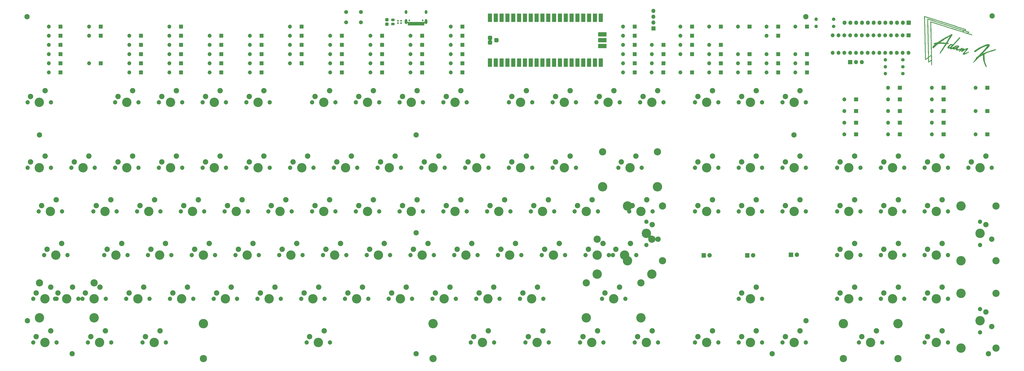
<source format=gbr>
%TF.GenerationSoftware,KiCad,Pcbnew,(5.1.9)-1*%
%TF.CreationDate,2021-04-17T21:50:16+01:00*%
%TF.ProjectId,ENV_KB,454e565f-4b42-42e6-9b69-6361645f7063,Rev.1*%
%TF.SameCoordinates,Original*%
%TF.FileFunction,Soldermask,Top*%
%TF.FilePolarity,Negative*%
%FSLAX46Y46*%
G04 Gerber Fmt 4.6, Leading zero omitted, Abs format (unit mm)*
G04 Created by KiCad (PCBNEW (5.1.9)-1) date 2021-04-17 21:50:16*
%MOMM*%
%LPD*%
G01*
G04 APERTURE LIST*
%ADD10C,0.010000*%
%ADD11O,1.702000X1.702000*%
%ADD12C,2.352000*%
%ADD13C,4.089800*%
%ADD14C,1.852000*%
%ADD15C,3.150000*%
%ADD16C,2.302000*%
%ADD17C,1.502000*%
%ADD18O,1.502000X1.502000*%
%ADD19O,1.802000X1.802000*%
%ADD20C,1.902000*%
%ADD21O,1.102000X1.702000*%
%ADD22C,0.752000*%
%ADD23O,1.102000X2.202000*%
%ADD24C,1.702000*%
%ADD25C,0.150000*%
G04 APERTURE END LIST*
D10*
%TO.C,G\u002A\u002A\u002A*%
G36*
X557886317Y-122176951D02*
G01*
X558007972Y-122244307D01*
X558086603Y-122307201D01*
X558215046Y-122439622D01*
X558286053Y-122560125D01*
X558291000Y-122588076D01*
X558258647Y-122763099D01*
X558157296Y-122975057D01*
X557980508Y-123232506D01*
X557721845Y-123544001D01*
X557374866Y-123918097D01*
X557017841Y-124279638D01*
X556646459Y-124653616D01*
X556301886Y-125011208D01*
X555993934Y-125341334D01*
X555732418Y-125632915D01*
X555527149Y-125874872D01*
X555387942Y-126056127D01*
X555324610Y-126165600D01*
X555325128Y-126190695D01*
X555395923Y-126185429D01*
X555550569Y-126140444D01*
X555755921Y-126065420D01*
X555760757Y-126063505D01*
X556079139Y-125940207D01*
X556470403Y-125793331D01*
X556911884Y-125630943D01*
X557380917Y-125461110D01*
X557854839Y-125291897D01*
X558310985Y-125131372D01*
X558726690Y-124987600D01*
X559079290Y-124868648D01*
X559346120Y-124782582D01*
X559434000Y-124756204D01*
X559718475Y-124674336D01*
X560047797Y-124579566D01*
X560313890Y-124502996D01*
X560574230Y-124434736D01*
X560741670Y-124409539D01*
X560841737Y-124424605D01*
X560869515Y-124442014D01*
X560952632Y-124558004D01*
X560914040Y-124655888D01*
X560758901Y-124723280D01*
X560751625Y-124724891D01*
X560591882Y-124770094D01*
X560361286Y-124848129D01*
X560106290Y-124943163D01*
X560074051Y-124955829D01*
X559760912Y-125066509D01*
X559408868Y-125171388D01*
X559121551Y-125241611D01*
X558724734Y-125342061D01*
X558255113Y-125490289D01*
X557750741Y-125672106D01*
X557249669Y-125873325D01*
X556789952Y-126079759D01*
X556548283Y-126201023D01*
X555980317Y-126501185D01*
X555996914Y-127770667D01*
X556010238Y-128359260D01*
X556037120Y-128851974D01*
X556083290Y-129279691D01*
X556154484Y-129673290D01*
X556256432Y-130063652D01*
X556394868Y-130481658D01*
X556575524Y-130958187D01*
X556600235Y-131020575D01*
X556725019Y-131339070D01*
X556832883Y-131622929D01*
X556914834Y-131847828D01*
X556961880Y-131989444D01*
X556969038Y-132018062D01*
X556960483Y-132134464D01*
X556888747Y-132153539D01*
X556768369Y-132078404D01*
X556643174Y-131948217D01*
X556479215Y-131713723D01*
X556295495Y-131387464D01*
X556106888Y-130999864D01*
X555928267Y-130581343D01*
X555784263Y-130191377D01*
X555592156Y-129561866D01*
X555465172Y-128983768D01*
X555394524Y-128405221D01*
X555371424Y-127774359D01*
X555371374Y-127754275D01*
X555369493Y-127412486D01*
X555363316Y-127177826D01*
X555350074Y-127030432D01*
X555326996Y-126950440D01*
X555291313Y-126917989D01*
X555254044Y-126912900D01*
X555161778Y-126945472D01*
X554984732Y-127035202D01*
X554744657Y-127170110D01*
X554463305Y-127338215D01*
X554317419Y-127428789D01*
X554058348Y-127594145D01*
X553836968Y-127743577D01*
X553635259Y-127892573D01*
X553435202Y-128056620D01*
X553218777Y-128251205D01*
X552967966Y-128491815D01*
X552664750Y-128793938D01*
X552308050Y-129155798D01*
X551904837Y-129562756D01*
X551583384Y-129878236D01*
X551340311Y-130104997D01*
X551172237Y-130245794D01*
X551075783Y-130303386D01*
X551047568Y-130280530D01*
X551084213Y-130179983D01*
X551107162Y-130135429D01*
X551172210Y-130033716D01*
X551297545Y-129853772D01*
X551466774Y-129618600D01*
X551663499Y-129351203D01*
X551723129Y-129271212D01*
X551975094Y-128922599D01*
X552140914Y-128665782D01*
X552221179Y-128499790D01*
X552227347Y-128438783D01*
X552211120Y-128329814D01*
X552245367Y-128222070D01*
X552344279Y-128097053D01*
X552522044Y-127936272D01*
X552755956Y-127749747D01*
X552931943Y-127601227D01*
X553178818Y-127375933D01*
X553480688Y-127089816D01*
X553821660Y-126758829D01*
X554185840Y-126398924D01*
X554557335Y-126026051D01*
X554920252Y-125656163D01*
X555258697Y-125305211D01*
X555556779Y-124989146D01*
X555798602Y-124723921D01*
X555967665Y-124526244D01*
X556143549Y-124310176D01*
X556356150Y-124052847D01*
X556559745Y-123809597D01*
X556561636Y-123807358D01*
X556740637Y-123582755D01*
X556902521Y-123357742D01*
X557015293Y-123177080D01*
X557023940Y-123160635D01*
X557099062Y-123004010D01*
X557115260Y-122922931D01*
X557074595Y-122881545D01*
X557040804Y-122867279D01*
X556932388Y-122868631D01*
X556734108Y-122909760D01*
X556474331Y-122984077D01*
X556324500Y-123033605D01*
X555762119Y-123256103D01*
X555136827Y-123553174D01*
X554475634Y-123909707D01*
X553805550Y-124310590D01*
X553153585Y-124740713D01*
X552734750Y-125041913D01*
X552431506Y-125265896D01*
X552209505Y-125420384D01*
X552049678Y-125513770D01*
X551932955Y-125554447D01*
X551840266Y-125550809D01*
X551752544Y-125511249D01*
X551717938Y-125489457D01*
X551598262Y-125402499D01*
X551527437Y-125320369D01*
X551513635Y-125233283D01*
X551565031Y-125131456D01*
X551689797Y-125005104D01*
X551896108Y-124844442D01*
X552192137Y-124639685D01*
X552586057Y-124381050D01*
X552711792Y-124299722D01*
X553410017Y-123869615D01*
X554119440Y-123471403D01*
X554823498Y-123112398D01*
X555505627Y-122799913D01*
X556149263Y-122541258D01*
X556737843Y-122343745D01*
X557254804Y-122214687D01*
X557530978Y-122172372D01*
X557744863Y-122157230D01*
X557886317Y-122176951D01*
G37*
X557886317Y-122176951D02*
X558007972Y-122244307D01*
X558086603Y-122307201D01*
X558215046Y-122439622D01*
X558286053Y-122560125D01*
X558291000Y-122588076D01*
X558258647Y-122763099D01*
X558157296Y-122975057D01*
X557980508Y-123232506D01*
X557721845Y-123544001D01*
X557374866Y-123918097D01*
X557017841Y-124279638D01*
X556646459Y-124653616D01*
X556301886Y-125011208D01*
X555993934Y-125341334D01*
X555732418Y-125632915D01*
X555527149Y-125874872D01*
X555387942Y-126056127D01*
X555324610Y-126165600D01*
X555325128Y-126190695D01*
X555395923Y-126185429D01*
X555550569Y-126140444D01*
X555755921Y-126065420D01*
X555760757Y-126063505D01*
X556079139Y-125940207D01*
X556470403Y-125793331D01*
X556911884Y-125630943D01*
X557380917Y-125461110D01*
X557854839Y-125291897D01*
X558310985Y-125131372D01*
X558726690Y-124987600D01*
X559079290Y-124868648D01*
X559346120Y-124782582D01*
X559434000Y-124756204D01*
X559718475Y-124674336D01*
X560047797Y-124579566D01*
X560313890Y-124502996D01*
X560574230Y-124434736D01*
X560741670Y-124409539D01*
X560841737Y-124424605D01*
X560869515Y-124442014D01*
X560952632Y-124558004D01*
X560914040Y-124655888D01*
X560758901Y-124723280D01*
X560751625Y-124724891D01*
X560591882Y-124770094D01*
X560361286Y-124848129D01*
X560106290Y-124943163D01*
X560074051Y-124955829D01*
X559760912Y-125066509D01*
X559408868Y-125171388D01*
X559121551Y-125241611D01*
X558724734Y-125342061D01*
X558255113Y-125490289D01*
X557750741Y-125672106D01*
X557249669Y-125873325D01*
X556789952Y-126079759D01*
X556548283Y-126201023D01*
X555980317Y-126501185D01*
X555996914Y-127770667D01*
X556010238Y-128359260D01*
X556037120Y-128851974D01*
X556083290Y-129279691D01*
X556154484Y-129673290D01*
X556256432Y-130063652D01*
X556394868Y-130481658D01*
X556575524Y-130958187D01*
X556600235Y-131020575D01*
X556725019Y-131339070D01*
X556832883Y-131622929D01*
X556914834Y-131847828D01*
X556961880Y-131989444D01*
X556969038Y-132018062D01*
X556960483Y-132134464D01*
X556888747Y-132153539D01*
X556768369Y-132078404D01*
X556643174Y-131948217D01*
X556479215Y-131713723D01*
X556295495Y-131387464D01*
X556106888Y-130999864D01*
X555928267Y-130581343D01*
X555784263Y-130191377D01*
X555592156Y-129561866D01*
X555465172Y-128983768D01*
X555394524Y-128405221D01*
X555371424Y-127774359D01*
X555371374Y-127754275D01*
X555369493Y-127412486D01*
X555363316Y-127177826D01*
X555350074Y-127030432D01*
X555326996Y-126950440D01*
X555291313Y-126917989D01*
X555254044Y-126912900D01*
X555161778Y-126945472D01*
X554984732Y-127035202D01*
X554744657Y-127170110D01*
X554463305Y-127338215D01*
X554317419Y-127428789D01*
X554058348Y-127594145D01*
X553836968Y-127743577D01*
X553635259Y-127892573D01*
X553435202Y-128056620D01*
X553218777Y-128251205D01*
X552967966Y-128491815D01*
X552664750Y-128793938D01*
X552308050Y-129155798D01*
X551904837Y-129562756D01*
X551583384Y-129878236D01*
X551340311Y-130104997D01*
X551172237Y-130245794D01*
X551075783Y-130303386D01*
X551047568Y-130280530D01*
X551084213Y-130179983D01*
X551107162Y-130135429D01*
X551172210Y-130033716D01*
X551297545Y-129853772D01*
X551466774Y-129618600D01*
X551663499Y-129351203D01*
X551723129Y-129271212D01*
X551975094Y-128922599D01*
X552140914Y-128665782D01*
X552221179Y-128499790D01*
X552227347Y-128438783D01*
X552211120Y-128329814D01*
X552245367Y-128222070D01*
X552344279Y-128097053D01*
X552522044Y-127936272D01*
X552755956Y-127749747D01*
X552931943Y-127601227D01*
X553178818Y-127375933D01*
X553480688Y-127089816D01*
X553821660Y-126758829D01*
X554185840Y-126398924D01*
X554557335Y-126026051D01*
X554920252Y-125656163D01*
X555258697Y-125305211D01*
X555556779Y-124989146D01*
X555798602Y-124723921D01*
X555967665Y-124526244D01*
X556143549Y-124310176D01*
X556356150Y-124052847D01*
X556559745Y-123809597D01*
X556561636Y-123807358D01*
X556740637Y-123582755D01*
X556902521Y-123357742D01*
X557015293Y-123177080D01*
X557023940Y-123160635D01*
X557099062Y-123004010D01*
X557115260Y-122922931D01*
X557074595Y-122881545D01*
X557040804Y-122867279D01*
X556932388Y-122868631D01*
X556734108Y-122909760D01*
X556474331Y-122984077D01*
X556324500Y-123033605D01*
X555762119Y-123256103D01*
X555136827Y-123553174D01*
X554475634Y-123909707D01*
X553805550Y-124310590D01*
X553153585Y-124740713D01*
X552734750Y-125041913D01*
X552431506Y-125265896D01*
X552209505Y-125420384D01*
X552049678Y-125513770D01*
X551932955Y-125554447D01*
X551840266Y-125550809D01*
X551752544Y-125511249D01*
X551717938Y-125489457D01*
X551598262Y-125402499D01*
X551527437Y-125320369D01*
X551513635Y-125233283D01*
X551565031Y-125131456D01*
X551689797Y-125005104D01*
X551896108Y-124844442D01*
X552192137Y-124639685D01*
X552586057Y-124381050D01*
X552711792Y-124299722D01*
X553410017Y-123869615D01*
X554119440Y-123471403D01*
X554823498Y-123112398D01*
X555505627Y-122799913D01*
X556149263Y-122541258D01*
X556737843Y-122343745D01*
X557254804Y-122214687D01*
X557530978Y-122172372D01*
X557744863Y-122157230D01*
X557886317Y-122176951D01*
G36*
X529809166Y-109941633D02*
G01*
X529859471Y-109950249D01*
X529936748Y-109968228D01*
X530046613Y-109997319D01*
X530194680Y-110039271D01*
X530386565Y-110095834D01*
X530627883Y-110168757D01*
X530924248Y-110259791D01*
X531281277Y-110370685D01*
X531704583Y-110503188D01*
X532199783Y-110659051D01*
X532772491Y-110840022D01*
X533428323Y-111047852D01*
X534172893Y-111284290D01*
X535011818Y-111551086D01*
X535950711Y-111849990D01*
X536995188Y-112182751D01*
X538150864Y-112551118D01*
X539082250Y-112848075D01*
X539870559Y-113099344D01*
X540681404Y-113357629D01*
X541497362Y-113617390D01*
X542301011Y-113873087D01*
X543074930Y-114119181D01*
X543801697Y-114350132D01*
X544463891Y-114560401D01*
X545044089Y-114744449D01*
X545524869Y-114896736D01*
X545622750Y-114927697D01*
X546132650Y-115089974D01*
X546606001Y-115242612D01*
X547028704Y-115380912D01*
X547386656Y-115500177D01*
X547665758Y-115595708D01*
X547851910Y-115662806D01*
X547931010Y-115696773D01*
X547931120Y-115696858D01*
X547961765Y-115752648D01*
X547916255Y-115834580D01*
X547781520Y-115963748D01*
X547747659Y-115992895D01*
X547478328Y-116222559D01*
X548328539Y-116491789D01*
X548642082Y-116591114D01*
X548915289Y-116677734D01*
X549123758Y-116743906D01*
X549243085Y-116781888D01*
X549258125Y-116786716D01*
X549334337Y-116854457D01*
X549302389Y-116962515D01*
X549168891Y-117096833D01*
X549083500Y-117158112D01*
X548934825Y-117265416D01*
X548843437Y-117348552D01*
X548829600Y-117372925D01*
X548886979Y-117406936D01*
X549045078Y-117469795D01*
X549282951Y-117553934D01*
X549579652Y-117651785D01*
X549749674Y-117705400D01*
X550118459Y-117823004D01*
X550379703Y-117914542D01*
X550548602Y-117986564D01*
X550640356Y-118045621D01*
X550670161Y-118098267D01*
X550670324Y-118102275D01*
X550628220Y-118196228D01*
X550579743Y-118213399D01*
X550499969Y-118194714D01*
X550313520Y-118141557D01*
X550034644Y-118058277D01*
X549677587Y-117949223D01*
X549256597Y-117818746D01*
X548785921Y-117671193D01*
X548309618Y-117520399D01*
X546618086Y-116982392D01*
X545855090Y-116739706D01*
X546815828Y-116739706D01*
X546856714Y-116778313D01*
X546890490Y-116792383D01*
X547065758Y-116855350D01*
X547304122Y-116935035D01*
X547575377Y-117022075D01*
X547849322Y-117107108D01*
X548095752Y-117180770D01*
X548284465Y-117233700D01*
X548385258Y-117256533D01*
X548388538Y-117256775D01*
X548500335Y-117223725D01*
X548654072Y-117136576D01*
X548693468Y-117108812D01*
X548899611Y-116956725D01*
X547200689Y-116388811D01*
X546983219Y-116566570D01*
X546854337Y-116678036D01*
X546815828Y-116739706D01*
X545855090Y-116739706D01*
X545044229Y-116481796D01*
X543584689Y-116017544D01*
X542236112Y-115588567D01*
X540995142Y-115193798D01*
X539858423Y-114832168D01*
X538822599Y-114502609D01*
X537884315Y-114204053D01*
X537040213Y-113935432D01*
X536286939Y-113695677D01*
X535621137Y-113483721D01*
X535039451Y-113298495D01*
X534538525Y-113138931D01*
X534115003Y-113003961D01*
X533765529Y-112892518D01*
X533486748Y-112803532D01*
X533275303Y-112735935D01*
X533127839Y-112688660D01*
X533041000Y-112660639D01*
X533023783Y-112655009D01*
X532743817Y-112562731D01*
X532787060Y-114705440D01*
X532809780Y-115823463D01*
X532833588Y-116980324D01*
X532858186Y-118162331D01*
X532883277Y-119355794D01*
X532908566Y-120547019D01*
X532933755Y-121722317D01*
X532958548Y-122867995D01*
X532982650Y-123970362D01*
X533005763Y-125015726D01*
X533027590Y-125990396D01*
X533047836Y-126880679D01*
X533066205Y-127672885D01*
X533082398Y-128353322D01*
X533084043Y-128421139D01*
X533097404Y-129007471D01*
X533108162Y-129555169D01*
X533116186Y-130051072D01*
X533121342Y-130482021D01*
X533123496Y-130834857D01*
X533122514Y-131096418D01*
X533118264Y-131253547D01*
X533113179Y-131294514D01*
X533020872Y-131354072D01*
X532989736Y-131357900D01*
X532955068Y-131327684D01*
X532926619Y-131227625D01*
X532902570Y-131043601D01*
X532881105Y-130761490D01*
X532860404Y-130367172D01*
X532859416Y-130345551D01*
X532813364Y-129333203D01*
X532270998Y-129742301D01*
X532040346Y-129910534D01*
X531841225Y-130045199D01*
X531698481Y-130130107D01*
X531643066Y-130151400D01*
X531579159Y-130090359D01*
X531550150Y-129907327D01*
X531549145Y-129881525D01*
X531542179Y-129705791D01*
X531529912Y-129442794D01*
X531514250Y-129132070D01*
X531501520Y-128893283D01*
X531462250Y-128174917D01*
X530862900Y-128624134D01*
X530625834Y-128795264D01*
X530425035Y-128927931D01*
X530281879Y-129008846D01*
X530217992Y-129025000D01*
X530210793Y-129002334D01*
X530203479Y-128946071D01*
X530195912Y-128850936D01*
X530187959Y-128711653D01*
X530179482Y-128522945D01*
X530170347Y-128279538D01*
X530160418Y-127976155D01*
X530149559Y-127607520D01*
X530137634Y-127168358D01*
X530124509Y-126653392D01*
X530110047Y-126057348D01*
X530094113Y-125374949D01*
X530076570Y-124600920D01*
X530057285Y-123729984D01*
X530036120Y-122756865D01*
X530012940Y-121676289D01*
X529987610Y-120482979D01*
X529959994Y-119171659D01*
X529939250Y-118181650D01*
X529921934Y-117371162D01*
X529903762Y-116552603D01*
X529885134Y-115742019D01*
X529866446Y-114955455D01*
X529848095Y-114208954D01*
X529830480Y-113518563D01*
X529813996Y-112900325D01*
X529799043Y-112370287D01*
X529786016Y-111944492D01*
X529781250Y-111801632D01*
X529766819Y-111334456D01*
X529758005Y-110956470D01*
X530042177Y-110956470D01*
X530046853Y-111375383D01*
X530057834Y-111911128D01*
X530060117Y-112006275D01*
X530068036Y-112338169D01*
X530078395Y-112783893D01*
X530090901Y-113330306D01*
X530105258Y-113964267D01*
X530121175Y-114672636D01*
X530138356Y-115442272D01*
X530156509Y-116260034D01*
X530175339Y-117112781D01*
X530194553Y-117987372D01*
X530213857Y-118870668D01*
X530224428Y-119356400D01*
X530243696Y-120241688D01*
X530263040Y-121127551D01*
X530282164Y-122000606D01*
X530300773Y-122847470D01*
X530318571Y-123654759D01*
X530335261Y-124409092D01*
X530350548Y-125097086D01*
X530364137Y-125705358D01*
X530375731Y-126220526D01*
X530385034Y-126629206D01*
X530388938Y-126798215D01*
X530431349Y-128620280D01*
X530946799Y-128232158D01*
X531163541Y-128069120D01*
X531308079Y-127960650D01*
X531733502Y-127960650D01*
X531772172Y-128563900D01*
X531789613Y-128864491D01*
X531803048Y-129150217D01*
X531810399Y-129374542D01*
X531811171Y-129437025D01*
X531818977Y-129601915D01*
X531838216Y-129697382D01*
X531847757Y-129706900D01*
X531910645Y-129670616D01*
X532049443Y-129573241D01*
X532240072Y-129431985D01*
X532355757Y-129343774D01*
X532827500Y-128980649D01*
X532821937Y-128407149D01*
X532814485Y-128105083D01*
X532799620Y-127810847D01*
X532780177Y-127576721D01*
X532774312Y-127529154D01*
X532732250Y-127224659D01*
X532232876Y-127592654D01*
X531733502Y-127960650D01*
X531308079Y-127960650D01*
X531338394Y-127937900D01*
X531449251Y-127855071D01*
X531476890Y-127834786D01*
X531478147Y-127770691D01*
X531476565Y-127586279D01*
X531472284Y-127288196D01*
X531465443Y-126883090D01*
X531456179Y-126377609D01*
X531444633Y-125778399D01*
X531430941Y-125092108D01*
X531415244Y-124325383D01*
X531397680Y-123484872D01*
X531378387Y-122577222D01*
X531357505Y-121609081D01*
X531335172Y-120587095D01*
X531311527Y-119517912D01*
X531286708Y-118408180D01*
X531260855Y-117264546D01*
X531234105Y-116093656D01*
X531210495Y-115070192D01*
X531195140Y-114374516D01*
X531182099Y-113716555D01*
X531171492Y-113107277D01*
X531163441Y-112557646D01*
X531158064Y-112078630D01*
X531155482Y-111681193D01*
X531155816Y-111376303D01*
X531156005Y-111364961D01*
X531369427Y-111364961D01*
X531399777Y-111820555D01*
X531406829Y-111971542D01*
X531415795Y-112235719D01*
X531426333Y-112599295D01*
X531438100Y-113048479D01*
X531450753Y-113569482D01*
X531463950Y-114148514D01*
X531477349Y-114771783D01*
X531490608Y-115425499D01*
X531495430Y-115673400D01*
X531510131Y-116422947D01*
X531526269Y-117219017D01*
X531543296Y-118036128D01*
X531560661Y-118848802D01*
X531577814Y-119631556D01*
X531594206Y-120358913D01*
X531609286Y-121005391D01*
X531620152Y-121451900D01*
X531636116Y-122098720D01*
X531653125Y-122800288D01*
X531670391Y-123523316D01*
X531687128Y-124234516D01*
X531702551Y-124900598D01*
X531715871Y-125488276D01*
X531721061Y-125722417D01*
X531762552Y-127611685D01*
X532025151Y-127416139D01*
X532238385Y-127258771D01*
X532458418Y-127098478D01*
X532524519Y-127050872D01*
X532656613Y-126948450D01*
X532727532Y-126854009D01*
X532756447Y-126723196D01*
X532762529Y-126511663D01*
X532762571Y-126500150D01*
X532761463Y-126341697D01*
X532757646Y-126067399D01*
X532751360Y-125688377D01*
X532742843Y-125215750D01*
X532732336Y-124660640D01*
X532720079Y-124034166D01*
X532706310Y-123347450D01*
X532691270Y-122611611D01*
X532675198Y-121837772D01*
X532658333Y-121037050D01*
X532640915Y-120220569D01*
X532623184Y-119399447D01*
X532605378Y-118584806D01*
X532587739Y-117787766D01*
X532570504Y-117019447D01*
X532553915Y-116290970D01*
X532538210Y-115613456D01*
X532523628Y-114998025D01*
X532510410Y-114455797D01*
X532498795Y-113997894D01*
X532489023Y-113635435D01*
X532481332Y-113379541D01*
X532477842Y-113282394D01*
X532464830Y-112848766D01*
X532465745Y-112535424D01*
X532480532Y-112344451D01*
X532504439Y-112279586D01*
X532575600Y-112290748D01*
X532756413Y-112337561D01*
X533035673Y-112416658D01*
X533402176Y-112524670D01*
X533844717Y-112658231D01*
X534352091Y-112813973D01*
X534913092Y-112988527D01*
X535516516Y-113178525D01*
X535889652Y-113297064D01*
X536584328Y-113518427D01*
X537300525Y-113746561D01*
X538018136Y-113975069D01*
X538717055Y-114197550D01*
X539377173Y-114407606D01*
X539978386Y-114598838D01*
X540500586Y-114764845D01*
X540923667Y-114899230D01*
X540955500Y-114909334D01*
X541513473Y-115086510D01*
X542151956Y-115289390D01*
X542830462Y-115505098D01*
X543508499Y-115720760D01*
X544145580Y-115923503D01*
X544553182Y-116053292D01*
X546404614Y-116643011D01*
X546601057Y-116503131D01*
X546728103Y-116401071D01*
X546794637Y-116324993D01*
X546797500Y-116314697D01*
X546741165Y-116275325D01*
X546590728Y-116211757D01*
X546374042Y-116135244D01*
X546273625Y-116103089D01*
X546072686Y-116040197D01*
X545792821Y-115952023D01*
X545430475Y-115837434D01*
X544982094Y-115695302D01*
X544444123Y-115524493D01*
X543813009Y-115323879D01*
X543085195Y-115092328D01*
X542257129Y-114828710D01*
X541325256Y-114531893D01*
X540286022Y-114200748D01*
X539135872Y-113834143D01*
X537871251Y-113430947D01*
X536732750Y-113067892D01*
X535960411Y-112821628D01*
X535220262Y-112585714D01*
X534521609Y-112363111D01*
X533873762Y-112156782D01*
X533286030Y-111969688D01*
X532767720Y-111804792D01*
X532328141Y-111665055D01*
X531976602Y-111553439D01*
X531722411Y-111472906D01*
X531574877Y-111426417D01*
X531542838Y-111416514D01*
X531369427Y-111364961D01*
X531156005Y-111364961D01*
X531159184Y-111174925D01*
X531165708Y-111088025D01*
X531166863Y-111085636D01*
X531245555Y-111081608D01*
X531411430Y-111113675D01*
X531632089Y-111175164D01*
X531687605Y-111192904D01*
X531862261Y-111249490D01*
X532139733Y-111338660D01*
X532501784Y-111454586D01*
X532930177Y-111591441D01*
X533406677Y-111743398D01*
X533913047Y-111904627D01*
X534256250Y-112013763D01*
X534798459Y-112186115D01*
X535433472Y-112388013D01*
X536133072Y-112610481D01*
X536869045Y-112844548D01*
X537613176Y-113081238D01*
X538337249Y-113311580D01*
X539013050Y-113526599D01*
X539082250Y-113548618D01*
X539786725Y-113772757D01*
X540573028Y-114022878D01*
X541406828Y-114288066D01*
X542253797Y-114557403D01*
X543079605Y-114819973D01*
X543849922Y-115064857D01*
X544472953Y-115262879D01*
X547133156Y-116108278D01*
X547315014Y-115973825D01*
X547421985Y-115876201D01*
X547454044Y-115806742D01*
X547448810Y-115798907D01*
X547378395Y-115770459D01*
X547201842Y-115709155D01*
X546934255Y-115619949D01*
X546590738Y-115507797D01*
X546186394Y-115377652D01*
X545736326Y-115234472D01*
X545527500Y-115168555D01*
X544990609Y-114999206D01*
X544428563Y-114821420D01*
X543870587Y-114644479D01*
X543345909Y-114477662D01*
X542883755Y-114330249D01*
X542513352Y-114211520D01*
X542511250Y-114210844D01*
X542155661Y-114096705D01*
X541705705Y-113952735D01*
X541188086Y-113787450D01*
X540629510Y-113609368D01*
X540056679Y-113427009D01*
X539496298Y-113248889D01*
X539336250Y-113198076D01*
X538762348Y-113015783D01*
X538148118Y-112820435D01*
X537524775Y-112621975D01*
X536923530Y-112430347D01*
X536375596Y-112255495D01*
X535912186Y-112107362D01*
X535843750Y-112085453D01*
X534806769Y-111753748D01*
X533864676Y-111453128D01*
X533020351Y-111184500D01*
X532276673Y-110948768D01*
X531636519Y-110746838D01*
X531102769Y-110579615D01*
X530678302Y-110448005D01*
X530365997Y-110352912D01*
X530168731Y-110295242D01*
X530089447Y-110275900D01*
X530067440Y-110314104D01*
X530052323Y-110434493D01*
X530043951Y-110645728D01*
X530042177Y-110956470D01*
X529758005Y-110956470D01*
X529756891Y-110908730D01*
X529751593Y-110540938D01*
X529751050Y-110247561D01*
X529755389Y-110045081D01*
X529764737Y-109949982D01*
X529767013Y-109945486D01*
X529780218Y-109940628D01*
X529809166Y-109941633D01*
G37*
X529809166Y-109941633D02*
X529859471Y-109950249D01*
X529936748Y-109968228D01*
X530046613Y-109997319D01*
X530194680Y-110039271D01*
X530386565Y-110095834D01*
X530627883Y-110168757D01*
X530924248Y-110259791D01*
X531281277Y-110370685D01*
X531704583Y-110503188D01*
X532199783Y-110659051D01*
X532772491Y-110840022D01*
X533428323Y-111047852D01*
X534172893Y-111284290D01*
X535011818Y-111551086D01*
X535950711Y-111849990D01*
X536995188Y-112182751D01*
X538150864Y-112551118D01*
X539082250Y-112848075D01*
X539870559Y-113099344D01*
X540681404Y-113357629D01*
X541497362Y-113617390D01*
X542301011Y-113873087D01*
X543074930Y-114119181D01*
X543801697Y-114350132D01*
X544463891Y-114560401D01*
X545044089Y-114744449D01*
X545524869Y-114896736D01*
X545622750Y-114927697D01*
X546132650Y-115089974D01*
X546606001Y-115242612D01*
X547028704Y-115380912D01*
X547386656Y-115500177D01*
X547665758Y-115595708D01*
X547851910Y-115662806D01*
X547931010Y-115696773D01*
X547931120Y-115696858D01*
X547961765Y-115752648D01*
X547916255Y-115834580D01*
X547781520Y-115963748D01*
X547747659Y-115992895D01*
X547478328Y-116222559D01*
X548328539Y-116491789D01*
X548642082Y-116591114D01*
X548915289Y-116677734D01*
X549123758Y-116743906D01*
X549243085Y-116781888D01*
X549258125Y-116786716D01*
X549334337Y-116854457D01*
X549302389Y-116962515D01*
X549168891Y-117096833D01*
X549083500Y-117158112D01*
X548934825Y-117265416D01*
X548843437Y-117348552D01*
X548829600Y-117372925D01*
X548886979Y-117406936D01*
X549045078Y-117469795D01*
X549282951Y-117553934D01*
X549579652Y-117651785D01*
X549749674Y-117705400D01*
X550118459Y-117823004D01*
X550379703Y-117914542D01*
X550548602Y-117986564D01*
X550640356Y-118045621D01*
X550670161Y-118098267D01*
X550670324Y-118102275D01*
X550628220Y-118196228D01*
X550579743Y-118213399D01*
X550499969Y-118194714D01*
X550313520Y-118141557D01*
X550034644Y-118058277D01*
X549677587Y-117949223D01*
X549256597Y-117818746D01*
X548785921Y-117671193D01*
X548309618Y-117520399D01*
X546618086Y-116982392D01*
X545855090Y-116739706D01*
X546815828Y-116739706D01*
X546856714Y-116778313D01*
X546890490Y-116792383D01*
X547065758Y-116855350D01*
X547304122Y-116935035D01*
X547575377Y-117022075D01*
X547849322Y-117107108D01*
X548095752Y-117180770D01*
X548284465Y-117233700D01*
X548385258Y-117256533D01*
X548388538Y-117256775D01*
X548500335Y-117223725D01*
X548654072Y-117136576D01*
X548693468Y-117108812D01*
X548899611Y-116956725D01*
X547200689Y-116388811D01*
X546983219Y-116566570D01*
X546854337Y-116678036D01*
X546815828Y-116739706D01*
X545855090Y-116739706D01*
X545044229Y-116481796D01*
X543584689Y-116017544D01*
X542236112Y-115588567D01*
X540995142Y-115193798D01*
X539858423Y-114832168D01*
X538822599Y-114502609D01*
X537884315Y-114204053D01*
X537040213Y-113935432D01*
X536286939Y-113695677D01*
X535621137Y-113483721D01*
X535039451Y-113298495D01*
X534538525Y-113138931D01*
X534115003Y-113003961D01*
X533765529Y-112892518D01*
X533486748Y-112803532D01*
X533275303Y-112735935D01*
X533127839Y-112688660D01*
X533041000Y-112660639D01*
X533023783Y-112655009D01*
X532743817Y-112562731D01*
X532787060Y-114705440D01*
X532809780Y-115823463D01*
X532833588Y-116980324D01*
X532858186Y-118162331D01*
X532883277Y-119355794D01*
X532908566Y-120547019D01*
X532933755Y-121722317D01*
X532958548Y-122867995D01*
X532982650Y-123970362D01*
X533005763Y-125015726D01*
X533027590Y-125990396D01*
X533047836Y-126880679D01*
X533066205Y-127672885D01*
X533082398Y-128353322D01*
X533084043Y-128421139D01*
X533097404Y-129007471D01*
X533108162Y-129555169D01*
X533116186Y-130051072D01*
X533121342Y-130482021D01*
X533123496Y-130834857D01*
X533122514Y-131096418D01*
X533118264Y-131253547D01*
X533113179Y-131294514D01*
X533020872Y-131354072D01*
X532989736Y-131357900D01*
X532955068Y-131327684D01*
X532926619Y-131227625D01*
X532902570Y-131043601D01*
X532881105Y-130761490D01*
X532860404Y-130367172D01*
X532859416Y-130345551D01*
X532813364Y-129333203D01*
X532270998Y-129742301D01*
X532040346Y-129910534D01*
X531841225Y-130045199D01*
X531698481Y-130130107D01*
X531643066Y-130151400D01*
X531579159Y-130090359D01*
X531550150Y-129907327D01*
X531549145Y-129881525D01*
X531542179Y-129705791D01*
X531529912Y-129442794D01*
X531514250Y-129132070D01*
X531501520Y-128893283D01*
X531462250Y-128174917D01*
X530862900Y-128624134D01*
X530625834Y-128795264D01*
X530425035Y-128927931D01*
X530281879Y-129008846D01*
X530217992Y-129025000D01*
X530210793Y-129002334D01*
X530203479Y-128946071D01*
X530195912Y-128850936D01*
X530187959Y-128711653D01*
X530179482Y-128522945D01*
X530170347Y-128279538D01*
X530160418Y-127976155D01*
X530149559Y-127607520D01*
X530137634Y-127168358D01*
X530124509Y-126653392D01*
X530110047Y-126057348D01*
X530094113Y-125374949D01*
X530076570Y-124600920D01*
X530057285Y-123729984D01*
X530036120Y-122756865D01*
X530012940Y-121676289D01*
X529987610Y-120482979D01*
X529959994Y-119171659D01*
X529939250Y-118181650D01*
X529921934Y-117371162D01*
X529903762Y-116552603D01*
X529885134Y-115742019D01*
X529866446Y-114955455D01*
X529848095Y-114208954D01*
X529830480Y-113518563D01*
X529813996Y-112900325D01*
X529799043Y-112370287D01*
X529786016Y-111944492D01*
X529781250Y-111801632D01*
X529766819Y-111334456D01*
X529758005Y-110956470D01*
X530042177Y-110956470D01*
X530046853Y-111375383D01*
X530057834Y-111911128D01*
X530060117Y-112006275D01*
X530068036Y-112338169D01*
X530078395Y-112783893D01*
X530090901Y-113330306D01*
X530105258Y-113964267D01*
X530121175Y-114672636D01*
X530138356Y-115442272D01*
X530156509Y-116260034D01*
X530175339Y-117112781D01*
X530194553Y-117987372D01*
X530213857Y-118870668D01*
X530224428Y-119356400D01*
X530243696Y-120241688D01*
X530263040Y-121127551D01*
X530282164Y-122000606D01*
X530300773Y-122847470D01*
X530318571Y-123654759D01*
X530335261Y-124409092D01*
X530350548Y-125097086D01*
X530364137Y-125705358D01*
X530375731Y-126220526D01*
X530385034Y-126629206D01*
X530388938Y-126798215D01*
X530431349Y-128620280D01*
X530946799Y-128232158D01*
X531163541Y-128069120D01*
X531308079Y-127960650D01*
X531733502Y-127960650D01*
X531772172Y-128563900D01*
X531789613Y-128864491D01*
X531803048Y-129150217D01*
X531810399Y-129374542D01*
X531811171Y-129437025D01*
X531818977Y-129601915D01*
X531838216Y-129697382D01*
X531847757Y-129706900D01*
X531910645Y-129670616D01*
X532049443Y-129573241D01*
X532240072Y-129431985D01*
X532355757Y-129343774D01*
X532827500Y-128980649D01*
X532821937Y-128407149D01*
X532814485Y-128105083D01*
X532799620Y-127810847D01*
X532780177Y-127576721D01*
X532774312Y-127529154D01*
X532732250Y-127224659D01*
X532232876Y-127592654D01*
X531733502Y-127960650D01*
X531308079Y-127960650D01*
X531338394Y-127937900D01*
X531449251Y-127855071D01*
X531476890Y-127834786D01*
X531478147Y-127770691D01*
X531476565Y-127586279D01*
X531472284Y-127288196D01*
X531465443Y-126883090D01*
X531456179Y-126377609D01*
X531444633Y-125778399D01*
X531430941Y-125092108D01*
X531415244Y-124325383D01*
X531397680Y-123484872D01*
X531378387Y-122577222D01*
X531357505Y-121609081D01*
X531335172Y-120587095D01*
X531311527Y-119517912D01*
X531286708Y-118408180D01*
X531260855Y-117264546D01*
X531234105Y-116093656D01*
X531210495Y-115070192D01*
X531195140Y-114374516D01*
X531182099Y-113716555D01*
X531171492Y-113107277D01*
X531163441Y-112557646D01*
X531158064Y-112078630D01*
X531155482Y-111681193D01*
X531155816Y-111376303D01*
X531156005Y-111364961D01*
X531369427Y-111364961D01*
X531399777Y-111820555D01*
X531406829Y-111971542D01*
X531415795Y-112235719D01*
X531426333Y-112599295D01*
X531438100Y-113048479D01*
X531450753Y-113569482D01*
X531463950Y-114148514D01*
X531477349Y-114771783D01*
X531490608Y-115425499D01*
X531495430Y-115673400D01*
X531510131Y-116422947D01*
X531526269Y-117219017D01*
X531543296Y-118036128D01*
X531560661Y-118848802D01*
X531577814Y-119631556D01*
X531594206Y-120358913D01*
X531609286Y-121005391D01*
X531620152Y-121451900D01*
X531636116Y-122098720D01*
X531653125Y-122800288D01*
X531670391Y-123523316D01*
X531687128Y-124234516D01*
X531702551Y-124900598D01*
X531715871Y-125488276D01*
X531721061Y-125722417D01*
X531762552Y-127611685D01*
X532025151Y-127416139D01*
X532238385Y-127258771D01*
X532458418Y-127098478D01*
X532524519Y-127050872D01*
X532656613Y-126948450D01*
X532727532Y-126854009D01*
X532756447Y-126723196D01*
X532762529Y-126511663D01*
X532762571Y-126500150D01*
X532761463Y-126341697D01*
X532757646Y-126067399D01*
X532751360Y-125688377D01*
X532742843Y-125215750D01*
X532732336Y-124660640D01*
X532720079Y-124034166D01*
X532706310Y-123347450D01*
X532691270Y-122611611D01*
X532675198Y-121837772D01*
X532658333Y-121037050D01*
X532640915Y-120220569D01*
X532623184Y-119399447D01*
X532605378Y-118584806D01*
X532587739Y-117787766D01*
X532570504Y-117019447D01*
X532553915Y-116290970D01*
X532538210Y-115613456D01*
X532523628Y-114998025D01*
X532510410Y-114455797D01*
X532498795Y-113997894D01*
X532489023Y-113635435D01*
X532481332Y-113379541D01*
X532477842Y-113282394D01*
X532464830Y-112848766D01*
X532465745Y-112535424D01*
X532480532Y-112344451D01*
X532504439Y-112279586D01*
X532575600Y-112290748D01*
X532756413Y-112337561D01*
X533035673Y-112416658D01*
X533402176Y-112524670D01*
X533844717Y-112658231D01*
X534352091Y-112813973D01*
X534913092Y-112988527D01*
X535516516Y-113178525D01*
X535889652Y-113297064D01*
X536584328Y-113518427D01*
X537300525Y-113746561D01*
X538018136Y-113975069D01*
X538717055Y-114197550D01*
X539377173Y-114407606D01*
X539978386Y-114598838D01*
X540500586Y-114764845D01*
X540923667Y-114899230D01*
X540955500Y-114909334D01*
X541513473Y-115086510D01*
X542151956Y-115289390D01*
X542830462Y-115505098D01*
X543508499Y-115720760D01*
X544145580Y-115923503D01*
X544553182Y-116053292D01*
X546404614Y-116643011D01*
X546601057Y-116503131D01*
X546728103Y-116401071D01*
X546794637Y-116324993D01*
X546797500Y-116314697D01*
X546741165Y-116275325D01*
X546590728Y-116211757D01*
X546374042Y-116135244D01*
X546273625Y-116103089D01*
X546072686Y-116040197D01*
X545792821Y-115952023D01*
X545430475Y-115837434D01*
X544982094Y-115695302D01*
X544444123Y-115524493D01*
X543813009Y-115323879D01*
X543085195Y-115092328D01*
X542257129Y-114828710D01*
X541325256Y-114531893D01*
X540286022Y-114200748D01*
X539135872Y-113834143D01*
X537871251Y-113430947D01*
X536732750Y-113067892D01*
X535960411Y-112821628D01*
X535220262Y-112585714D01*
X534521609Y-112363111D01*
X533873762Y-112156782D01*
X533286030Y-111969688D01*
X532767720Y-111804792D01*
X532328141Y-111665055D01*
X531976602Y-111553439D01*
X531722411Y-111472906D01*
X531574877Y-111426417D01*
X531542838Y-111416514D01*
X531369427Y-111364961D01*
X531156005Y-111364961D01*
X531159184Y-111174925D01*
X531165708Y-111088025D01*
X531166863Y-111085636D01*
X531245555Y-111081608D01*
X531411430Y-111113675D01*
X531632089Y-111175164D01*
X531687605Y-111192904D01*
X531862261Y-111249490D01*
X532139733Y-111338660D01*
X532501784Y-111454586D01*
X532930177Y-111591441D01*
X533406677Y-111743398D01*
X533913047Y-111904627D01*
X534256250Y-112013763D01*
X534798459Y-112186115D01*
X535433472Y-112388013D01*
X536133072Y-112610481D01*
X536869045Y-112844548D01*
X537613176Y-113081238D01*
X538337249Y-113311580D01*
X539013050Y-113526599D01*
X539082250Y-113548618D01*
X539786725Y-113772757D01*
X540573028Y-114022878D01*
X541406828Y-114288066D01*
X542253797Y-114557403D01*
X543079605Y-114819973D01*
X543849922Y-115064857D01*
X544472953Y-115262879D01*
X547133156Y-116108278D01*
X547315014Y-115973825D01*
X547421985Y-115876201D01*
X547454044Y-115806742D01*
X547448810Y-115798907D01*
X547378395Y-115770459D01*
X547201842Y-115709155D01*
X546934255Y-115619949D01*
X546590738Y-115507797D01*
X546186394Y-115377652D01*
X545736326Y-115234472D01*
X545527500Y-115168555D01*
X544990609Y-114999206D01*
X544428563Y-114821420D01*
X543870587Y-114644479D01*
X543345909Y-114477662D01*
X542883755Y-114330249D01*
X542513352Y-114211520D01*
X542511250Y-114210844D01*
X542155661Y-114096705D01*
X541705705Y-113952735D01*
X541188086Y-113787450D01*
X540629510Y-113609368D01*
X540056679Y-113427009D01*
X539496298Y-113248889D01*
X539336250Y-113198076D01*
X538762348Y-113015783D01*
X538148118Y-112820435D01*
X537524775Y-112621975D01*
X536923530Y-112430347D01*
X536375596Y-112255495D01*
X535912186Y-112107362D01*
X535843750Y-112085453D01*
X534806769Y-111753748D01*
X533864676Y-111453128D01*
X533020351Y-111184500D01*
X532276673Y-110948768D01*
X531636519Y-110746838D01*
X531102769Y-110579615D01*
X530678302Y-110448005D01*
X530365997Y-110352912D01*
X530168731Y-110295242D01*
X530089447Y-110275900D01*
X530067440Y-110314104D01*
X530052323Y-110434493D01*
X530043951Y-110645728D01*
X530042177Y-110956470D01*
X529758005Y-110956470D01*
X529756891Y-110908730D01*
X529751593Y-110540938D01*
X529751050Y-110247561D01*
X529755389Y-110045081D01*
X529764737Y-109949982D01*
X529767013Y-109945486D01*
X529780218Y-109940628D01*
X529809166Y-109941633D01*
G36*
X545161379Y-119233667D02*
G01*
X545305053Y-119273640D01*
X545381823Y-119292648D01*
X545384205Y-119292900D01*
X545398507Y-119345073D01*
X545400500Y-119392801D01*
X545359177Y-119477086D01*
X545247067Y-119629694D01*
X545081956Y-119827938D01*
X544908375Y-120020584D01*
X544688570Y-120258266D01*
X544413286Y-120558801D01*
X544111604Y-120890288D01*
X543812604Y-121220825D01*
X543686000Y-121361512D01*
X543369574Y-121712536D01*
X543010376Y-122108956D01*
X542647326Y-122507935D01*
X542319344Y-122866637D01*
X542241375Y-122951540D01*
X542003816Y-123212002D01*
X541799701Y-123439773D01*
X541643263Y-123618646D01*
X541548735Y-123732413D01*
X541527000Y-123764962D01*
X541575546Y-123800731D01*
X541586982Y-123801400D01*
X541681055Y-123773162D01*
X541864169Y-123695751D01*
X542113500Y-123580124D01*
X542406223Y-123437235D01*
X542719517Y-123278040D01*
X543030555Y-123113495D01*
X543108108Y-123071260D01*
X543571121Y-122853100D01*
X543976658Y-122740656D01*
X544335270Y-122732399D01*
X544657508Y-122826801D01*
X544688924Y-122842229D01*
X544847576Y-122939415D01*
X544931688Y-123043921D01*
X544938486Y-123173611D01*
X544865196Y-123346347D01*
X544709044Y-123579992D01*
X544540094Y-123800601D01*
X544373041Y-124023534D01*
X544249279Y-124210183D01*
X544182608Y-124338326D01*
X544178527Y-124382827D01*
X544277395Y-124405581D01*
X544485961Y-124383478D01*
X544807226Y-124316033D01*
X545175716Y-124221457D01*
X545395775Y-124166549D01*
X545578297Y-124129331D01*
X545665607Y-124118900D01*
X545781889Y-124068012D01*
X545845000Y-123991899D01*
X545965670Y-123842731D01*
X546123912Y-123737358D01*
X546274066Y-123703179D01*
X546312302Y-123711503D01*
X546394592Y-123806022D01*
X546416500Y-123939472D01*
X546428028Y-124067885D01*
X546482321Y-124098751D01*
X546559375Y-124078485D01*
X546784412Y-124037593D01*
X546995027Y-124059649D01*
X547157591Y-124134459D01*
X547238477Y-124251829D01*
X547242000Y-124285425D01*
X547259912Y-124350870D01*
X547326366Y-124363756D01*
X547460430Y-124320383D01*
X547681179Y-124217052D01*
X547735935Y-124189609D01*
X548122420Y-124011379D01*
X548420718Y-123912597D01*
X548639798Y-123890924D01*
X548756635Y-123923388D01*
X548827977Y-123964138D01*
X548874778Y-124006895D01*
X548889955Y-124062874D01*
X548866425Y-124143289D01*
X548797104Y-124259352D01*
X548674908Y-124422278D01*
X548492754Y-124643280D01*
X548243558Y-124933572D01*
X547920236Y-125304367D01*
X547790858Y-125452260D01*
X547587316Y-125690177D01*
X547421945Y-125893661D01*
X547309069Y-126044289D01*
X547263011Y-126123635D01*
X547263742Y-126130308D01*
X547287864Y-126142602D01*
X547335068Y-126139350D01*
X547421916Y-126114670D01*
X547564975Y-126062675D01*
X547780807Y-125977482D01*
X548085978Y-125853206D01*
X548353250Y-125743259D01*
X548691753Y-125605987D01*
X548929972Y-125516643D01*
X549083797Y-125471849D01*
X549169121Y-125468230D01*
X549201836Y-125502410D01*
X549199281Y-125563525D01*
X549136470Y-125633558D01*
X548979727Y-125743928D01*
X548751066Y-125883151D01*
X548472502Y-126039745D01*
X548166051Y-126202228D01*
X547853727Y-126359118D01*
X547557545Y-126498932D01*
X547299521Y-126610188D01*
X547101669Y-126681403D01*
X547019750Y-126700301D01*
X546803554Y-126702189D01*
X546686375Y-126651561D01*
X546630775Y-126534087D01*
X546607011Y-126364155D01*
X546607000Y-126360490D01*
X546619829Y-126257566D01*
X546667674Y-126146789D01*
X546764567Y-126008107D01*
X546924540Y-125821469D01*
X547161626Y-125566823D01*
X547164719Y-125563565D01*
X547497748Y-125205574D01*
X547757933Y-124910449D01*
X547940336Y-124684301D01*
X548040017Y-124533241D01*
X548053143Y-124464376D01*
X547981113Y-124474414D01*
X547823751Y-124540890D01*
X547602891Y-124652092D01*
X547340364Y-124796309D01*
X547058007Y-124961827D01*
X546777650Y-125136936D01*
X546680333Y-125200789D01*
X546394121Y-125377959D01*
X546184175Y-125472387D01*
X546033637Y-125487687D01*
X545925651Y-125427470D01*
X545883235Y-125371605D01*
X545852757Y-125270998D01*
X545888716Y-125139073D01*
X545958021Y-125006480D01*
X546038268Y-124836918D01*
X546035146Y-124758385D01*
X545953092Y-124770158D01*
X545796549Y-124871513D01*
X545569954Y-125061729D01*
X545559249Y-125071400D01*
X545362008Y-125246203D01*
X545232750Y-125344606D01*
X545147355Y-125377649D01*
X545081706Y-125356374D01*
X545032200Y-125312700D01*
X544960167Y-125161293D01*
X545005914Y-124975673D01*
X545158956Y-124772798D01*
X545271720Y-124648247D01*
X545302120Y-124584303D01*
X545241068Y-124578413D01*
X545079474Y-124628023D01*
X544892500Y-124697933D01*
X544542276Y-124801048D01*
X544217882Y-124838087D01*
X543938506Y-124812651D01*
X543723337Y-124728343D01*
X543591564Y-124588763D01*
X543559000Y-124447636D01*
X543586338Y-124285290D01*
X543638375Y-124185754D01*
X543679718Y-124128020D01*
X543621186Y-124136791D01*
X543590750Y-124147825D01*
X543180300Y-124294885D01*
X542865370Y-124388889D01*
X542626921Y-124431601D01*
X542445915Y-124424788D01*
X542303314Y-124370214D01*
X542188235Y-124277908D01*
X542071961Y-124176403D01*
X541984807Y-124160122D01*
X541889496Y-124207280D01*
X541731386Y-124277652D01*
X541530823Y-124333203D01*
X541507135Y-124337648D01*
X541350612Y-124354127D01*
X541237651Y-124321018D01*
X541117227Y-124217361D01*
X541056563Y-124152568D01*
X540930219Y-124022966D01*
X540826506Y-123960147D01*
X540695110Y-123947292D01*
X540498623Y-123966061D01*
X540288694Y-123984042D01*
X540158815Y-123969227D01*
X540064149Y-123911884D01*
X540012570Y-123860544D01*
X539993263Y-123834277D01*
X542806093Y-123834277D01*
X542810168Y-123869702D01*
X542918928Y-123846534D01*
X543134754Y-123764688D01*
X543460029Y-123624081D01*
X543577314Y-123571331D01*
X543852869Y-123441107D01*
X544095035Y-123316665D01*
X544273966Y-123213927D01*
X544350986Y-123158581D01*
X544428666Y-123077631D01*
X544413891Y-123045387D01*
X544290469Y-123039416D01*
X544264958Y-123039400D01*
X544037347Y-123081254D01*
X543745465Y-123198228D01*
X543416611Y-123377442D01*
X543102473Y-123587978D01*
X542904321Y-123740341D01*
X542806093Y-123834277D01*
X539993263Y-123834277D01*
X539915626Y-123728655D01*
X539876000Y-123620360D01*
X539905798Y-123523974D01*
X540487332Y-123523974D01*
X540568399Y-123545574D01*
X540744888Y-123495134D01*
X541012547Y-123373133D01*
X541013256Y-123372775D01*
X541276038Y-123203828D01*
X541497280Y-122994555D01*
X541652439Y-122773561D01*
X541716974Y-122569448D01*
X541717500Y-122551991D01*
X541709883Y-122453287D01*
X541663549Y-122436475D01*
X541543266Y-122491246D01*
X541531209Y-122497473D01*
X541388018Y-122592164D01*
X541194739Y-122746326D01*
X540980890Y-122933115D01*
X540775988Y-123125688D01*
X540609552Y-123297201D01*
X540511097Y-123420811D01*
X540505938Y-123429857D01*
X540487332Y-123523974D01*
X539905798Y-123523974D01*
X539917657Y-123485618D01*
X540029043Y-123290285D01*
X540189776Y-123063267D01*
X540379477Y-122833468D01*
X540568091Y-122638789D01*
X540941722Y-122336011D01*
X541286547Y-122155082D01*
X541605999Y-122095007D01*
X541903511Y-122154797D01*
X542026246Y-122217534D01*
X542111255Y-122269153D01*
X542181863Y-122298980D01*
X542252081Y-122296662D01*
X542335924Y-122251848D01*
X542447405Y-122154185D01*
X542600537Y-121993323D01*
X542809334Y-121758910D01*
X543087809Y-121440593D01*
X543105683Y-121420150D01*
X543383227Y-121103875D01*
X543688257Y-120758080D01*
X543983917Y-120424449D01*
X544233354Y-120144667D01*
X544234875Y-120142969D01*
X544447219Y-119899222D01*
X544635782Y-119670515D01*
X544779289Y-119483431D01*
X544854047Y-119369361D01*
X544933731Y-119240510D01*
X545020314Y-119204269D01*
X545161379Y-119233667D01*
G37*
X545161379Y-119233667D02*
X545305053Y-119273640D01*
X545381823Y-119292648D01*
X545384205Y-119292900D01*
X545398507Y-119345073D01*
X545400500Y-119392801D01*
X545359177Y-119477086D01*
X545247067Y-119629694D01*
X545081956Y-119827938D01*
X544908375Y-120020584D01*
X544688570Y-120258266D01*
X544413286Y-120558801D01*
X544111604Y-120890288D01*
X543812604Y-121220825D01*
X543686000Y-121361512D01*
X543369574Y-121712536D01*
X543010376Y-122108956D01*
X542647326Y-122507935D01*
X542319344Y-122866637D01*
X542241375Y-122951540D01*
X542003816Y-123212002D01*
X541799701Y-123439773D01*
X541643263Y-123618646D01*
X541548735Y-123732413D01*
X541527000Y-123764962D01*
X541575546Y-123800731D01*
X541586982Y-123801400D01*
X541681055Y-123773162D01*
X541864169Y-123695751D01*
X542113500Y-123580124D01*
X542406223Y-123437235D01*
X542719517Y-123278040D01*
X543030555Y-123113495D01*
X543108108Y-123071260D01*
X543571121Y-122853100D01*
X543976658Y-122740656D01*
X544335270Y-122732399D01*
X544657508Y-122826801D01*
X544688924Y-122842229D01*
X544847576Y-122939415D01*
X544931688Y-123043921D01*
X544938486Y-123173611D01*
X544865196Y-123346347D01*
X544709044Y-123579992D01*
X544540094Y-123800601D01*
X544373041Y-124023534D01*
X544249279Y-124210183D01*
X544182608Y-124338326D01*
X544178527Y-124382827D01*
X544277395Y-124405581D01*
X544485961Y-124383478D01*
X544807226Y-124316033D01*
X545175716Y-124221457D01*
X545395775Y-124166549D01*
X545578297Y-124129331D01*
X545665607Y-124118900D01*
X545781889Y-124068012D01*
X545845000Y-123991899D01*
X545965670Y-123842731D01*
X546123912Y-123737358D01*
X546274066Y-123703179D01*
X546312302Y-123711503D01*
X546394592Y-123806022D01*
X546416500Y-123939472D01*
X546428028Y-124067885D01*
X546482321Y-124098751D01*
X546559375Y-124078485D01*
X546784412Y-124037593D01*
X546995027Y-124059649D01*
X547157591Y-124134459D01*
X547238477Y-124251829D01*
X547242000Y-124285425D01*
X547259912Y-124350870D01*
X547326366Y-124363756D01*
X547460430Y-124320383D01*
X547681179Y-124217052D01*
X547735935Y-124189609D01*
X548122420Y-124011379D01*
X548420718Y-123912597D01*
X548639798Y-123890924D01*
X548756635Y-123923388D01*
X548827977Y-123964138D01*
X548874778Y-124006895D01*
X548889955Y-124062874D01*
X548866425Y-124143289D01*
X548797104Y-124259352D01*
X548674908Y-124422278D01*
X548492754Y-124643280D01*
X548243558Y-124933572D01*
X547920236Y-125304367D01*
X547790858Y-125452260D01*
X547587316Y-125690177D01*
X547421945Y-125893661D01*
X547309069Y-126044289D01*
X547263011Y-126123635D01*
X547263742Y-126130308D01*
X547287864Y-126142602D01*
X547335068Y-126139350D01*
X547421916Y-126114670D01*
X547564975Y-126062675D01*
X547780807Y-125977482D01*
X548085978Y-125853206D01*
X548353250Y-125743259D01*
X548691753Y-125605987D01*
X548929972Y-125516643D01*
X549083797Y-125471849D01*
X549169121Y-125468230D01*
X549201836Y-125502410D01*
X549199281Y-125563525D01*
X549136470Y-125633558D01*
X548979727Y-125743928D01*
X548751066Y-125883151D01*
X548472502Y-126039745D01*
X548166051Y-126202228D01*
X547853727Y-126359118D01*
X547557545Y-126498932D01*
X547299521Y-126610188D01*
X547101669Y-126681403D01*
X547019750Y-126700301D01*
X546803554Y-126702189D01*
X546686375Y-126651561D01*
X546630775Y-126534087D01*
X546607011Y-126364155D01*
X546607000Y-126360490D01*
X546619829Y-126257566D01*
X546667674Y-126146789D01*
X546764567Y-126008107D01*
X546924540Y-125821469D01*
X547161626Y-125566823D01*
X547164719Y-125563565D01*
X547497748Y-125205574D01*
X547757933Y-124910449D01*
X547940336Y-124684301D01*
X548040017Y-124533241D01*
X548053143Y-124464376D01*
X547981113Y-124474414D01*
X547823751Y-124540890D01*
X547602891Y-124652092D01*
X547340364Y-124796309D01*
X547058007Y-124961827D01*
X546777650Y-125136936D01*
X546680333Y-125200789D01*
X546394121Y-125377959D01*
X546184175Y-125472387D01*
X546033637Y-125487687D01*
X545925651Y-125427470D01*
X545883235Y-125371605D01*
X545852757Y-125270998D01*
X545888716Y-125139073D01*
X545958021Y-125006480D01*
X546038268Y-124836918D01*
X546035146Y-124758385D01*
X545953092Y-124770158D01*
X545796549Y-124871513D01*
X545569954Y-125061729D01*
X545559249Y-125071400D01*
X545362008Y-125246203D01*
X545232750Y-125344606D01*
X545147355Y-125377649D01*
X545081706Y-125356374D01*
X545032200Y-125312700D01*
X544960167Y-125161293D01*
X545005914Y-124975673D01*
X545158956Y-124772798D01*
X545271720Y-124648247D01*
X545302120Y-124584303D01*
X545241068Y-124578413D01*
X545079474Y-124628023D01*
X544892500Y-124697933D01*
X544542276Y-124801048D01*
X544217882Y-124838087D01*
X543938506Y-124812651D01*
X543723337Y-124728343D01*
X543591564Y-124588763D01*
X543559000Y-124447636D01*
X543586338Y-124285290D01*
X543638375Y-124185754D01*
X543679718Y-124128020D01*
X543621186Y-124136791D01*
X543590750Y-124147825D01*
X543180300Y-124294885D01*
X542865370Y-124388889D01*
X542626921Y-124431601D01*
X542445915Y-124424788D01*
X542303314Y-124370214D01*
X542188235Y-124277908D01*
X542071961Y-124176403D01*
X541984807Y-124160122D01*
X541889496Y-124207280D01*
X541731386Y-124277652D01*
X541530823Y-124333203D01*
X541507135Y-124337648D01*
X541350612Y-124354127D01*
X541237651Y-124321018D01*
X541117227Y-124217361D01*
X541056563Y-124152568D01*
X540930219Y-124022966D01*
X540826506Y-123960147D01*
X540695110Y-123947292D01*
X540498623Y-123966061D01*
X540288694Y-123984042D01*
X540158815Y-123969227D01*
X540064149Y-123911884D01*
X540012570Y-123860544D01*
X539993263Y-123834277D01*
X542806093Y-123834277D01*
X542810168Y-123869702D01*
X542918928Y-123846534D01*
X543134754Y-123764688D01*
X543460029Y-123624081D01*
X543577314Y-123571331D01*
X543852869Y-123441107D01*
X544095035Y-123316665D01*
X544273966Y-123213927D01*
X544350986Y-123158581D01*
X544428666Y-123077631D01*
X544413891Y-123045387D01*
X544290469Y-123039416D01*
X544264958Y-123039400D01*
X544037347Y-123081254D01*
X543745465Y-123198228D01*
X543416611Y-123377442D01*
X543102473Y-123587978D01*
X542904321Y-123740341D01*
X542806093Y-123834277D01*
X539993263Y-123834277D01*
X539915626Y-123728655D01*
X539876000Y-123620360D01*
X539905798Y-123523974D01*
X540487332Y-123523974D01*
X540568399Y-123545574D01*
X540744888Y-123495134D01*
X541012547Y-123373133D01*
X541013256Y-123372775D01*
X541276038Y-123203828D01*
X541497280Y-122994555D01*
X541652439Y-122773561D01*
X541716974Y-122569448D01*
X541717500Y-122551991D01*
X541709883Y-122453287D01*
X541663549Y-122436475D01*
X541543266Y-122491246D01*
X541531209Y-122497473D01*
X541388018Y-122592164D01*
X541194739Y-122746326D01*
X540980890Y-122933115D01*
X540775988Y-123125688D01*
X540609552Y-123297201D01*
X540511097Y-123420811D01*
X540505938Y-123429857D01*
X540487332Y-123523974D01*
X539905798Y-123523974D01*
X539917657Y-123485618D01*
X540029043Y-123290285D01*
X540189776Y-123063267D01*
X540379477Y-122833468D01*
X540568091Y-122638789D01*
X540941722Y-122336011D01*
X541286547Y-122155082D01*
X541605999Y-122095007D01*
X541903511Y-122154797D01*
X542026246Y-122217534D01*
X542111255Y-122269153D01*
X542181863Y-122298980D01*
X542252081Y-122296662D01*
X542335924Y-122251848D01*
X542447405Y-122154185D01*
X542600537Y-121993323D01*
X542809334Y-121758910D01*
X543087809Y-121440593D01*
X543105683Y-121420150D01*
X543383227Y-121103875D01*
X543688257Y-120758080D01*
X543983917Y-120424449D01*
X544233354Y-120144667D01*
X544234875Y-120142969D01*
X544447219Y-119899222D01*
X544635782Y-119670515D01*
X544779289Y-119483431D01*
X544854047Y-119369361D01*
X544933731Y-119240510D01*
X545020314Y-119204269D01*
X545161379Y-119233667D01*
G36*
X541777586Y-117801032D02*
G01*
X541848674Y-117834634D01*
X541940947Y-117919236D01*
X541964710Y-118047315D01*
X541916376Y-118231501D01*
X541792355Y-118484423D01*
X541589058Y-118818713D01*
X541553407Y-118873736D01*
X541150233Y-119496188D01*
X540800189Y-120044749D01*
X540506319Y-120514404D01*
X540271664Y-120900138D01*
X540099267Y-121196937D01*
X539992170Y-121399788D01*
X539953415Y-121503675D01*
X539953682Y-121510400D01*
X540022086Y-121585528D01*
X540168294Y-121651100D01*
X540209805Y-121662302D01*
X540362090Y-121718404D01*
X540443337Y-121787477D01*
X540447500Y-121804473D01*
X540389992Y-121876141D01*
X540241027Y-121943800D01*
X540035938Y-121996187D01*
X539810059Y-122022039D01*
X539761808Y-122023045D01*
X539691068Y-122027456D01*
X539625576Y-122049117D01*
X539554528Y-122101061D01*
X539467117Y-122196319D01*
X539352540Y-122347923D01*
X539199990Y-122568907D01*
X538998662Y-122872302D01*
X538777558Y-123210163D01*
X538303375Y-123934717D01*
X537894476Y-124555682D01*
X537548292Y-125076821D01*
X537262257Y-125501903D01*
X537033804Y-125834692D01*
X536860366Y-126078954D01*
X536739375Y-126238456D01*
X536668265Y-126316964D01*
X536653408Y-126326471D01*
X536567038Y-126299151D01*
X536534647Y-126249235D01*
X536541962Y-126117261D01*
X536626062Y-125889902D01*
X536784700Y-125571183D01*
X537015628Y-125165132D01*
X537316598Y-124675774D01*
X537685364Y-124107136D01*
X537953784Y-123706606D01*
X538226801Y-123292624D01*
X538460542Y-122916185D01*
X538648324Y-122589702D01*
X538783465Y-122325590D01*
X538859282Y-122136265D01*
X538869093Y-122034142D01*
X538859847Y-122023305D01*
X538758644Y-121997894D01*
X538555770Y-121974147D01*
X538276550Y-121953061D01*
X537946311Y-121935633D01*
X537590378Y-121922861D01*
X537234080Y-121915742D01*
X536902741Y-121915272D01*
X536621688Y-121922449D01*
X536495351Y-121930209D01*
X536266765Y-121953400D01*
X536073292Y-121989474D01*
X535896700Y-122049723D01*
X535718756Y-122145437D01*
X535521228Y-122287907D01*
X535285883Y-122488425D01*
X534994490Y-122758281D01*
X534694480Y-123045441D01*
X534362901Y-123358377D01*
X534108266Y-123583175D01*
X533922683Y-123726206D01*
X533798261Y-123793843D01*
X533758311Y-123801400D01*
X533606617Y-123763619D01*
X533445409Y-123671349D01*
X533319133Y-123556200D01*
X533271999Y-123455542D01*
X533315196Y-123381836D01*
X533433090Y-123240536D01*
X533608139Y-123051345D01*
X533822802Y-122833967D01*
X533843390Y-122813767D01*
X534414780Y-122254631D01*
X534177304Y-122121422D01*
X534025563Y-122017495D01*
X533932284Y-121918091D01*
X533921223Y-121891612D01*
X533962476Y-121792850D01*
X534111431Y-121699347D01*
X534348814Y-121618962D01*
X534655355Y-121559555D01*
X534769234Y-121545807D01*
X535033139Y-121512154D01*
X535252609Y-121463824D01*
X535459316Y-121387559D01*
X535581459Y-121323968D01*
X536828000Y-121323968D01*
X536888966Y-121364292D01*
X537061738Y-121402450D01*
X537331122Y-121436932D01*
X537681924Y-121466230D01*
X538098952Y-121488835D01*
X538567012Y-121503238D01*
X538648289Y-121504725D01*
X539293828Y-121515400D01*
X539481523Y-121277275D01*
X539576247Y-121139090D01*
X539714566Y-120913921D01*
X539881395Y-120627415D01*
X540061653Y-120305221D01*
X540163035Y-120118400D01*
X540335224Y-119799405D01*
X540492199Y-119512410D01*
X540621750Y-119279452D01*
X540711667Y-119122563D01*
X540742676Y-119072395D01*
X540817925Y-118929053D01*
X540796226Y-118862756D01*
X540680880Y-118872583D01*
X540475190Y-118957611D01*
X540182458Y-119116920D01*
X539849195Y-119321837D01*
X539633812Y-119455965D01*
X539361909Y-119620301D01*
X539087389Y-119782321D01*
X539050500Y-119803730D01*
X538814854Y-119945439D01*
X538534453Y-120122400D01*
X538227364Y-120322257D01*
X537911656Y-120532650D01*
X537605395Y-120741221D01*
X537326650Y-120935610D01*
X537093489Y-121103459D01*
X536923979Y-121232410D01*
X536836188Y-121310103D01*
X536828000Y-121323968D01*
X535581459Y-121323968D01*
X535684933Y-121270097D01*
X535961132Y-121098179D01*
X536170830Y-120958988D01*
X536728467Y-120593871D01*
X537335857Y-120213157D01*
X537969631Y-119830337D01*
X538606418Y-119458906D01*
X539222850Y-119112357D01*
X539795557Y-118804181D01*
X540301170Y-118547873D01*
X540551665Y-118429577D01*
X540817721Y-118295032D01*
X541070810Y-118144530D01*
X541262659Y-118007171D01*
X541286105Y-117986864D01*
X541477426Y-117835202D01*
X541629397Y-117776467D01*
X541777586Y-117801032D01*
G37*
X541777586Y-117801032D02*
X541848674Y-117834634D01*
X541940947Y-117919236D01*
X541964710Y-118047315D01*
X541916376Y-118231501D01*
X541792355Y-118484423D01*
X541589058Y-118818713D01*
X541553407Y-118873736D01*
X541150233Y-119496188D01*
X540800189Y-120044749D01*
X540506319Y-120514404D01*
X540271664Y-120900138D01*
X540099267Y-121196937D01*
X539992170Y-121399788D01*
X539953415Y-121503675D01*
X539953682Y-121510400D01*
X540022086Y-121585528D01*
X540168294Y-121651100D01*
X540209805Y-121662302D01*
X540362090Y-121718404D01*
X540443337Y-121787477D01*
X540447500Y-121804473D01*
X540389992Y-121876141D01*
X540241027Y-121943800D01*
X540035938Y-121996187D01*
X539810059Y-122022039D01*
X539761808Y-122023045D01*
X539691068Y-122027456D01*
X539625576Y-122049117D01*
X539554528Y-122101061D01*
X539467117Y-122196319D01*
X539352540Y-122347923D01*
X539199990Y-122568907D01*
X538998662Y-122872302D01*
X538777558Y-123210163D01*
X538303375Y-123934717D01*
X537894476Y-124555682D01*
X537548292Y-125076821D01*
X537262257Y-125501903D01*
X537033804Y-125834692D01*
X536860366Y-126078954D01*
X536739375Y-126238456D01*
X536668265Y-126316964D01*
X536653408Y-126326471D01*
X536567038Y-126299151D01*
X536534647Y-126249235D01*
X536541962Y-126117261D01*
X536626062Y-125889902D01*
X536784700Y-125571183D01*
X537015628Y-125165132D01*
X537316598Y-124675774D01*
X537685364Y-124107136D01*
X537953784Y-123706606D01*
X538226801Y-123292624D01*
X538460542Y-122916185D01*
X538648324Y-122589702D01*
X538783465Y-122325590D01*
X538859282Y-122136265D01*
X538869093Y-122034142D01*
X538859847Y-122023305D01*
X538758644Y-121997894D01*
X538555770Y-121974147D01*
X538276550Y-121953061D01*
X537946311Y-121935633D01*
X537590378Y-121922861D01*
X537234080Y-121915742D01*
X536902741Y-121915272D01*
X536621688Y-121922449D01*
X536495351Y-121930209D01*
X536266765Y-121953400D01*
X536073292Y-121989474D01*
X535896700Y-122049723D01*
X535718756Y-122145437D01*
X535521228Y-122287907D01*
X535285883Y-122488425D01*
X534994490Y-122758281D01*
X534694480Y-123045441D01*
X534362901Y-123358377D01*
X534108266Y-123583175D01*
X533922683Y-123726206D01*
X533798261Y-123793843D01*
X533758311Y-123801400D01*
X533606617Y-123763619D01*
X533445409Y-123671349D01*
X533319133Y-123556200D01*
X533271999Y-123455542D01*
X533315196Y-123381836D01*
X533433090Y-123240536D01*
X533608139Y-123051345D01*
X533822802Y-122833967D01*
X533843390Y-122813767D01*
X534414780Y-122254631D01*
X534177304Y-122121422D01*
X534025563Y-122017495D01*
X533932284Y-121918091D01*
X533921223Y-121891612D01*
X533962476Y-121792850D01*
X534111431Y-121699347D01*
X534348814Y-121618962D01*
X534655355Y-121559555D01*
X534769234Y-121545807D01*
X535033139Y-121512154D01*
X535252609Y-121463824D01*
X535459316Y-121387559D01*
X535581459Y-121323968D01*
X536828000Y-121323968D01*
X536888966Y-121364292D01*
X537061738Y-121402450D01*
X537331122Y-121436932D01*
X537681924Y-121466230D01*
X538098952Y-121488835D01*
X538567012Y-121503238D01*
X538648289Y-121504725D01*
X539293828Y-121515400D01*
X539481523Y-121277275D01*
X539576247Y-121139090D01*
X539714566Y-120913921D01*
X539881395Y-120627415D01*
X540061653Y-120305221D01*
X540163035Y-120118400D01*
X540335224Y-119799405D01*
X540492199Y-119512410D01*
X540621750Y-119279452D01*
X540711667Y-119122563D01*
X540742676Y-119072395D01*
X540817925Y-118929053D01*
X540796226Y-118862756D01*
X540680880Y-118872583D01*
X540475190Y-118957611D01*
X540182458Y-119116920D01*
X539849195Y-119321837D01*
X539633812Y-119455965D01*
X539361909Y-119620301D01*
X539087389Y-119782321D01*
X539050500Y-119803730D01*
X538814854Y-119945439D01*
X538534453Y-120122400D01*
X538227364Y-120322257D01*
X537911656Y-120532650D01*
X537605395Y-120741221D01*
X537326650Y-120935610D01*
X537093489Y-121103459D01*
X536923979Y-121232410D01*
X536836188Y-121310103D01*
X536828000Y-121323968D01*
X535581459Y-121323968D01*
X535684933Y-121270097D01*
X535961132Y-121098179D01*
X536170830Y-120958988D01*
X536728467Y-120593871D01*
X537335857Y-120213157D01*
X537969631Y-119830337D01*
X538606418Y-119458906D01*
X539222850Y-119112357D01*
X539795557Y-118804181D01*
X540301170Y-118547873D01*
X540551665Y-118429577D01*
X540817721Y-118295032D01*
X541070810Y-118144530D01*
X541262659Y-118007171D01*
X541286105Y-117986864D01*
X541477426Y-117835202D01*
X541629397Y-117776467D01*
X541777586Y-117801032D01*
G36*
X557886317Y-122176951D02*
G01*
X558007972Y-122244307D01*
X558086603Y-122307201D01*
X558215046Y-122439622D01*
X558286053Y-122560125D01*
X558291000Y-122588076D01*
X558258647Y-122763099D01*
X558157296Y-122975057D01*
X557980508Y-123232506D01*
X557721845Y-123544001D01*
X557374866Y-123918097D01*
X557017841Y-124279638D01*
X556646459Y-124653616D01*
X556301886Y-125011208D01*
X555993934Y-125341334D01*
X555732418Y-125632915D01*
X555527149Y-125874872D01*
X555387942Y-126056127D01*
X555324610Y-126165600D01*
X555325128Y-126190695D01*
X555395923Y-126185429D01*
X555550569Y-126140444D01*
X555755921Y-126065420D01*
X555760757Y-126063505D01*
X556079139Y-125940207D01*
X556470403Y-125793331D01*
X556911884Y-125630943D01*
X557380917Y-125461110D01*
X557854839Y-125291897D01*
X558310985Y-125131372D01*
X558726690Y-124987600D01*
X559079290Y-124868648D01*
X559346120Y-124782582D01*
X559434000Y-124756204D01*
X559718475Y-124674336D01*
X560047797Y-124579566D01*
X560313890Y-124502996D01*
X560574230Y-124434736D01*
X560741670Y-124409539D01*
X560841737Y-124424605D01*
X560869515Y-124442014D01*
X560952632Y-124558004D01*
X560914040Y-124655888D01*
X560758901Y-124723280D01*
X560751625Y-124724891D01*
X560591882Y-124770094D01*
X560361286Y-124848129D01*
X560106290Y-124943163D01*
X560074051Y-124955829D01*
X559760912Y-125066509D01*
X559408868Y-125171388D01*
X559121551Y-125241611D01*
X558724734Y-125342061D01*
X558255113Y-125490289D01*
X557750741Y-125672106D01*
X557249669Y-125873325D01*
X556789952Y-126079759D01*
X556548283Y-126201023D01*
X555980317Y-126501185D01*
X555996914Y-127770667D01*
X556010238Y-128359260D01*
X556037120Y-128851974D01*
X556083290Y-129279691D01*
X556154484Y-129673290D01*
X556256432Y-130063652D01*
X556394868Y-130481658D01*
X556575524Y-130958187D01*
X556600235Y-131020575D01*
X556725019Y-131339070D01*
X556832883Y-131622929D01*
X556914834Y-131847828D01*
X556961880Y-131989444D01*
X556969038Y-132018062D01*
X556960483Y-132134464D01*
X556888747Y-132153539D01*
X556768369Y-132078404D01*
X556643174Y-131948217D01*
X556479215Y-131713723D01*
X556295495Y-131387464D01*
X556106888Y-130999864D01*
X555928267Y-130581343D01*
X555784263Y-130191377D01*
X555592156Y-129561866D01*
X555465172Y-128983768D01*
X555394524Y-128405221D01*
X555371424Y-127774359D01*
X555371374Y-127754275D01*
X555369493Y-127412486D01*
X555363316Y-127177826D01*
X555350074Y-127030432D01*
X555326996Y-126950440D01*
X555291313Y-126917989D01*
X555254044Y-126912900D01*
X555161778Y-126945472D01*
X554984732Y-127035202D01*
X554744657Y-127170110D01*
X554463305Y-127338215D01*
X554317419Y-127428789D01*
X554058348Y-127594145D01*
X553836968Y-127743577D01*
X553635259Y-127892573D01*
X553435202Y-128056620D01*
X553218777Y-128251205D01*
X552967966Y-128491815D01*
X552664750Y-128793938D01*
X552308050Y-129155798D01*
X551904837Y-129562756D01*
X551583384Y-129878236D01*
X551340311Y-130104997D01*
X551172237Y-130245794D01*
X551075783Y-130303386D01*
X551047568Y-130280530D01*
X551084213Y-130179983D01*
X551107162Y-130135429D01*
X551172210Y-130033716D01*
X551297545Y-129853772D01*
X551466774Y-129618600D01*
X551663499Y-129351203D01*
X551723129Y-129271212D01*
X551975094Y-128922599D01*
X552140914Y-128665782D01*
X552221179Y-128499790D01*
X552227347Y-128438783D01*
X552211120Y-128329814D01*
X552245367Y-128222070D01*
X552344279Y-128097053D01*
X552522044Y-127936272D01*
X552755956Y-127749747D01*
X552931943Y-127601227D01*
X553178818Y-127375933D01*
X553480688Y-127089816D01*
X553821660Y-126758829D01*
X554185840Y-126398924D01*
X554557335Y-126026051D01*
X554920252Y-125656163D01*
X555258697Y-125305211D01*
X555556779Y-124989146D01*
X555798602Y-124723921D01*
X555967665Y-124526244D01*
X556143549Y-124310176D01*
X556356150Y-124052847D01*
X556559745Y-123809597D01*
X556561636Y-123807358D01*
X556740637Y-123582755D01*
X556902521Y-123357742D01*
X557015293Y-123177080D01*
X557023940Y-123160635D01*
X557099062Y-123004010D01*
X557115260Y-122922931D01*
X557074595Y-122881545D01*
X557040804Y-122867279D01*
X556932388Y-122868631D01*
X556734108Y-122909760D01*
X556474331Y-122984077D01*
X556324500Y-123033605D01*
X555762119Y-123256103D01*
X555136827Y-123553174D01*
X554475634Y-123909707D01*
X553805550Y-124310590D01*
X553153585Y-124740713D01*
X552734750Y-125041913D01*
X552431506Y-125265896D01*
X552209505Y-125420384D01*
X552049678Y-125513770D01*
X551932955Y-125554447D01*
X551840266Y-125550809D01*
X551752544Y-125511249D01*
X551717938Y-125489457D01*
X551598262Y-125402499D01*
X551527437Y-125320369D01*
X551513635Y-125233283D01*
X551565031Y-125131456D01*
X551689797Y-125005104D01*
X551896108Y-124844442D01*
X552192137Y-124639685D01*
X552586057Y-124381050D01*
X552711792Y-124299722D01*
X553410017Y-123869615D01*
X554119440Y-123471403D01*
X554823498Y-123112398D01*
X555505627Y-122799913D01*
X556149263Y-122541258D01*
X556737843Y-122343745D01*
X557254804Y-122214687D01*
X557530978Y-122172372D01*
X557744863Y-122157230D01*
X557886317Y-122176951D01*
G37*
X557886317Y-122176951D02*
X558007972Y-122244307D01*
X558086603Y-122307201D01*
X558215046Y-122439622D01*
X558286053Y-122560125D01*
X558291000Y-122588076D01*
X558258647Y-122763099D01*
X558157296Y-122975057D01*
X557980508Y-123232506D01*
X557721845Y-123544001D01*
X557374866Y-123918097D01*
X557017841Y-124279638D01*
X556646459Y-124653616D01*
X556301886Y-125011208D01*
X555993934Y-125341334D01*
X555732418Y-125632915D01*
X555527149Y-125874872D01*
X555387942Y-126056127D01*
X555324610Y-126165600D01*
X555325128Y-126190695D01*
X555395923Y-126185429D01*
X555550569Y-126140444D01*
X555755921Y-126065420D01*
X555760757Y-126063505D01*
X556079139Y-125940207D01*
X556470403Y-125793331D01*
X556911884Y-125630943D01*
X557380917Y-125461110D01*
X557854839Y-125291897D01*
X558310985Y-125131372D01*
X558726690Y-124987600D01*
X559079290Y-124868648D01*
X559346120Y-124782582D01*
X559434000Y-124756204D01*
X559718475Y-124674336D01*
X560047797Y-124579566D01*
X560313890Y-124502996D01*
X560574230Y-124434736D01*
X560741670Y-124409539D01*
X560841737Y-124424605D01*
X560869515Y-124442014D01*
X560952632Y-124558004D01*
X560914040Y-124655888D01*
X560758901Y-124723280D01*
X560751625Y-124724891D01*
X560591882Y-124770094D01*
X560361286Y-124848129D01*
X560106290Y-124943163D01*
X560074051Y-124955829D01*
X559760912Y-125066509D01*
X559408868Y-125171388D01*
X559121551Y-125241611D01*
X558724734Y-125342061D01*
X558255113Y-125490289D01*
X557750741Y-125672106D01*
X557249669Y-125873325D01*
X556789952Y-126079759D01*
X556548283Y-126201023D01*
X555980317Y-126501185D01*
X555996914Y-127770667D01*
X556010238Y-128359260D01*
X556037120Y-128851974D01*
X556083290Y-129279691D01*
X556154484Y-129673290D01*
X556256432Y-130063652D01*
X556394868Y-130481658D01*
X556575524Y-130958187D01*
X556600235Y-131020575D01*
X556725019Y-131339070D01*
X556832883Y-131622929D01*
X556914834Y-131847828D01*
X556961880Y-131989444D01*
X556969038Y-132018062D01*
X556960483Y-132134464D01*
X556888747Y-132153539D01*
X556768369Y-132078404D01*
X556643174Y-131948217D01*
X556479215Y-131713723D01*
X556295495Y-131387464D01*
X556106888Y-130999864D01*
X555928267Y-130581343D01*
X555784263Y-130191377D01*
X555592156Y-129561866D01*
X555465172Y-128983768D01*
X555394524Y-128405221D01*
X555371424Y-127774359D01*
X555371374Y-127754275D01*
X555369493Y-127412486D01*
X555363316Y-127177826D01*
X555350074Y-127030432D01*
X555326996Y-126950440D01*
X555291313Y-126917989D01*
X555254044Y-126912900D01*
X555161778Y-126945472D01*
X554984732Y-127035202D01*
X554744657Y-127170110D01*
X554463305Y-127338215D01*
X554317419Y-127428789D01*
X554058348Y-127594145D01*
X553836968Y-127743577D01*
X553635259Y-127892573D01*
X553435202Y-128056620D01*
X553218777Y-128251205D01*
X552967966Y-128491815D01*
X552664750Y-128793938D01*
X552308050Y-129155798D01*
X551904837Y-129562756D01*
X551583384Y-129878236D01*
X551340311Y-130104997D01*
X551172237Y-130245794D01*
X551075783Y-130303386D01*
X551047568Y-130280530D01*
X551084213Y-130179983D01*
X551107162Y-130135429D01*
X551172210Y-130033716D01*
X551297545Y-129853772D01*
X551466774Y-129618600D01*
X551663499Y-129351203D01*
X551723129Y-129271212D01*
X551975094Y-128922599D01*
X552140914Y-128665782D01*
X552221179Y-128499790D01*
X552227347Y-128438783D01*
X552211120Y-128329814D01*
X552245367Y-128222070D01*
X552344279Y-128097053D01*
X552522044Y-127936272D01*
X552755956Y-127749747D01*
X552931943Y-127601227D01*
X553178818Y-127375933D01*
X553480688Y-127089816D01*
X553821660Y-126758829D01*
X554185840Y-126398924D01*
X554557335Y-126026051D01*
X554920252Y-125656163D01*
X555258697Y-125305211D01*
X555556779Y-124989146D01*
X555798602Y-124723921D01*
X555967665Y-124526244D01*
X556143549Y-124310176D01*
X556356150Y-124052847D01*
X556559745Y-123809597D01*
X556561636Y-123807358D01*
X556740637Y-123582755D01*
X556902521Y-123357742D01*
X557015293Y-123177080D01*
X557023940Y-123160635D01*
X557099062Y-123004010D01*
X557115260Y-122922931D01*
X557074595Y-122881545D01*
X557040804Y-122867279D01*
X556932388Y-122868631D01*
X556734108Y-122909760D01*
X556474331Y-122984077D01*
X556324500Y-123033605D01*
X555762119Y-123256103D01*
X555136827Y-123553174D01*
X554475634Y-123909707D01*
X553805550Y-124310590D01*
X553153585Y-124740713D01*
X552734750Y-125041913D01*
X552431506Y-125265896D01*
X552209505Y-125420384D01*
X552049678Y-125513770D01*
X551932955Y-125554447D01*
X551840266Y-125550809D01*
X551752544Y-125511249D01*
X551717938Y-125489457D01*
X551598262Y-125402499D01*
X551527437Y-125320369D01*
X551513635Y-125233283D01*
X551565031Y-125131456D01*
X551689797Y-125005104D01*
X551896108Y-124844442D01*
X552192137Y-124639685D01*
X552586057Y-124381050D01*
X552711792Y-124299722D01*
X553410017Y-123869615D01*
X554119440Y-123471403D01*
X554823498Y-123112398D01*
X555505627Y-122799913D01*
X556149263Y-122541258D01*
X556737843Y-122343745D01*
X557254804Y-122214687D01*
X557530978Y-122172372D01*
X557744863Y-122157230D01*
X557886317Y-122176951D01*
G36*
X529809166Y-109941633D02*
G01*
X529859471Y-109950249D01*
X529936748Y-109968228D01*
X530046613Y-109997319D01*
X530194680Y-110039271D01*
X530386565Y-110095834D01*
X530627883Y-110168757D01*
X530924248Y-110259791D01*
X531281277Y-110370685D01*
X531704583Y-110503188D01*
X532199783Y-110659051D01*
X532772491Y-110840022D01*
X533428323Y-111047852D01*
X534172893Y-111284290D01*
X535011818Y-111551086D01*
X535950711Y-111849990D01*
X536995188Y-112182751D01*
X538150864Y-112551118D01*
X539082250Y-112848075D01*
X539870559Y-113099344D01*
X540681404Y-113357629D01*
X541497362Y-113617390D01*
X542301011Y-113873087D01*
X543074930Y-114119181D01*
X543801697Y-114350132D01*
X544463891Y-114560401D01*
X545044089Y-114744449D01*
X545524869Y-114896736D01*
X545622750Y-114927697D01*
X546132650Y-115089974D01*
X546606001Y-115242612D01*
X547028704Y-115380912D01*
X547386656Y-115500177D01*
X547665758Y-115595708D01*
X547851910Y-115662806D01*
X547931010Y-115696773D01*
X547931120Y-115696858D01*
X547961765Y-115752648D01*
X547916255Y-115834580D01*
X547781520Y-115963748D01*
X547747659Y-115992895D01*
X547478328Y-116222559D01*
X548328539Y-116491789D01*
X548642082Y-116591114D01*
X548915289Y-116677734D01*
X549123758Y-116743906D01*
X549243085Y-116781888D01*
X549258125Y-116786716D01*
X549334337Y-116854457D01*
X549302389Y-116962515D01*
X549168891Y-117096833D01*
X549083500Y-117158112D01*
X548934825Y-117265416D01*
X548843437Y-117348552D01*
X548829600Y-117372925D01*
X548886979Y-117406936D01*
X549045078Y-117469795D01*
X549282951Y-117553934D01*
X549579652Y-117651785D01*
X549749674Y-117705400D01*
X550118459Y-117823004D01*
X550379703Y-117914542D01*
X550548602Y-117986564D01*
X550640356Y-118045621D01*
X550670161Y-118098267D01*
X550670324Y-118102275D01*
X550628220Y-118196228D01*
X550579743Y-118213399D01*
X550499969Y-118194714D01*
X550313520Y-118141557D01*
X550034644Y-118058277D01*
X549677587Y-117949223D01*
X549256597Y-117818746D01*
X548785921Y-117671193D01*
X548309618Y-117520399D01*
X546618086Y-116982392D01*
X545855090Y-116739706D01*
X546815828Y-116739706D01*
X546856714Y-116778313D01*
X546890490Y-116792383D01*
X547065758Y-116855350D01*
X547304122Y-116935035D01*
X547575377Y-117022075D01*
X547849322Y-117107108D01*
X548095752Y-117180770D01*
X548284465Y-117233700D01*
X548385258Y-117256533D01*
X548388538Y-117256775D01*
X548500335Y-117223725D01*
X548654072Y-117136576D01*
X548693468Y-117108812D01*
X548899611Y-116956725D01*
X547200689Y-116388811D01*
X546983219Y-116566570D01*
X546854337Y-116678036D01*
X546815828Y-116739706D01*
X545855090Y-116739706D01*
X545044229Y-116481796D01*
X543584689Y-116017544D01*
X542236112Y-115588567D01*
X540995142Y-115193798D01*
X539858423Y-114832168D01*
X538822599Y-114502609D01*
X537884315Y-114204053D01*
X537040213Y-113935432D01*
X536286939Y-113695677D01*
X535621137Y-113483721D01*
X535039451Y-113298495D01*
X534538525Y-113138931D01*
X534115003Y-113003961D01*
X533765529Y-112892518D01*
X533486748Y-112803532D01*
X533275303Y-112735935D01*
X533127839Y-112688660D01*
X533041000Y-112660639D01*
X533023783Y-112655009D01*
X532743817Y-112562731D01*
X532787060Y-114705440D01*
X532809780Y-115823463D01*
X532833588Y-116980324D01*
X532858186Y-118162331D01*
X532883277Y-119355794D01*
X532908566Y-120547019D01*
X532933755Y-121722317D01*
X532958548Y-122867995D01*
X532982650Y-123970362D01*
X533005763Y-125015726D01*
X533027590Y-125990396D01*
X533047836Y-126880679D01*
X533066205Y-127672885D01*
X533082398Y-128353322D01*
X533084043Y-128421139D01*
X533097404Y-129007471D01*
X533108162Y-129555169D01*
X533116186Y-130051072D01*
X533121342Y-130482021D01*
X533123496Y-130834857D01*
X533122514Y-131096418D01*
X533118264Y-131253547D01*
X533113179Y-131294514D01*
X533020872Y-131354072D01*
X532989736Y-131357900D01*
X532955068Y-131327684D01*
X532926619Y-131227625D01*
X532902570Y-131043601D01*
X532881105Y-130761490D01*
X532860404Y-130367172D01*
X532859416Y-130345551D01*
X532813364Y-129333203D01*
X532270998Y-129742301D01*
X532040346Y-129910534D01*
X531841225Y-130045199D01*
X531698481Y-130130107D01*
X531643066Y-130151400D01*
X531579159Y-130090359D01*
X531550150Y-129907327D01*
X531549145Y-129881525D01*
X531542179Y-129705791D01*
X531529912Y-129442794D01*
X531514250Y-129132070D01*
X531501520Y-128893283D01*
X531462250Y-128174917D01*
X530862900Y-128624134D01*
X530625834Y-128795264D01*
X530425035Y-128927931D01*
X530281879Y-129008846D01*
X530217992Y-129025000D01*
X530210793Y-129002334D01*
X530203479Y-128946071D01*
X530195912Y-128850936D01*
X530187959Y-128711653D01*
X530179482Y-128522945D01*
X530170347Y-128279538D01*
X530160418Y-127976155D01*
X530149559Y-127607520D01*
X530137634Y-127168358D01*
X530124509Y-126653392D01*
X530110047Y-126057348D01*
X530094113Y-125374949D01*
X530076570Y-124600920D01*
X530057285Y-123729984D01*
X530036120Y-122756865D01*
X530012940Y-121676289D01*
X529987610Y-120482979D01*
X529959994Y-119171659D01*
X529939250Y-118181650D01*
X529921934Y-117371162D01*
X529903762Y-116552603D01*
X529885134Y-115742019D01*
X529866446Y-114955455D01*
X529848095Y-114208954D01*
X529830480Y-113518563D01*
X529813996Y-112900325D01*
X529799043Y-112370287D01*
X529786016Y-111944492D01*
X529781250Y-111801632D01*
X529766819Y-111334456D01*
X529758005Y-110956470D01*
X530042177Y-110956470D01*
X530046853Y-111375383D01*
X530057834Y-111911128D01*
X530060117Y-112006275D01*
X530068036Y-112338169D01*
X530078395Y-112783893D01*
X530090901Y-113330306D01*
X530105258Y-113964267D01*
X530121175Y-114672636D01*
X530138356Y-115442272D01*
X530156509Y-116260034D01*
X530175339Y-117112781D01*
X530194553Y-117987372D01*
X530213857Y-118870668D01*
X530224428Y-119356400D01*
X530243696Y-120241688D01*
X530263040Y-121127551D01*
X530282164Y-122000606D01*
X530300773Y-122847470D01*
X530318571Y-123654759D01*
X530335261Y-124409092D01*
X530350548Y-125097086D01*
X530364137Y-125705358D01*
X530375731Y-126220526D01*
X530385034Y-126629206D01*
X530388938Y-126798215D01*
X530431349Y-128620280D01*
X530946799Y-128232158D01*
X531163541Y-128069120D01*
X531308079Y-127960650D01*
X531733502Y-127960650D01*
X531772172Y-128563900D01*
X531789613Y-128864491D01*
X531803048Y-129150217D01*
X531810399Y-129374542D01*
X531811171Y-129437025D01*
X531818977Y-129601915D01*
X531838216Y-129697382D01*
X531847757Y-129706900D01*
X531910645Y-129670616D01*
X532049443Y-129573241D01*
X532240072Y-129431985D01*
X532355757Y-129343774D01*
X532827500Y-128980649D01*
X532821937Y-128407149D01*
X532814485Y-128105083D01*
X532799620Y-127810847D01*
X532780177Y-127576721D01*
X532774312Y-127529154D01*
X532732250Y-127224659D01*
X532232876Y-127592654D01*
X531733502Y-127960650D01*
X531308079Y-127960650D01*
X531338394Y-127937900D01*
X531449251Y-127855071D01*
X531476890Y-127834786D01*
X531478147Y-127770691D01*
X531476565Y-127586279D01*
X531472284Y-127288196D01*
X531465443Y-126883090D01*
X531456179Y-126377609D01*
X531444633Y-125778399D01*
X531430941Y-125092108D01*
X531415244Y-124325383D01*
X531397680Y-123484872D01*
X531378387Y-122577222D01*
X531357505Y-121609081D01*
X531335172Y-120587095D01*
X531311527Y-119517912D01*
X531286708Y-118408180D01*
X531260855Y-117264546D01*
X531234105Y-116093656D01*
X531210495Y-115070192D01*
X531195140Y-114374516D01*
X531182099Y-113716555D01*
X531171492Y-113107277D01*
X531163441Y-112557646D01*
X531158064Y-112078630D01*
X531155482Y-111681193D01*
X531155816Y-111376303D01*
X531156005Y-111364961D01*
X531369427Y-111364961D01*
X531399777Y-111820555D01*
X531406829Y-111971542D01*
X531415795Y-112235719D01*
X531426333Y-112599295D01*
X531438100Y-113048479D01*
X531450753Y-113569482D01*
X531463950Y-114148514D01*
X531477349Y-114771783D01*
X531490608Y-115425499D01*
X531495430Y-115673400D01*
X531510131Y-116422947D01*
X531526269Y-117219017D01*
X531543296Y-118036128D01*
X531560661Y-118848802D01*
X531577814Y-119631556D01*
X531594206Y-120358913D01*
X531609286Y-121005391D01*
X531620152Y-121451900D01*
X531636116Y-122098720D01*
X531653125Y-122800288D01*
X531670391Y-123523316D01*
X531687128Y-124234516D01*
X531702551Y-124900598D01*
X531715871Y-125488276D01*
X531721061Y-125722417D01*
X531762552Y-127611685D01*
X532025151Y-127416139D01*
X532238385Y-127258771D01*
X532458418Y-127098478D01*
X532524519Y-127050872D01*
X532656613Y-126948450D01*
X532727532Y-126854009D01*
X532756447Y-126723196D01*
X532762529Y-126511663D01*
X532762571Y-126500150D01*
X532761463Y-126341697D01*
X532757646Y-126067399D01*
X532751360Y-125688377D01*
X532742843Y-125215750D01*
X532732336Y-124660640D01*
X532720079Y-124034166D01*
X532706310Y-123347450D01*
X532691270Y-122611611D01*
X532675198Y-121837772D01*
X532658333Y-121037050D01*
X532640915Y-120220569D01*
X532623184Y-119399447D01*
X532605378Y-118584806D01*
X532587739Y-117787766D01*
X532570504Y-117019447D01*
X532553915Y-116290970D01*
X532538210Y-115613456D01*
X532523628Y-114998025D01*
X532510410Y-114455797D01*
X532498795Y-113997894D01*
X532489023Y-113635435D01*
X532481332Y-113379541D01*
X532477842Y-113282394D01*
X532464830Y-112848766D01*
X532465745Y-112535424D01*
X532480532Y-112344451D01*
X532504439Y-112279586D01*
X532575600Y-112290748D01*
X532756413Y-112337561D01*
X533035673Y-112416658D01*
X533402176Y-112524670D01*
X533844717Y-112658231D01*
X534352091Y-112813973D01*
X534913092Y-112988527D01*
X535516516Y-113178525D01*
X535889652Y-113297064D01*
X536584328Y-113518427D01*
X537300525Y-113746561D01*
X538018136Y-113975069D01*
X538717055Y-114197550D01*
X539377173Y-114407606D01*
X539978386Y-114598838D01*
X540500586Y-114764845D01*
X540923667Y-114899230D01*
X540955500Y-114909334D01*
X541513473Y-115086510D01*
X542151956Y-115289390D01*
X542830462Y-115505098D01*
X543508499Y-115720760D01*
X544145580Y-115923503D01*
X544553182Y-116053292D01*
X546404614Y-116643011D01*
X546601057Y-116503131D01*
X546728103Y-116401071D01*
X546794637Y-116324993D01*
X546797500Y-116314697D01*
X546741165Y-116275325D01*
X546590728Y-116211757D01*
X546374042Y-116135244D01*
X546273625Y-116103089D01*
X546072686Y-116040197D01*
X545792821Y-115952023D01*
X545430475Y-115837434D01*
X544982094Y-115695302D01*
X544444123Y-115524493D01*
X543813009Y-115323879D01*
X543085195Y-115092328D01*
X542257129Y-114828710D01*
X541325256Y-114531893D01*
X540286022Y-114200748D01*
X539135872Y-113834143D01*
X537871251Y-113430947D01*
X536732750Y-113067892D01*
X535960411Y-112821628D01*
X535220262Y-112585714D01*
X534521609Y-112363111D01*
X533873762Y-112156782D01*
X533286030Y-111969688D01*
X532767720Y-111804792D01*
X532328141Y-111665055D01*
X531976602Y-111553439D01*
X531722411Y-111472906D01*
X531574877Y-111426417D01*
X531542838Y-111416514D01*
X531369427Y-111364961D01*
X531156005Y-111364961D01*
X531159184Y-111174925D01*
X531165708Y-111088025D01*
X531166863Y-111085636D01*
X531245555Y-111081608D01*
X531411430Y-111113675D01*
X531632089Y-111175164D01*
X531687605Y-111192904D01*
X531862261Y-111249490D01*
X532139733Y-111338660D01*
X532501784Y-111454586D01*
X532930177Y-111591441D01*
X533406677Y-111743398D01*
X533913047Y-111904627D01*
X534256250Y-112013763D01*
X534798459Y-112186115D01*
X535433472Y-112388013D01*
X536133072Y-112610481D01*
X536869045Y-112844548D01*
X537613176Y-113081238D01*
X538337249Y-113311580D01*
X539013050Y-113526599D01*
X539082250Y-113548618D01*
X539786725Y-113772757D01*
X540573028Y-114022878D01*
X541406828Y-114288066D01*
X542253797Y-114557403D01*
X543079605Y-114819973D01*
X543849922Y-115064857D01*
X544472953Y-115262879D01*
X547133156Y-116108278D01*
X547315014Y-115973825D01*
X547421985Y-115876201D01*
X547454044Y-115806742D01*
X547448810Y-115798907D01*
X547378395Y-115770459D01*
X547201842Y-115709155D01*
X546934255Y-115619949D01*
X546590738Y-115507797D01*
X546186394Y-115377652D01*
X545736326Y-115234472D01*
X545527500Y-115168555D01*
X544990609Y-114999206D01*
X544428563Y-114821420D01*
X543870587Y-114644479D01*
X543345909Y-114477662D01*
X542883755Y-114330249D01*
X542513352Y-114211520D01*
X542511250Y-114210844D01*
X542155661Y-114096705D01*
X541705705Y-113952735D01*
X541188086Y-113787450D01*
X540629510Y-113609368D01*
X540056679Y-113427009D01*
X539496298Y-113248889D01*
X539336250Y-113198076D01*
X538762348Y-113015783D01*
X538148118Y-112820435D01*
X537524775Y-112621975D01*
X536923530Y-112430347D01*
X536375596Y-112255495D01*
X535912186Y-112107362D01*
X535843750Y-112085453D01*
X534806769Y-111753748D01*
X533864676Y-111453128D01*
X533020351Y-111184500D01*
X532276673Y-110948768D01*
X531636519Y-110746838D01*
X531102769Y-110579615D01*
X530678302Y-110448005D01*
X530365997Y-110352912D01*
X530168731Y-110295242D01*
X530089447Y-110275900D01*
X530067440Y-110314104D01*
X530052323Y-110434493D01*
X530043951Y-110645728D01*
X530042177Y-110956470D01*
X529758005Y-110956470D01*
X529756891Y-110908730D01*
X529751593Y-110540938D01*
X529751050Y-110247561D01*
X529755389Y-110045081D01*
X529764737Y-109949982D01*
X529767013Y-109945486D01*
X529780218Y-109940628D01*
X529809166Y-109941633D01*
G37*
X529809166Y-109941633D02*
X529859471Y-109950249D01*
X529936748Y-109968228D01*
X530046613Y-109997319D01*
X530194680Y-110039271D01*
X530386565Y-110095834D01*
X530627883Y-110168757D01*
X530924248Y-110259791D01*
X531281277Y-110370685D01*
X531704583Y-110503188D01*
X532199783Y-110659051D01*
X532772491Y-110840022D01*
X533428323Y-111047852D01*
X534172893Y-111284290D01*
X535011818Y-111551086D01*
X535950711Y-111849990D01*
X536995188Y-112182751D01*
X538150864Y-112551118D01*
X539082250Y-112848075D01*
X539870559Y-113099344D01*
X540681404Y-113357629D01*
X541497362Y-113617390D01*
X542301011Y-113873087D01*
X543074930Y-114119181D01*
X543801697Y-114350132D01*
X544463891Y-114560401D01*
X545044089Y-114744449D01*
X545524869Y-114896736D01*
X545622750Y-114927697D01*
X546132650Y-115089974D01*
X546606001Y-115242612D01*
X547028704Y-115380912D01*
X547386656Y-115500177D01*
X547665758Y-115595708D01*
X547851910Y-115662806D01*
X547931010Y-115696773D01*
X547931120Y-115696858D01*
X547961765Y-115752648D01*
X547916255Y-115834580D01*
X547781520Y-115963748D01*
X547747659Y-115992895D01*
X547478328Y-116222559D01*
X548328539Y-116491789D01*
X548642082Y-116591114D01*
X548915289Y-116677734D01*
X549123758Y-116743906D01*
X549243085Y-116781888D01*
X549258125Y-116786716D01*
X549334337Y-116854457D01*
X549302389Y-116962515D01*
X549168891Y-117096833D01*
X549083500Y-117158112D01*
X548934825Y-117265416D01*
X548843437Y-117348552D01*
X548829600Y-117372925D01*
X548886979Y-117406936D01*
X549045078Y-117469795D01*
X549282951Y-117553934D01*
X549579652Y-117651785D01*
X549749674Y-117705400D01*
X550118459Y-117823004D01*
X550379703Y-117914542D01*
X550548602Y-117986564D01*
X550640356Y-118045621D01*
X550670161Y-118098267D01*
X550670324Y-118102275D01*
X550628220Y-118196228D01*
X550579743Y-118213399D01*
X550499969Y-118194714D01*
X550313520Y-118141557D01*
X550034644Y-118058277D01*
X549677587Y-117949223D01*
X549256597Y-117818746D01*
X548785921Y-117671193D01*
X548309618Y-117520399D01*
X546618086Y-116982392D01*
X545855090Y-116739706D01*
X546815828Y-116739706D01*
X546856714Y-116778313D01*
X546890490Y-116792383D01*
X547065758Y-116855350D01*
X547304122Y-116935035D01*
X547575377Y-117022075D01*
X547849322Y-117107108D01*
X548095752Y-117180770D01*
X548284465Y-117233700D01*
X548385258Y-117256533D01*
X548388538Y-117256775D01*
X548500335Y-117223725D01*
X548654072Y-117136576D01*
X548693468Y-117108812D01*
X548899611Y-116956725D01*
X547200689Y-116388811D01*
X546983219Y-116566570D01*
X546854337Y-116678036D01*
X546815828Y-116739706D01*
X545855090Y-116739706D01*
X545044229Y-116481796D01*
X543584689Y-116017544D01*
X542236112Y-115588567D01*
X540995142Y-115193798D01*
X539858423Y-114832168D01*
X538822599Y-114502609D01*
X537884315Y-114204053D01*
X537040213Y-113935432D01*
X536286939Y-113695677D01*
X535621137Y-113483721D01*
X535039451Y-113298495D01*
X534538525Y-113138931D01*
X534115003Y-113003961D01*
X533765529Y-112892518D01*
X533486748Y-112803532D01*
X533275303Y-112735935D01*
X533127839Y-112688660D01*
X533041000Y-112660639D01*
X533023783Y-112655009D01*
X532743817Y-112562731D01*
X532787060Y-114705440D01*
X532809780Y-115823463D01*
X532833588Y-116980324D01*
X532858186Y-118162331D01*
X532883277Y-119355794D01*
X532908566Y-120547019D01*
X532933755Y-121722317D01*
X532958548Y-122867995D01*
X532982650Y-123970362D01*
X533005763Y-125015726D01*
X533027590Y-125990396D01*
X533047836Y-126880679D01*
X533066205Y-127672885D01*
X533082398Y-128353322D01*
X533084043Y-128421139D01*
X533097404Y-129007471D01*
X533108162Y-129555169D01*
X533116186Y-130051072D01*
X533121342Y-130482021D01*
X533123496Y-130834857D01*
X533122514Y-131096418D01*
X533118264Y-131253547D01*
X533113179Y-131294514D01*
X533020872Y-131354072D01*
X532989736Y-131357900D01*
X532955068Y-131327684D01*
X532926619Y-131227625D01*
X532902570Y-131043601D01*
X532881105Y-130761490D01*
X532860404Y-130367172D01*
X532859416Y-130345551D01*
X532813364Y-129333203D01*
X532270998Y-129742301D01*
X532040346Y-129910534D01*
X531841225Y-130045199D01*
X531698481Y-130130107D01*
X531643066Y-130151400D01*
X531579159Y-130090359D01*
X531550150Y-129907327D01*
X531549145Y-129881525D01*
X531542179Y-129705791D01*
X531529912Y-129442794D01*
X531514250Y-129132070D01*
X531501520Y-128893283D01*
X531462250Y-128174917D01*
X530862900Y-128624134D01*
X530625834Y-128795264D01*
X530425035Y-128927931D01*
X530281879Y-129008846D01*
X530217992Y-129025000D01*
X530210793Y-129002334D01*
X530203479Y-128946071D01*
X530195912Y-128850936D01*
X530187959Y-128711653D01*
X530179482Y-128522945D01*
X530170347Y-128279538D01*
X530160418Y-127976155D01*
X530149559Y-127607520D01*
X530137634Y-127168358D01*
X530124509Y-126653392D01*
X530110047Y-126057348D01*
X530094113Y-125374949D01*
X530076570Y-124600920D01*
X530057285Y-123729984D01*
X530036120Y-122756865D01*
X530012940Y-121676289D01*
X529987610Y-120482979D01*
X529959994Y-119171659D01*
X529939250Y-118181650D01*
X529921934Y-117371162D01*
X529903762Y-116552603D01*
X529885134Y-115742019D01*
X529866446Y-114955455D01*
X529848095Y-114208954D01*
X529830480Y-113518563D01*
X529813996Y-112900325D01*
X529799043Y-112370287D01*
X529786016Y-111944492D01*
X529781250Y-111801632D01*
X529766819Y-111334456D01*
X529758005Y-110956470D01*
X530042177Y-110956470D01*
X530046853Y-111375383D01*
X530057834Y-111911128D01*
X530060117Y-112006275D01*
X530068036Y-112338169D01*
X530078395Y-112783893D01*
X530090901Y-113330306D01*
X530105258Y-113964267D01*
X530121175Y-114672636D01*
X530138356Y-115442272D01*
X530156509Y-116260034D01*
X530175339Y-117112781D01*
X530194553Y-117987372D01*
X530213857Y-118870668D01*
X530224428Y-119356400D01*
X530243696Y-120241688D01*
X530263040Y-121127551D01*
X530282164Y-122000606D01*
X530300773Y-122847470D01*
X530318571Y-123654759D01*
X530335261Y-124409092D01*
X530350548Y-125097086D01*
X530364137Y-125705358D01*
X530375731Y-126220526D01*
X530385034Y-126629206D01*
X530388938Y-126798215D01*
X530431349Y-128620280D01*
X530946799Y-128232158D01*
X531163541Y-128069120D01*
X531308079Y-127960650D01*
X531733502Y-127960650D01*
X531772172Y-128563900D01*
X531789613Y-128864491D01*
X531803048Y-129150217D01*
X531810399Y-129374542D01*
X531811171Y-129437025D01*
X531818977Y-129601915D01*
X531838216Y-129697382D01*
X531847757Y-129706900D01*
X531910645Y-129670616D01*
X532049443Y-129573241D01*
X532240072Y-129431985D01*
X532355757Y-129343774D01*
X532827500Y-128980649D01*
X532821937Y-128407149D01*
X532814485Y-128105083D01*
X532799620Y-127810847D01*
X532780177Y-127576721D01*
X532774312Y-127529154D01*
X532732250Y-127224659D01*
X532232876Y-127592654D01*
X531733502Y-127960650D01*
X531308079Y-127960650D01*
X531338394Y-127937900D01*
X531449251Y-127855071D01*
X531476890Y-127834786D01*
X531478147Y-127770691D01*
X531476565Y-127586279D01*
X531472284Y-127288196D01*
X531465443Y-126883090D01*
X531456179Y-126377609D01*
X531444633Y-125778399D01*
X531430941Y-125092108D01*
X531415244Y-124325383D01*
X531397680Y-123484872D01*
X531378387Y-122577222D01*
X531357505Y-121609081D01*
X531335172Y-120587095D01*
X531311527Y-119517912D01*
X531286708Y-118408180D01*
X531260855Y-117264546D01*
X531234105Y-116093656D01*
X531210495Y-115070192D01*
X531195140Y-114374516D01*
X531182099Y-113716555D01*
X531171492Y-113107277D01*
X531163441Y-112557646D01*
X531158064Y-112078630D01*
X531155482Y-111681193D01*
X531155816Y-111376303D01*
X531156005Y-111364961D01*
X531369427Y-111364961D01*
X531399777Y-111820555D01*
X531406829Y-111971542D01*
X531415795Y-112235719D01*
X531426333Y-112599295D01*
X531438100Y-113048479D01*
X531450753Y-113569482D01*
X531463950Y-114148514D01*
X531477349Y-114771783D01*
X531490608Y-115425499D01*
X531495430Y-115673400D01*
X531510131Y-116422947D01*
X531526269Y-117219017D01*
X531543296Y-118036128D01*
X531560661Y-118848802D01*
X531577814Y-119631556D01*
X531594206Y-120358913D01*
X531609286Y-121005391D01*
X531620152Y-121451900D01*
X531636116Y-122098720D01*
X531653125Y-122800288D01*
X531670391Y-123523316D01*
X531687128Y-124234516D01*
X531702551Y-124900598D01*
X531715871Y-125488276D01*
X531721061Y-125722417D01*
X531762552Y-127611685D01*
X532025151Y-127416139D01*
X532238385Y-127258771D01*
X532458418Y-127098478D01*
X532524519Y-127050872D01*
X532656613Y-126948450D01*
X532727532Y-126854009D01*
X532756447Y-126723196D01*
X532762529Y-126511663D01*
X532762571Y-126500150D01*
X532761463Y-126341697D01*
X532757646Y-126067399D01*
X532751360Y-125688377D01*
X532742843Y-125215750D01*
X532732336Y-124660640D01*
X532720079Y-124034166D01*
X532706310Y-123347450D01*
X532691270Y-122611611D01*
X532675198Y-121837772D01*
X532658333Y-121037050D01*
X532640915Y-120220569D01*
X532623184Y-119399447D01*
X532605378Y-118584806D01*
X532587739Y-117787766D01*
X532570504Y-117019447D01*
X532553915Y-116290970D01*
X532538210Y-115613456D01*
X532523628Y-114998025D01*
X532510410Y-114455797D01*
X532498795Y-113997894D01*
X532489023Y-113635435D01*
X532481332Y-113379541D01*
X532477842Y-113282394D01*
X532464830Y-112848766D01*
X532465745Y-112535424D01*
X532480532Y-112344451D01*
X532504439Y-112279586D01*
X532575600Y-112290748D01*
X532756413Y-112337561D01*
X533035673Y-112416658D01*
X533402176Y-112524670D01*
X533844717Y-112658231D01*
X534352091Y-112813973D01*
X534913092Y-112988527D01*
X535516516Y-113178525D01*
X535889652Y-113297064D01*
X536584328Y-113518427D01*
X537300525Y-113746561D01*
X538018136Y-113975069D01*
X538717055Y-114197550D01*
X539377173Y-114407606D01*
X539978386Y-114598838D01*
X540500586Y-114764845D01*
X540923667Y-114899230D01*
X540955500Y-114909334D01*
X541513473Y-115086510D01*
X542151956Y-115289390D01*
X542830462Y-115505098D01*
X543508499Y-115720760D01*
X544145580Y-115923503D01*
X544553182Y-116053292D01*
X546404614Y-116643011D01*
X546601057Y-116503131D01*
X546728103Y-116401071D01*
X546794637Y-116324993D01*
X546797500Y-116314697D01*
X546741165Y-116275325D01*
X546590728Y-116211757D01*
X546374042Y-116135244D01*
X546273625Y-116103089D01*
X546072686Y-116040197D01*
X545792821Y-115952023D01*
X545430475Y-115837434D01*
X544982094Y-115695302D01*
X544444123Y-115524493D01*
X543813009Y-115323879D01*
X543085195Y-115092328D01*
X542257129Y-114828710D01*
X541325256Y-114531893D01*
X540286022Y-114200748D01*
X539135872Y-113834143D01*
X537871251Y-113430947D01*
X536732750Y-113067892D01*
X535960411Y-112821628D01*
X535220262Y-112585714D01*
X534521609Y-112363111D01*
X533873762Y-112156782D01*
X533286030Y-111969688D01*
X532767720Y-111804792D01*
X532328141Y-111665055D01*
X531976602Y-111553439D01*
X531722411Y-111472906D01*
X531574877Y-111426417D01*
X531542838Y-111416514D01*
X531369427Y-111364961D01*
X531156005Y-111364961D01*
X531159184Y-111174925D01*
X531165708Y-111088025D01*
X531166863Y-111085636D01*
X531245555Y-111081608D01*
X531411430Y-111113675D01*
X531632089Y-111175164D01*
X531687605Y-111192904D01*
X531862261Y-111249490D01*
X532139733Y-111338660D01*
X532501784Y-111454586D01*
X532930177Y-111591441D01*
X533406677Y-111743398D01*
X533913047Y-111904627D01*
X534256250Y-112013763D01*
X534798459Y-112186115D01*
X535433472Y-112388013D01*
X536133072Y-112610481D01*
X536869045Y-112844548D01*
X537613176Y-113081238D01*
X538337249Y-113311580D01*
X539013050Y-113526599D01*
X539082250Y-113548618D01*
X539786725Y-113772757D01*
X540573028Y-114022878D01*
X541406828Y-114288066D01*
X542253797Y-114557403D01*
X543079605Y-114819973D01*
X543849922Y-115064857D01*
X544472953Y-115262879D01*
X547133156Y-116108278D01*
X547315014Y-115973825D01*
X547421985Y-115876201D01*
X547454044Y-115806742D01*
X547448810Y-115798907D01*
X547378395Y-115770459D01*
X547201842Y-115709155D01*
X546934255Y-115619949D01*
X546590738Y-115507797D01*
X546186394Y-115377652D01*
X545736326Y-115234472D01*
X545527500Y-115168555D01*
X544990609Y-114999206D01*
X544428563Y-114821420D01*
X543870587Y-114644479D01*
X543345909Y-114477662D01*
X542883755Y-114330249D01*
X542513352Y-114211520D01*
X542511250Y-114210844D01*
X542155661Y-114096705D01*
X541705705Y-113952735D01*
X541188086Y-113787450D01*
X540629510Y-113609368D01*
X540056679Y-113427009D01*
X539496298Y-113248889D01*
X539336250Y-113198076D01*
X538762348Y-113015783D01*
X538148118Y-112820435D01*
X537524775Y-112621975D01*
X536923530Y-112430347D01*
X536375596Y-112255495D01*
X535912186Y-112107362D01*
X535843750Y-112085453D01*
X534806769Y-111753748D01*
X533864676Y-111453128D01*
X533020351Y-111184500D01*
X532276673Y-110948768D01*
X531636519Y-110746838D01*
X531102769Y-110579615D01*
X530678302Y-110448005D01*
X530365997Y-110352912D01*
X530168731Y-110295242D01*
X530089447Y-110275900D01*
X530067440Y-110314104D01*
X530052323Y-110434493D01*
X530043951Y-110645728D01*
X530042177Y-110956470D01*
X529758005Y-110956470D01*
X529756891Y-110908730D01*
X529751593Y-110540938D01*
X529751050Y-110247561D01*
X529755389Y-110045081D01*
X529764737Y-109949982D01*
X529767013Y-109945486D01*
X529780218Y-109940628D01*
X529809166Y-109941633D01*
G36*
X545161379Y-119233667D02*
G01*
X545305053Y-119273640D01*
X545381823Y-119292648D01*
X545384205Y-119292900D01*
X545398507Y-119345073D01*
X545400500Y-119392801D01*
X545359177Y-119477086D01*
X545247067Y-119629694D01*
X545081956Y-119827938D01*
X544908375Y-120020584D01*
X544688570Y-120258266D01*
X544413286Y-120558801D01*
X544111604Y-120890288D01*
X543812604Y-121220825D01*
X543686000Y-121361512D01*
X543369574Y-121712536D01*
X543010376Y-122108956D01*
X542647326Y-122507935D01*
X542319344Y-122866637D01*
X542241375Y-122951540D01*
X542003816Y-123212002D01*
X541799701Y-123439773D01*
X541643263Y-123618646D01*
X541548735Y-123732413D01*
X541527000Y-123764962D01*
X541575546Y-123800731D01*
X541586982Y-123801400D01*
X541681055Y-123773162D01*
X541864169Y-123695751D01*
X542113500Y-123580124D01*
X542406223Y-123437235D01*
X542719517Y-123278040D01*
X543030555Y-123113495D01*
X543108108Y-123071260D01*
X543571121Y-122853100D01*
X543976658Y-122740656D01*
X544335270Y-122732399D01*
X544657508Y-122826801D01*
X544688924Y-122842229D01*
X544847576Y-122939415D01*
X544931688Y-123043921D01*
X544938486Y-123173611D01*
X544865196Y-123346347D01*
X544709044Y-123579992D01*
X544540094Y-123800601D01*
X544373041Y-124023534D01*
X544249279Y-124210183D01*
X544182608Y-124338326D01*
X544178527Y-124382827D01*
X544277395Y-124405581D01*
X544485961Y-124383478D01*
X544807226Y-124316033D01*
X545175716Y-124221457D01*
X545395775Y-124166549D01*
X545578297Y-124129331D01*
X545665607Y-124118900D01*
X545781889Y-124068012D01*
X545845000Y-123991899D01*
X545965670Y-123842731D01*
X546123912Y-123737358D01*
X546274066Y-123703179D01*
X546312302Y-123711503D01*
X546394592Y-123806022D01*
X546416500Y-123939472D01*
X546428028Y-124067885D01*
X546482321Y-124098751D01*
X546559375Y-124078485D01*
X546784412Y-124037593D01*
X546995027Y-124059649D01*
X547157591Y-124134459D01*
X547238477Y-124251829D01*
X547242000Y-124285425D01*
X547259912Y-124350870D01*
X547326366Y-124363756D01*
X547460430Y-124320383D01*
X547681179Y-124217052D01*
X547735935Y-124189609D01*
X548122420Y-124011379D01*
X548420718Y-123912597D01*
X548639798Y-123890924D01*
X548756635Y-123923388D01*
X548827977Y-123964138D01*
X548874778Y-124006895D01*
X548889955Y-124062874D01*
X548866425Y-124143289D01*
X548797104Y-124259352D01*
X548674908Y-124422278D01*
X548492754Y-124643280D01*
X548243558Y-124933572D01*
X547920236Y-125304367D01*
X547790858Y-125452260D01*
X547587316Y-125690177D01*
X547421945Y-125893661D01*
X547309069Y-126044289D01*
X547263011Y-126123635D01*
X547263742Y-126130308D01*
X547287864Y-126142602D01*
X547335068Y-126139350D01*
X547421916Y-126114670D01*
X547564975Y-126062675D01*
X547780807Y-125977482D01*
X548085978Y-125853206D01*
X548353250Y-125743259D01*
X548691753Y-125605987D01*
X548929972Y-125516643D01*
X549083797Y-125471849D01*
X549169121Y-125468230D01*
X549201836Y-125502410D01*
X549199281Y-125563525D01*
X549136470Y-125633558D01*
X548979727Y-125743928D01*
X548751066Y-125883151D01*
X548472502Y-126039745D01*
X548166051Y-126202228D01*
X547853727Y-126359118D01*
X547557545Y-126498932D01*
X547299521Y-126610188D01*
X547101669Y-126681403D01*
X547019750Y-126700301D01*
X546803554Y-126702189D01*
X546686375Y-126651561D01*
X546630775Y-126534087D01*
X546607011Y-126364155D01*
X546607000Y-126360490D01*
X546619829Y-126257566D01*
X546667674Y-126146789D01*
X546764567Y-126008107D01*
X546924540Y-125821469D01*
X547161626Y-125566823D01*
X547164719Y-125563565D01*
X547497748Y-125205574D01*
X547757933Y-124910449D01*
X547940336Y-124684301D01*
X548040017Y-124533241D01*
X548053143Y-124464376D01*
X547981113Y-124474414D01*
X547823751Y-124540890D01*
X547602891Y-124652092D01*
X547340364Y-124796309D01*
X547058007Y-124961827D01*
X546777650Y-125136936D01*
X546680333Y-125200789D01*
X546394121Y-125377959D01*
X546184175Y-125472387D01*
X546033637Y-125487687D01*
X545925651Y-125427470D01*
X545883235Y-125371605D01*
X545852757Y-125270998D01*
X545888716Y-125139073D01*
X545958021Y-125006480D01*
X546038268Y-124836918D01*
X546035146Y-124758385D01*
X545953092Y-124770158D01*
X545796549Y-124871513D01*
X545569954Y-125061729D01*
X545559249Y-125071400D01*
X545362008Y-125246203D01*
X545232750Y-125344606D01*
X545147355Y-125377649D01*
X545081706Y-125356374D01*
X545032200Y-125312700D01*
X544960167Y-125161293D01*
X545005914Y-124975673D01*
X545158956Y-124772798D01*
X545271720Y-124648247D01*
X545302120Y-124584303D01*
X545241068Y-124578413D01*
X545079474Y-124628023D01*
X544892500Y-124697933D01*
X544542276Y-124801048D01*
X544217882Y-124838087D01*
X543938506Y-124812651D01*
X543723337Y-124728343D01*
X543591564Y-124588763D01*
X543559000Y-124447636D01*
X543586338Y-124285290D01*
X543638375Y-124185754D01*
X543679718Y-124128020D01*
X543621186Y-124136791D01*
X543590750Y-124147825D01*
X543180300Y-124294885D01*
X542865370Y-124388889D01*
X542626921Y-124431601D01*
X542445915Y-124424788D01*
X542303314Y-124370214D01*
X542188235Y-124277908D01*
X542071961Y-124176403D01*
X541984807Y-124160122D01*
X541889496Y-124207280D01*
X541731386Y-124277652D01*
X541530823Y-124333203D01*
X541507135Y-124337648D01*
X541350612Y-124354127D01*
X541237651Y-124321018D01*
X541117227Y-124217361D01*
X541056563Y-124152568D01*
X540930219Y-124022966D01*
X540826506Y-123960147D01*
X540695110Y-123947292D01*
X540498623Y-123966061D01*
X540288694Y-123984042D01*
X540158815Y-123969227D01*
X540064149Y-123911884D01*
X540012570Y-123860544D01*
X539993263Y-123834277D01*
X542806093Y-123834277D01*
X542810168Y-123869702D01*
X542918928Y-123846534D01*
X543134754Y-123764688D01*
X543460029Y-123624081D01*
X543577314Y-123571331D01*
X543852869Y-123441107D01*
X544095035Y-123316665D01*
X544273966Y-123213927D01*
X544350986Y-123158581D01*
X544428666Y-123077631D01*
X544413891Y-123045387D01*
X544290469Y-123039416D01*
X544264958Y-123039400D01*
X544037347Y-123081254D01*
X543745465Y-123198228D01*
X543416611Y-123377442D01*
X543102473Y-123587978D01*
X542904321Y-123740341D01*
X542806093Y-123834277D01*
X539993263Y-123834277D01*
X539915626Y-123728655D01*
X539876000Y-123620360D01*
X539905798Y-123523974D01*
X540487332Y-123523974D01*
X540568399Y-123545574D01*
X540744888Y-123495134D01*
X541012547Y-123373133D01*
X541013256Y-123372775D01*
X541276038Y-123203828D01*
X541497280Y-122994555D01*
X541652439Y-122773561D01*
X541716974Y-122569448D01*
X541717500Y-122551991D01*
X541709883Y-122453287D01*
X541663549Y-122436475D01*
X541543266Y-122491246D01*
X541531209Y-122497473D01*
X541388018Y-122592164D01*
X541194739Y-122746326D01*
X540980890Y-122933115D01*
X540775988Y-123125688D01*
X540609552Y-123297201D01*
X540511097Y-123420811D01*
X540505938Y-123429857D01*
X540487332Y-123523974D01*
X539905798Y-123523974D01*
X539917657Y-123485618D01*
X540029043Y-123290285D01*
X540189776Y-123063267D01*
X540379477Y-122833468D01*
X540568091Y-122638789D01*
X540941722Y-122336011D01*
X541286547Y-122155082D01*
X541605999Y-122095007D01*
X541903511Y-122154797D01*
X542026246Y-122217534D01*
X542111255Y-122269153D01*
X542181863Y-122298980D01*
X542252081Y-122296662D01*
X542335924Y-122251848D01*
X542447405Y-122154185D01*
X542600537Y-121993323D01*
X542809334Y-121758910D01*
X543087809Y-121440593D01*
X543105683Y-121420150D01*
X543383227Y-121103875D01*
X543688257Y-120758080D01*
X543983917Y-120424449D01*
X544233354Y-120144667D01*
X544234875Y-120142969D01*
X544447219Y-119899222D01*
X544635782Y-119670515D01*
X544779289Y-119483431D01*
X544854047Y-119369361D01*
X544933731Y-119240510D01*
X545020314Y-119204269D01*
X545161379Y-119233667D01*
G37*
X545161379Y-119233667D02*
X545305053Y-119273640D01*
X545381823Y-119292648D01*
X545384205Y-119292900D01*
X545398507Y-119345073D01*
X545400500Y-119392801D01*
X545359177Y-119477086D01*
X545247067Y-119629694D01*
X545081956Y-119827938D01*
X544908375Y-120020584D01*
X544688570Y-120258266D01*
X544413286Y-120558801D01*
X544111604Y-120890288D01*
X543812604Y-121220825D01*
X543686000Y-121361512D01*
X543369574Y-121712536D01*
X543010376Y-122108956D01*
X542647326Y-122507935D01*
X542319344Y-122866637D01*
X542241375Y-122951540D01*
X542003816Y-123212002D01*
X541799701Y-123439773D01*
X541643263Y-123618646D01*
X541548735Y-123732413D01*
X541527000Y-123764962D01*
X541575546Y-123800731D01*
X541586982Y-123801400D01*
X541681055Y-123773162D01*
X541864169Y-123695751D01*
X542113500Y-123580124D01*
X542406223Y-123437235D01*
X542719517Y-123278040D01*
X543030555Y-123113495D01*
X543108108Y-123071260D01*
X543571121Y-122853100D01*
X543976658Y-122740656D01*
X544335270Y-122732399D01*
X544657508Y-122826801D01*
X544688924Y-122842229D01*
X544847576Y-122939415D01*
X544931688Y-123043921D01*
X544938486Y-123173611D01*
X544865196Y-123346347D01*
X544709044Y-123579992D01*
X544540094Y-123800601D01*
X544373041Y-124023534D01*
X544249279Y-124210183D01*
X544182608Y-124338326D01*
X544178527Y-124382827D01*
X544277395Y-124405581D01*
X544485961Y-124383478D01*
X544807226Y-124316033D01*
X545175716Y-124221457D01*
X545395775Y-124166549D01*
X545578297Y-124129331D01*
X545665607Y-124118900D01*
X545781889Y-124068012D01*
X545845000Y-123991899D01*
X545965670Y-123842731D01*
X546123912Y-123737358D01*
X546274066Y-123703179D01*
X546312302Y-123711503D01*
X546394592Y-123806022D01*
X546416500Y-123939472D01*
X546428028Y-124067885D01*
X546482321Y-124098751D01*
X546559375Y-124078485D01*
X546784412Y-124037593D01*
X546995027Y-124059649D01*
X547157591Y-124134459D01*
X547238477Y-124251829D01*
X547242000Y-124285425D01*
X547259912Y-124350870D01*
X547326366Y-124363756D01*
X547460430Y-124320383D01*
X547681179Y-124217052D01*
X547735935Y-124189609D01*
X548122420Y-124011379D01*
X548420718Y-123912597D01*
X548639798Y-123890924D01*
X548756635Y-123923388D01*
X548827977Y-123964138D01*
X548874778Y-124006895D01*
X548889955Y-124062874D01*
X548866425Y-124143289D01*
X548797104Y-124259352D01*
X548674908Y-124422278D01*
X548492754Y-124643280D01*
X548243558Y-124933572D01*
X547920236Y-125304367D01*
X547790858Y-125452260D01*
X547587316Y-125690177D01*
X547421945Y-125893661D01*
X547309069Y-126044289D01*
X547263011Y-126123635D01*
X547263742Y-126130308D01*
X547287864Y-126142602D01*
X547335068Y-126139350D01*
X547421916Y-126114670D01*
X547564975Y-126062675D01*
X547780807Y-125977482D01*
X548085978Y-125853206D01*
X548353250Y-125743259D01*
X548691753Y-125605987D01*
X548929972Y-125516643D01*
X549083797Y-125471849D01*
X549169121Y-125468230D01*
X549201836Y-125502410D01*
X549199281Y-125563525D01*
X549136470Y-125633558D01*
X548979727Y-125743928D01*
X548751066Y-125883151D01*
X548472502Y-126039745D01*
X548166051Y-126202228D01*
X547853727Y-126359118D01*
X547557545Y-126498932D01*
X547299521Y-126610188D01*
X547101669Y-126681403D01*
X547019750Y-126700301D01*
X546803554Y-126702189D01*
X546686375Y-126651561D01*
X546630775Y-126534087D01*
X546607011Y-126364155D01*
X546607000Y-126360490D01*
X546619829Y-126257566D01*
X546667674Y-126146789D01*
X546764567Y-126008107D01*
X546924540Y-125821469D01*
X547161626Y-125566823D01*
X547164719Y-125563565D01*
X547497748Y-125205574D01*
X547757933Y-124910449D01*
X547940336Y-124684301D01*
X548040017Y-124533241D01*
X548053143Y-124464376D01*
X547981113Y-124474414D01*
X547823751Y-124540890D01*
X547602891Y-124652092D01*
X547340364Y-124796309D01*
X547058007Y-124961827D01*
X546777650Y-125136936D01*
X546680333Y-125200789D01*
X546394121Y-125377959D01*
X546184175Y-125472387D01*
X546033637Y-125487687D01*
X545925651Y-125427470D01*
X545883235Y-125371605D01*
X545852757Y-125270998D01*
X545888716Y-125139073D01*
X545958021Y-125006480D01*
X546038268Y-124836918D01*
X546035146Y-124758385D01*
X545953092Y-124770158D01*
X545796549Y-124871513D01*
X545569954Y-125061729D01*
X545559249Y-125071400D01*
X545362008Y-125246203D01*
X545232750Y-125344606D01*
X545147355Y-125377649D01*
X545081706Y-125356374D01*
X545032200Y-125312700D01*
X544960167Y-125161293D01*
X545005914Y-124975673D01*
X545158956Y-124772798D01*
X545271720Y-124648247D01*
X545302120Y-124584303D01*
X545241068Y-124578413D01*
X545079474Y-124628023D01*
X544892500Y-124697933D01*
X544542276Y-124801048D01*
X544217882Y-124838087D01*
X543938506Y-124812651D01*
X543723337Y-124728343D01*
X543591564Y-124588763D01*
X543559000Y-124447636D01*
X543586338Y-124285290D01*
X543638375Y-124185754D01*
X543679718Y-124128020D01*
X543621186Y-124136791D01*
X543590750Y-124147825D01*
X543180300Y-124294885D01*
X542865370Y-124388889D01*
X542626921Y-124431601D01*
X542445915Y-124424788D01*
X542303314Y-124370214D01*
X542188235Y-124277908D01*
X542071961Y-124176403D01*
X541984807Y-124160122D01*
X541889496Y-124207280D01*
X541731386Y-124277652D01*
X541530823Y-124333203D01*
X541507135Y-124337648D01*
X541350612Y-124354127D01*
X541237651Y-124321018D01*
X541117227Y-124217361D01*
X541056563Y-124152568D01*
X540930219Y-124022966D01*
X540826506Y-123960147D01*
X540695110Y-123947292D01*
X540498623Y-123966061D01*
X540288694Y-123984042D01*
X540158815Y-123969227D01*
X540064149Y-123911884D01*
X540012570Y-123860544D01*
X539993263Y-123834277D01*
X542806093Y-123834277D01*
X542810168Y-123869702D01*
X542918928Y-123846534D01*
X543134754Y-123764688D01*
X543460029Y-123624081D01*
X543577314Y-123571331D01*
X543852869Y-123441107D01*
X544095035Y-123316665D01*
X544273966Y-123213927D01*
X544350986Y-123158581D01*
X544428666Y-123077631D01*
X544413891Y-123045387D01*
X544290469Y-123039416D01*
X544264958Y-123039400D01*
X544037347Y-123081254D01*
X543745465Y-123198228D01*
X543416611Y-123377442D01*
X543102473Y-123587978D01*
X542904321Y-123740341D01*
X542806093Y-123834277D01*
X539993263Y-123834277D01*
X539915626Y-123728655D01*
X539876000Y-123620360D01*
X539905798Y-123523974D01*
X540487332Y-123523974D01*
X540568399Y-123545574D01*
X540744888Y-123495134D01*
X541012547Y-123373133D01*
X541013256Y-123372775D01*
X541276038Y-123203828D01*
X541497280Y-122994555D01*
X541652439Y-122773561D01*
X541716974Y-122569448D01*
X541717500Y-122551991D01*
X541709883Y-122453287D01*
X541663549Y-122436475D01*
X541543266Y-122491246D01*
X541531209Y-122497473D01*
X541388018Y-122592164D01*
X541194739Y-122746326D01*
X540980890Y-122933115D01*
X540775988Y-123125688D01*
X540609552Y-123297201D01*
X540511097Y-123420811D01*
X540505938Y-123429857D01*
X540487332Y-123523974D01*
X539905798Y-123523974D01*
X539917657Y-123485618D01*
X540029043Y-123290285D01*
X540189776Y-123063267D01*
X540379477Y-122833468D01*
X540568091Y-122638789D01*
X540941722Y-122336011D01*
X541286547Y-122155082D01*
X541605999Y-122095007D01*
X541903511Y-122154797D01*
X542026246Y-122217534D01*
X542111255Y-122269153D01*
X542181863Y-122298980D01*
X542252081Y-122296662D01*
X542335924Y-122251848D01*
X542447405Y-122154185D01*
X542600537Y-121993323D01*
X542809334Y-121758910D01*
X543087809Y-121440593D01*
X543105683Y-121420150D01*
X543383227Y-121103875D01*
X543688257Y-120758080D01*
X543983917Y-120424449D01*
X544233354Y-120144667D01*
X544234875Y-120142969D01*
X544447219Y-119899222D01*
X544635782Y-119670515D01*
X544779289Y-119483431D01*
X544854047Y-119369361D01*
X544933731Y-119240510D01*
X545020314Y-119204269D01*
X545161379Y-119233667D01*
G36*
X541777586Y-117801032D02*
G01*
X541848674Y-117834634D01*
X541940947Y-117919236D01*
X541964710Y-118047315D01*
X541916376Y-118231501D01*
X541792355Y-118484423D01*
X541589058Y-118818713D01*
X541553407Y-118873736D01*
X541150233Y-119496188D01*
X540800189Y-120044749D01*
X540506319Y-120514404D01*
X540271664Y-120900138D01*
X540099267Y-121196937D01*
X539992170Y-121399788D01*
X539953415Y-121503675D01*
X539953682Y-121510400D01*
X540022086Y-121585528D01*
X540168294Y-121651100D01*
X540209805Y-121662302D01*
X540362090Y-121718404D01*
X540443337Y-121787477D01*
X540447500Y-121804473D01*
X540389992Y-121876141D01*
X540241027Y-121943800D01*
X540035938Y-121996187D01*
X539810059Y-122022039D01*
X539761808Y-122023045D01*
X539691068Y-122027456D01*
X539625576Y-122049117D01*
X539554528Y-122101061D01*
X539467117Y-122196319D01*
X539352540Y-122347923D01*
X539199990Y-122568907D01*
X538998662Y-122872302D01*
X538777558Y-123210163D01*
X538303375Y-123934717D01*
X537894476Y-124555682D01*
X537548292Y-125076821D01*
X537262257Y-125501903D01*
X537033804Y-125834692D01*
X536860366Y-126078954D01*
X536739375Y-126238456D01*
X536668265Y-126316964D01*
X536653408Y-126326471D01*
X536567038Y-126299151D01*
X536534647Y-126249235D01*
X536541962Y-126117261D01*
X536626062Y-125889902D01*
X536784700Y-125571183D01*
X537015628Y-125165132D01*
X537316598Y-124675774D01*
X537685364Y-124107136D01*
X537953784Y-123706606D01*
X538226801Y-123292624D01*
X538460542Y-122916185D01*
X538648324Y-122589702D01*
X538783465Y-122325590D01*
X538859282Y-122136265D01*
X538869093Y-122034142D01*
X538859847Y-122023305D01*
X538758644Y-121997894D01*
X538555770Y-121974147D01*
X538276550Y-121953061D01*
X537946311Y-121935633D01*
X537590378Y-121922861D01*
X537234080Y-121915742D01*
X536902741Y-121915272D01*
X536621688Y-121922449D01*
X536495351Y-121930209D01*
X536266765Y-121953400D01*
X536073292Y-121989474D01*
X535896700Y-122049723D01*
X535718756Y-122145437D01*
X535521228Y-122287907D01*
X535285883Y-122488425D01*
X534994490Y-122758281D01*
X534694480Y-123045441D01*
X534362901Y-123358377D01*
X534108266Y-123583175D01*
X533922683Y-123726206D01*
X533798261Y-123793843D01*
X533758311Y-123801400D01*
X533606617Y-123763619D01*
X533445409Y-123671349D01*
X533319133Y-123556200D01*
X533271999Y-123455542D01*
X533315196Y-123381836D01*
X533433090Y-123240536D01*
X533608139Y-123051345D01*
X533822802Y-122833967D01*
X533843390Y-122813767D01*
X534414780Y-122254631D01*
X534177304Y-122121422D01*
X534025563Y-122017495D01*
X533932284Y-121918091D01*
X533921223Y-121891612D01*
X533962476Y-121792850D01*
X534111431Y-121699347D01*
X534348814Y-121618962D01*
X534655355Y-121559555D01*
X534769234Y-121545807D01*
X535033139Y-121512154D01*
X535252609Y-121463824D01*
X535459316Y-121387559D01*
X535581459Y-121323968D01*
X536828000Y-121323968D01*
X536888966Y-121364292D01*
X537061738Y-121402450D01*
X537331122Y-121436932D01*
X537681924Y-121466230D01*
X538098952Y-121488835D01*
X538567012Y-121503238D01*
X538648289Y-121504725D01*
X539293828Y-121515400D01*
X539481523Y-121277275D01*
X539576247Y-121139090D01*
X539714566Y-120913921D01*
X539881395Y-120627415D01*
X540061653Y-120305221D01*
X540163035Y-120118400D01*
X540335224Y-119799405D01*
X540492199Y-119512410D01*
X540621750Y-119279452D01*
X540711667Y-119122563D01*
X540742676Y-119072395D01*
X540817925Y-118929053D01*
X540796226Y-118862756D01*
X540680880Y-118872583D01*
X540475190Y-118957611D01*
X540182458Y-119116920D01*
X539849195Y-119321837D01*
X539633812Y-119455965D01*
X539361909Y-119620301D01*
X539087389Y-119782321D01*
X539050500Y-119803730D01*
X538814854Y-119945439D01*
X538534453Y-120122400D01*
X538227364Y-120322257D01*
X537911656Y-120532650D01*
X537605395Y-120741221D01*
X537326650Y-120935610D01*
X537093489Y-121103459D01*
X536923979Y-121232410D01*
X536836188Y-121310103D01*
X536828000Y-121323968D01*
X535581459Y-121323968D01*
X535684933Y-121270097D01*
X535961132Y-121098179D01*
X536170830Y-120958988D01*
X536728467Y-120593871D01*
X537335857Y-120213157D01*
X537969631Y-119830337D01*
X538606418Y-119458906D01*
X539222850Y-119112357D01*
X539795557Y-118804181D01*
X540301170Y-118547873D01*
X540551665Y-118429577D01*
X540817721Y-118295032D01*
X541070810Y-118144530D01*
X541262659Y-118007171D01*
X541286105Y-117986864D01*
X541477426Y-117835202D01*
X541629397Y-117776467D01*
X541777586Y-117801032D01*
G37*
X541777586Y-117801032D02*
X541848674Y-117834634D01*
X541940947Y-117919236D01*
X541964710Y-118047315D01*
X541916376Y-118231501D01*
X541792355Y-118484423D01*
X541589058Y-118818713D01*
X541553407Y-118873736D01*
X541150233Y-119496188D01*
X540800189Y-120044749D01*
X540506319Y-120514404D01*
X540271664Y-120900138D01*
X540099267Y-121196937D01*
X539992170Y-121399788D01*
X539953415Y-121503675D01*
X539953682Y-121510400D01*
X540022086Y-121585528D01*
X540168294Y-121651100D01*
X540209805Y-121662302D01*
X540362090Y-121718404D01*
X540443337Y-121787477D01*
X540447500Y-121804473D01*
X540389992Y-121876141D01*
X540241027Y-121943800D01*
X540035938Y-121996187D01*
X539810059Y-122022039D01*
X539761808Y-122023045D01*
X539691068Y-122027456D01*
X539625576Y-122049117D01*
X539554528Y-122101061D01*
X539467117Y-122196319D01*
X539352540Y-122347923D01*
X539199990Y-122568907D01*
X538998662Y-122872302D01*
X538777558Y-123210163D01*
X538303375Y-123934717D01*
X537894476Y-124555682D01*
X537548292Y-125076821D01*
X537262257Y-125501903D01*
X537033804Y-125834692D01*
X536860366Y-126078954D01*
X536739375Y-126238456D01*
X536668265Y-126316964D01*
X536653408Y-126326471D01*
X536567038Y-126299151D01*
X536534647Y-126249235D01*
X536541962Y-126117261D01*
X536626062Y-125889902D01*
X536784700Y-125571183D01*
X537015628Y-125165132D01*
X537316598Y-124675774D01*
X537685364Y-124107136D01*
X537953784Y-123706606D01*
X538226801Y-123292624D01*
X538460542Y-122916185D01*
X538648324Y-122589702D01*
X538783465Y-122325590D01*
X538859282Y-122136265D01*
X538869093Y-122034142D01*
X538859847Y-122023305D01*
X538758644Y-121997894D01*
X538555770Y-121974147D01*
X538276550Y-121953061D01*
X537946311Y-121935633D01*
X537590378Y-121922861D01*
X537234080Y-121915742D01*
X536902741Y-121915272D01*
X536621688Y-121922449D01*
X536495351Y-121930209D01*
X536266765Y-121953400D01*
X536073292Y-121989474D01*
X535896700Y-122049723D01*
X535718756Y-122145437D01*
X535521228Y-122287907D01*
X535285883Y-122488425D01*
X534994490Y-122758281D01*
X534694480Y-123045441D01*
X534362901Y-123358377D01*
X534108266Y-123583175D01*
X533922683Y-123726206D01*
X533798261Y-123793843D01*
X533758311Y-123801400D01*
X533606617Y-123763619D01*
X533445409Y-123671349D01*
X533319133Y-123556200D01*
X533271999Y-123455542D01*
X533315196Y-123381836D01*
X533433090Y-123240536D01*
X533608139Y-123051345D01*
X533822802Y-122833967D01*
X533843390Y-122813767D01*
X534414780Y-122254631D01*
X534177304Y-122121422D01*
X534025563Y-122017495D01*
X533932284Y-121918091D01*
X533921223Y-121891612D01*
X533962476Y-121792850D01*
X534111431Y-121699347D01*
X534348814Y-121618962D01*
X534655355Y-121559555D01*
X534769234Y-121545807D01*
X535033139Y-121512154D01*
X535252609Y-121463824D01*
X535459316Y-121387559D01*
X535581459Y-121323968D01*
X536828000Y-121323968D01*
X536888966Y-121364292D01*
X537061738Y-121402450D01*
X537331122Y-121436932D01*
X537681924Y-121466230D01*
X538098952Y-121488835D01*
X538567012Y-121503238D01*
X538648289Y-121504725D01*
X539293828Y-121515400D01*
X539481523Y-121277275D01*
X539576247Y-121139090D01*
X539714566Y-120913921D01*
X539881395Y-120627415D01*
X540061653Y-120305221D01*
X540163035Y-120118400D01*
X540335224Y-119799405D01*
X540492199Y-119512410D01*
X540621750Y-119279452D01*
X540711667Y-119122563D01*
X540742676Y-119072395D01*
X540817925Y-118929053D01*
X540796226Y-118862756D01*
X540680880Y-118872583D01*
X540475190Y-118957611D01*
X540182458Y-119116920D01*
X539849195Y-119321837D01*
X539633812Y-119455965D01*
X539361909Y-119620301D01*
X539087389Y-119782321D01*
X539050500Y-119803730D01*
X538814854Y-119945439D01*
X538534453Y-120122400D01*
X538227364Y-120322257D01*
X537911656Y-120532650D01*
X537605395Y-120741221D01*
X537326650Y-120935610D01*
X537093489Y-121103459D01*
X536923979Y-121232410D01*
X536836188Y-121310103D01*
X536828000Y-121323968D01*
X535581459Y-121323968D01*
X535684933Y-121270097D01*
X535961132Y-121098179D01*
X536170830Y-120958988D01*
X536728467Y-120593871D01*
X537335857Y-120213157D01*
X537969631Y-119830337D01*
X538606418Y-119458906D01*
X539222850Y-119112357D01*
X539795557Y-118804181D01*
X540301170Y-118547873D01*
X540551665Y-118429577D01*
X540817721Y-118295032D01*
X541070810Y-118144530D01*
X541262659Y-118007171D01*
X541286105Y-117986864D01*
X541477426Y-117835202D01*
X541629397Y-117776467D01*
X541777586Y-117801032D01*
%TD*%
D11*
%TO.C,D106*%
X552195000Y-141175000D03*
G36*
G01*
X558126000Y-140375000D02*
X558126000Y-141975000D01*
G75*
G02*
X558075000Y-142026000I-51000J0D01*
G01*
X556475000Y-142026000D01*
G75*
G02*
X556424000Y-141975000I0J51000D01*
G01*
X556424000Y-140375000D01*
G75*
G02*
X556475000Y-140324000I51000J0D01*
G01*
X558075000Y-140324000D01*
G75*
G02*
X558126000Y-140375000I0J-51000D01*
G01*
G37*
%TD*%
%TO.C,D105*%
X533145000Y-141175000D03*
G36*
G01*
X539076000Y-140375000D02*
X539076000Y-141975000D01*
G75*
G02*
X539025000Y-142026000I-51000J0D01*
G01*
X537425000Y-142026000D01*
G75*
G02*
X537374000Y-141975000I0J51000D01*
G01*
X537374000Y-140375000D01*
G75*
G02*
X537425000Y-140324000I51000J0D01*
G01*
X539025000Y-140324000D01*
G75*
G02*
X539076000Y-140375000I0J-51000D01*
G01*
G37*
%TD*%
%TO.C,D104*%
X514095000Y-141175000D03*
G36*
G01*
X520026000Y-140375000D02*
X520026000Y-141975000D01*
G75*
G02*
X519975000Y-142026000I-51000J0D01*
G01*
X518375000Y-142026000D01*
G75*
G02*
X518324000Y-141975000I0J51000D01*
G01*
X518324000Y-140375000D01*
G75*
G02*
X518375000Y-140324000I51000J0D01*
G01*
X519975000Y-140324000D01*
G75*
G02*
X520026000Y-140375000I0J-51000D01*
G01*
G37*
%TD*%
%TO.C,D92*%
X533145000Y-146255000D03*
G36*
G01*
X539076000Y-145455000D02*
X539076000Y-147055000D01*
G75*
G02*
X539025000Y-147106000I-51000J0D01*
G01*
X537425000Y-147106000D01*
G75*
G02*
X537374000Y-147055000I0J51000D01*
G01*
X537374000Y-145455000D01*
G75*
G02*
X537425000Y-145404000I51000J0D01*
G01*
X539025000Y-145404000D01*
G75*
G02*
X539076000Y-145455000I0J-51000D01*
G01*
G37*
%TD*%
%TO.C,D91*%
X514095000Y-146255000D03*
G36*
G01*
X520026000Y-145455000D02*
X520026000Y-147055000D01*
G75*
G02*
X519975000Y-147106000I-51000J0D01*
G01*
X518375000Y-147106000D01*
G75*
G02*
X518324000Y-147055000I0J51000D01*
G01*
X518324000Y-145455000D01*
G75*
G02*
X518375000Y-145404000I51000J0D01*
G01*
X519975000Y-145404000D01*
G75*
G02*
X520026000Y-145455000I0J-51000D01*
G01*
G37*
%TD*%
%TO.C,D90*%
X495045000Y-146255000D03*
G36*
G01*
X500976000Y-145455000D02*
X500976000Y-147055000D01*
G75*
G02*
X500925000Y-147106000I-51000J0D01*
G01*
X499325000Y-147106000D01*
G75*
G02*
X499274000Y-147055000I0J51000D01*
G01*
X499274000Y-145455000D01*
G75*
G02*
X499325000Y-145404000I51000J0D01*
G01*
X500925000Y-145404000D01*
G75*
G02*
X500976000Y-145455000I0J-51000D01*
G01*
G37*
%TD*%
%TO.C,D75*%
X552195000Y-151335000D03*
G36*
G01*
X558126000Y-150535000D02*
X558126000Y-152135000D01*
G75*
G02*
X558075000Y-152186000I-51000J0D01*
G01*
X556475000Y-152186000D01*
G75*
G02*
X556424000Y-152135000I0J51000D01*
G01*
X556424000Y-150535000D01*
G75*
G02*
X556475000Y-150484000I51000J0D01*
G01*
X558075000Y-150484000D01*
G75*
G02*
X558126000Y-150535000I0J-51000D01*
G01*
G37*
%TD*%
%TO.C,D74*%
X533145000Y-151335000D03*
G36*
G01*
X539076000Y-150535000D02*
X539076000Y-152135000D01*
G75*
G02*
X539025000Y-152186000I-51000J0D01*
G01*
X537425000Y-152186000D01*
G75*
G02*
X537374000Y-152135000I0J51000D01*
G01*
X537374000Y-150535000D01*
G75*
G02*
X537425000Y-150484000I51000J0D01*
G01*
X539025000Y-150484000D01*
G75*
G02*
X539076000Y-150535000I0J-51000D01*
G01*
G37*
%TD*%
%TO.C,D73*%
X514095000Y-151335000D03*
G36*
G01*
X520026000Y-150535000D02*
X520026000Y-152135000D01*
G75*
G02*
X519975000Y-152186000I-51000J0D01*
G01*
X518375000Y-152186000D01*
G75*
G02*
X518324000Y-152135000I0J51000D01*
G01*
X518324000Y-150535000D01*
G75*
G02*
X518375000Y-150484000I51000J0D01*
G01*
X519975000Y-150484000D01*
G75*
G02*
X520026000Y-150535000I0J-51000D01*
G01*
G37*
%TD*%
%TO.C,D72*%
X495045000Y-151335000D03*
G36*
G01*
X500976000Y-150535000D02*
X500976000Y-152135000D01*
G75*
G02*
X500925000Y-152186000I-51000J0D01*
G01*
X499325000Y-152186000D01*
G75*
G02*
X499274000Y-152135000I0J51000D01*
G01*
X499274000Y-150535000D01*
G75*
G02*
X499325000Y-150484000I51000J0D01*
G01*
X500925000Y-150484000D01*
G75*
G02*
X500976000Y-150535000I0J-51000D01*
G01*
G37*
%TD*%
%TO.C,D57*%
X533145000Y-156415000D03*
G36*
G01*
X539076000Y-155615000D02*
X539076000Y-157215000D01*
G75*
G02*
X539025000Y-157266000I-51000J0D01*
G01*
X537425000Y-157266000D01*
G75*
G02*
X537374000Y-157215000I0J51000D01*
G01*
X537374000Y-155615000D01*
G75*
G02*
X537425000Y-155564000I51000J0D01*
G01*
X539025000Y-155564000D01*
G75*
G02*
X539076000Y-155615000I0J-51000D01*
G01*
G37*
%TD*%
%TO.C,D56*%
X514095000Y-156415000D03*
G36*
G01*
X520026000Y-155615000D02*
X520026000Y-157215000D01*
G75*
G02*
X519975000Y-157266000I-51000J0D01*
G01*
X518375000Y-157266000D01*
G75*
G02*
X518324000Y-157215000I0J51000D01*
G01*
X518324000Y-155615000D01*
G75*
G02*
X518375000Y-155564000I51000J0D01*
G01*
X519975000Y-155564000D01*
G75*
G02*
X520026000Y-155615000I0J-51000D01*
G01*
G37*
%TD*%
%TO.C,D55*%
X495045000Y-156415000D03*
G36*
G01*
X500976000Y-155615000D02*
X500976000Y-157215000D01*
G75*
G02*
X500925000Y-157266000I-51000J0D01*
G01*
X499325000Y-157266000D01*
G75*
G02*
X499274000Y-157215000I0J51000D01*
G01*
X499274000Y-155615000D01*
G75*
G02*
X499325000Y-155564000I51000J0D01*
G01*
X500925000Y-155564000D01*
G75*
G02*
X500976000Y-155615000I0J-51000D01*
G01*
G37*
%TD*%
%TO.C,D37*%
X552195000Y-161495000D03*
G36*
G01*
X558126000Y-160695000D02*
X558126000Y-162295000D01*
G75*
G02*
X558075000Y-162346000I-51000J0D01*
G01*
X556475000Y-162346000D01*
G75*
G02*
X556424000Y-162295000I0J51000D01*
G01*
X556424000Y-160695000D01*
G75*
G02*
X556475000Y-160644000I51000J0D01*
G01*
X558075000Y-160644000D01*
G75*
G02*
X558126000Y-160695000I0J-51000D01*
G01*
G37*
%TD*%
%TO.C,D36*%
X533145000Y-161495000D03*
G36*
G01*
X539076000Y-160695000D02*
X539076000Y-162295000D01*
G75*
G02*
X539025000Y-162346000I-51000J0D01*
G01*
X537425000Y-162346000D01*
G75*
G02*
X537374000Y-162295000I0J51000D01*
G01*
X537374000Y-160695000D01*
G75*
G02*
X537425000Y-160644000I51000J0D01*
G01*
X539025000Y-160644000D01*
G75*
G02*
X539076000Y-160695000I0J-51000D01*
G01*
G37*
%TD*%
%TO.C,D35*%
X514095000Y-161495000D03*
G36*
G01*
X520026000Y-160695000D02*
X520026000Y-162295000D01*
G75*
G02*
X519975000Y-162346000I-51000J0D01*
G01*
X518375000Y-162346000D01*
G75*
G02*
X518324000Y-162295000I0J51000D01*
G01*
X518324000Y-160695000D01*
G75*
G02*
X518375000Y-160644000I51000J0D01*
G01*
X519975000Y-160644000D01*
G75*
G02*
X520026000Y-160695000I0J-51000D01*
G01*
G37*
%TD*%
%TO.C,D34*%
X495045000Y-161495000D03*
G36*
G01*
X500976000Y-160695000D02*
X500976000Y-162295000D01*
G75*
G02*
X500925000Y-162346000I-51000J0D01*
G01*
X499325000Y-162346000D01*
G75*
G02*
X499274000Y-162295000I0J51000D01*
G01*
X499274000Y-160695000D01*
G75*
G02*
X499325000Y-160644000I51000J0D01*
G01*
X500925000Y-160644000D01*
G75*
G02*
X500976000Y-160695000I0J-51000D01*
G01*
G37*
%TD*%
D12*
%TO.C,K_64B1*%
X158990000Y-228170000D03*
D13*
X156450000Y-233250000D03*
D12*
X152640000Y-230710000D03*
D14*
X151370000Y-233250000D03*
X161530000Y-233250000D03*
D15*
X144543750Y-226265000D03*
X168356250Y-226265000D03*
D13*
X144543750Y-241505000D03*
X168356250Y-241505000D03*
%TD*%
D12*
%TO.C,K_63B1*%
X401840000Y-209090000D03*
D13*
X399300000Y-214170000D03*
D12*
X395490000Y-211630000D03*
D14*
X394220000Y-214170000D03*
X404380000Y-214170000D03*
D15*
X387393750Y-207185000D03*
X411206250Y-207185000D03*
D13*
X387393750Y-222425000D03*
X411206250Y-222425000D03*
%TD*%
%TO.C,K_71*%
X400570000Y-192737000D03*
X400570000Y-216613000D03*
D15*
X415810000Y-192737000D03*
X415810000Y-216613000D03*
D14*
X408825000Y-209755000D03*
X408825000Y-199595000D03*
D12*
X411365000Y-200865000D03*
D13*
X408825000Y-204675000D03*
D12*
X413905000Y-207215000D03*
%TD*%
%TO.C,K_51*%
X408990000Y-190045000D03*
D13*
X406450000Y-195125000D03*
D12*
X402640000Y-192585000D03*
D14*
X401370000Y-195125000D03*
X411530000Y-195125000D03*
%TD*%
D16*
%TO.C,H6*%
X557706800Y-257202200D03*
%TD*%
%TO.C,H7*%
X559357800Y-109869500D03*
%TD*%
%TO.C,H11*%
X473100000Y-161800000D03*
%TD*%
%TO.C,H10*%
X144550000Y-161800000D03*
%TD*%
%TO.C,H9*%
X308550000Y-204400000D03*
%TD*%
%TO.C,H8*%
X308550000Y-257150000D03*
%TD*%
%TO.C,H7*%
X308550000Y-161800000D03*
%TD*%
D12*
%TO.C,K_44*%
X270890000Y-190070000D03*
D13*
X268350000Y-195150000D03*
D12*
X264540000Y-192610000D03*
D14*
X263270000Y-195150000D03*
X273430000Y-195150000D03*
%TD*%
D17*
%TO.C,R2*%
X490350000Y-111275000D03*
D18*
X482730000Y-111275000D03*
%TD*%
%TO.C,R5*%
X512905000Y-129025000D03*
D17*
X520525000Y-129025000D03*
%TD*%
D14*
%TO.C,K_35*%
X521080000Y-176100000D03*
X510920000Y-176100000D03*
D12*
X512190000Y-173560000D03*
D13*
X516000000Y-176100000D03*
D12*
X518540000Y-171020000D03*
%TD*%
D14*
%TO.C,K_37*%
X559180000Y-176100000D03*
X549020000Y-176100000D03*
D12*
X550290000Y-173560000D03*
D13*
X554100000Y-176100000D03*
D12*
X556640000Y-171020000D03*
%TD*%
D14*
%TO.C,K_73*%
X521080000Y-214200000D03*
X510920000Y-214200000D03*
D12*
X512190000Y-211660000D03*
D13*
X516000000Y-214200000D03*
D12*
X518540000Y-209120000D03*
%TD*%
D14*
%TO.C,K_74*%
X540130000Y-214200000D03*
X529970000Y-214200000D03*
D12*
X531240000Y-211660000D03*
D13*
X535050000Y-214200000D03*
D12*
X537590000Y-209120000D03*
%TD*%
D14*
%TO.C,K_91*%
X521080000Y-233250000D03*
X510920000Y-233250000D03*
D12*
X512190000Y-230710000D03*
D13*
X516000000Y-233250000D03*
D12*
X518540000Y-228170000D03*
%TD*%
D17*
%TO.C,R1*%
X490350000Y-114425000D03*
D18*
X482730000Y-114425000D03*
%TD*%
D14*
%TO.C,K_55*%
X502030000Y-195150000D03*
X491870000Y-195150000D03*
D12*
X493140000Y-192610000D03*
D13*
X496950000Y-195150000D03*
D12*
X499490000Y-190070000D03*
%TD*%
D14*
%TO.C,K_90*%
X502030000Y-233250000D03*
X491870000Y-233250000D03*
D12*
X493140000Y-230710000D03*
D13*
X496950000Y-233250000D03*
D12*
X499490000Y-228170000D03*
%TD*%
D14*
%TO.C,K_92*%
X540130000Y-233250000D03*
X529970000Y-233250000D03*
D12*
X531240000Y-230710000D03*
D13*
X535050000Y-233250000D03*
D12*
X537590000Y-228170000D03*
%TD*%
%TO.C,K_106*%
X559180000Y-245315000D03*
D13*
X554100000Y-242775000D03*
D12*
X556640000Y-238965000D03*
D14*
X554100000Y-237695000D03*
X554100000Y-247855000D03*
D15*
X561085000Y-230868750D03*
X561085000Y-254681250D03*
D13*
X545845000Y-230868750D03*
X545845000Y-254681250D03*
%TD*%
D14*
%TO.C,K_72*%
X502030000Y-214200000D03*
X491870000Y-214200000D03*
D12*
X493140000Y-211660000D03*
D13*
X496950000Y-214200000D03*
D12*
X499490000Y-209120000D03*
%TD*%
%TO.C,U1*%
G36*
G01*
X522185000Y-117464000D02*
X523785000Y-117464000D01*
G75*
G02*
X523836000Y-117515000I0J-51000D01*
G01*
X523836000Y-119115000D01*
G75*
G02*
X523785000Y-119166000I-51000J0D01*
G01*
X522185000Y-119166000D01*
G75*
G02*
X522134000Y-119115000I0J51000D01*
G01*
X522134000Y-117515000D01*
G75*
G02*
X522185000Y-117464000I51000J0D01*
G01*
G37*
D11*
X489965000Y-125935000D03*
X520445000Y-118315000D03*
X492505000Y-125935000D03*
X517905000Y-118315000D03*
X495045000Y-125935000D03*
X515365000Y-118315000D03*
X497585000Y-125935000D03*
X512825000Y-118315000D03*
X500125000Y-125935000D03*
X510285000Y-118315000D03*
X502665000Y-125935000D03*
X507745000Y-118315000D03*
X505205000Y-125935000D03*
X505205000Y-118315000D03*
X507745000Y-125935000D03*
X502665000Y-118315000D03*
X510285000Y-125935000D03*
X500125000Y-118315000D03*
X512825000Y-125935000D03*
X497585000Y-118315000D03*
X515365000Y-125935000D03*
X495045000Y-118315000D03*
X517905000Y-125935000D03*
X492505000Y-118315000D03*
X520445000Y-125935000D03*
X489965000Y-118315000D03*
X522985000Y-125935000D03*
%TD*%
D12*
%TO.C,K_75*%
X559180000Y-207215000D03*
D13*
X554100000Y-204675000D03*
D12*
X556640000Y-200865000D03*
D14*
X554100000Y-199595000D03*
X554100000Y-209755000D03*
D15*
X561085000Y-192768750D03*
X561085000Y-216581250D03*
D13*
X545845000Y-192768750D03*
X545845000Y-216581250D03*
%TD*%
D14*
%TO.C,K_34*%
X502030000Y-176100000D03*
X491870000Y-176100000D03*
D12*
X493140000Y-173560000D03*
D13*
X496950000Y-176100000D03*
D12*
X499490000Y-171020000D03*
%TD*%
D14*
%TO.C,K_105*%
X540130000Y-252300000D03*
X529970000Y-252300000D03*
D12*
X531240000Y-249760000D03*
D13*
X535050000Y-252300000D03*
D12*
X537590000Y-247220000D03*
%TD*%
D14*
%TO.C,K_36*%
X540130000Y-176100000D03*
X529970000Y-176100000D03*
D12*
X531240000Y-173560000D03*
D13*
X535050000Y-176100000D03*
D12*
X537590000Y-171020000D03*
%TD*%
D14*
%TO.C,K_57*%
X540130000Y-195150000D03*
X529970000Y-195150000D03*
D12*
X531240000Y-192610000D03*
D13*
X535050000Y-195150000D03*
D12*
X537590000Y-190070000D03*
%TD*%
%TO.C,K_104*%
X509015000Y-247220000D03*
D13*
X506475000Y-252300000D03*
D12*
X502665000Y-249760000D03*
D14*
X501395000Y-252300000D03*
X511555000Y-252300000D03*
D15*
X494568750Y-259285000D03*
X518381250Y-259285000D03*
D13*
X494568750Y-244045000D03*
X518381250Y-244045000D03*
%TD*%
D14*
%TO.C,K_56*%
X521080000Y-195150000D03*
X510920000Y-195150000D03*
D12*
X512190000Y-192610000D03*
D13*
X516000000Y-195150000D03*
D12*
X518540000Y-190070000D03*
%TD*%
D19*
%TO.C,J3*%
X502615000Y-130015000D03*
X500075000Y-130015000D03*
G36*
G01*
X498385000Y-130916000D02*
X496685000Y-130916000D01*
G75*
G02*
X496634000Y-130865000I0J51000D01*
G01*
X496634000Y-129165000D01*
G75*
G02*
X496685000Y-129114000I51000J0D01*
G01*
X498385000Y-129114000D01*
G75*
G02*
X498436000Y-129165000I0J-51000D01*
G01*
X498436000Y-130865000D01*
G75*
G02*
X498385000Y-130916000I-51000J0D01*
G01*
G37*
%TD*%
D18*
%TO.C,R3*%
X512905000Y-135025000D03*
D17*
X520525000Y-135025000D03*
%TD*%
D18*
%TO.C,R4*%
X512905000Y-132025000D03*
D17*
X520525000Y-132025000D03*
%TD*%
%TO.C,D108*%
G36*
G01*
X451824000Y-215175000D02*
X451824000Y-213375000D01*
G75*
G02*
X451875000Y-213324000I51000J0D01*
G01*
X453675000Y-213324000D01*
G75*
G02*
X453726000Y-213375000I0J-51000D01*
G01*
X453726000Y-215175000D01*
G75*
G02*
X453675000Y-215226000I-51000J0D01*
G01*
X451875000Y-215226000D01*
G75*
G02*
X451824000Y-215175000I0J51000D01*
G01*
G37*
D20*
X455315000Y-214275000D03*
%TD*%
%TO.C,D107*%
G36*
G01*
X470824000Y-214925000D02*
X470824000Y-213125000D01*
G75*
G02*
X470875000Y-213074000I51000J0D01*
G01*
X472675000Y-213074000D01*
G75*
G02*
X472726000Y-213125000I0J-51000D01*
G01*
X472726000Y-214925000D01*
G75*
G02*
X472675000Y-214976000I-51000J0D01*
G01*
X470875000Y-214976000D01*
G75*
G02*
X470824000Y-214925000I0J51000D01*
G01*
G37*
X474315000Y-214025000D03*
%TD*%
%TO.C,D109*%
G36*
G01*
X432824000Y-215175000D02*
X432824000Y-213375000D01*
G75*
G02*
X432875000Y-213324000I51000J0D01*
G01*
X434675000Y-213324000D01*
G75*
G02*
X434726000Y-213375000I0J-51000D01*
G01*
X434726000Y-215175000D01*
G75*
G02*
X434675000Y-215226000I-51000J0D01*
G01*
X432875000Y-215226000D01*
G75*
G02*
X432824000Y-215175000I0J51000D01*
G01*
G37*
X436315000Y-214275000D03*
%TD*%
%TO.C,J2*%
G36*
G01*
X522175000Y-111924000D02*
X523875000Y-111924000D01*
G75*
G02*
X523926000Y-111975000I0J-51000D01*
G01*
X523926000Y-113675000D01*
G75*
G02*
X523875000Y-113726000I-51000J0D01*
G01*
X522175000Y-113726000D01*
G75*
G02*
X522124000Y-113675000I0J51000D01*
G01*
X522124000Y-111975000D01*
G75*
G02*
X522175000Y-111924000I51000J0D01*
G01*
G37*
D19*
X520485000Y-112825000D03*
X517945000Y-112825000D03*
X515405000Y-112825000D03*
X512865000Y-112825000D03*
X510325000Y-112825000D03*
X507785000Y-112825000D03*
X505245000Y-112825000D03*
X502705000Y-112825000D03*
X500165000Y-112825000D03*
X497625000Y-112825000D03*
X495085000Y-112825000D03*
%TD*%
D16*
%TO.C,H6*%
X139350000Y-242750000D03*
%TD*%
D12*
%TO.C,K_38*%
X151827500Y-190070000D03*
D13*
X149287500Y-195150000D03*
D12*
X145477500Y-192610000D03*
D14*
X144207500Y-195150000D03*
X154367500Y-195150000D03*
%TD*%
D21*
%TO.C,J1*%
X304205000Y-108150000D03*
D22*
X305635000Y-111800000D03*
D21*
X312845000Y-108150000D03*
D22*
X311415000Y-111800000D03*
D23*
X312845000Y-112330000D03*
X304205000Y-112330000D03*
G36*
G01*
X308976000Y-112520000D02*
X308976000Y-113970000D01*
G75*
G02*
X308925000Y-114021000I-51000J0D01*
G01*
X308625000Y-114021000D01*
G75*
G02*
X308574000Y-113970000I0J51000D01*
G01*
X308574000Y-112520000D01*
G75*
G02*
X308625000Y-112469000I51000J0D01*
G01*
X308925000Y-112469000D01*
G75*
G02*
X308976000Y-112520000I0J-51000D01*
G01*
G37*
G36*
G01*
X306976000Y-112520000D02*
X306976000Y-113970000D01*
G75*
G02*
X306925000Y-114021000I-51000J0D01*
G01*
X306625000Y-114021000D01*
G75*
G02*
X306574000Y-113970000I0J51000D01*
G01*
X306574000Y-112520000D01*
G75*
G02*
X306625000Y-112469000I51000J0D01*
G01*
X306925000Y-112469000D01*
G75*
G02*
X306976000Y-112520000I0J-51000D01*
G01*
G37*
G36*
G01*
X307476000Y-112520000D02*
X307476000Y-113970000D01*
G75*
G02*
X307425000Y-114021000I-51000J0D01*
G01*
X307125000Y-114021000D01*
G75*
G02*
X307074000Y-113970000I0J51000D01*
G01*
X307074000Y-112520000D01*
G75*
G02*
X307125000Y-112469000I51000J0D01*
G01*
X307425000Y-112469000D01*
G75*
G02*
X307476000Y-112520000I0J-51000D01*
G01*
G37*
G36*
G01*
X307976000Y-112520000D02*
X307976000Y-113970000D01*
G75*
G02*
X307925000Y-114021000I-51000J0D01*
G01*
X307625000Y-114021000D01*
G75*
G02*
X307574000Y-113970000I0J51000D01*
G01*
X307574000Y-112520000D01*
G75*
G02*
X307625000Y-112469000I51000J0D01*
G01*
X307925000Y-112469000D01*
G75*
G02*
X307976000Y-112520000I0J-51000D01*
G01*
G37*
G36*
G01*
X308476000Y-112520000D02*
X308476000Y-113970000D01*
G75*
G02*
X308425000Y-114021000I-51000J0D01*
G01*
X308125000Y-114021000D01*
G75*
G02*
X308074000Y-113970000I0J51000D01*
G01*
X308074000Y-112520000D01*
G75*
G02*
X308125000Y-112469000I51000J0D01*
G01*
X308425000Y-112469000D01*
G75*
G02*
X308476000Y-112520000I0J-51000D01*
G01*
G37*
G36*
G01*
X309476000Y-112520000D02*
X309476000Y-113970000D01*
G75*
G02*
X309425000Y-114021000I-51000J0D01*
G01*
X309125000Y-114021000D01*
G75*
G02*
X309074000Y-113970000I0J51000D01*
G01*
X309074000Y-112520000D01*
G75*
G02*
X309125000Y-112469000I51000J0D01*
G01*
X309425000Y-112469000D01*
G75*
G02*
X309476000Y-112520000I0J-51000D01*
G01*
G37*
G36*
G01*
X309976000Y-112520000D02*
X309976000Y-113970000D01*
G75*
G02*
X309925000Y-114021000I-51000J0D01*
G01*
X309625000Y-114021000D01*
G75*
G02*
X309574000Y-113970000I0J51000D01*
G01*
X309574000Y-112520000D01*
G75*
G02*
X309625000Y-112469000I51000J0D01*
G01*
X309925000Y-112469000D01*
G75*
G02*
X309976000Y-112520000I0J-51000D01*
G01*
G37*
G36*
G01*
X310476000Y-112520000D02*
X310476000Y-113970000D01*
G75*
G02*
X310425000Y-114021000I-51000J0D01*
G01*
X310125000Y-114021000D01*
G75*
G02*
X310074000Y-113970000I0J51000D01*
G01*
X310074000Y-112520000D01*
G75*
G02*
X310125000Y-112469000I51000J0D01*
G01*
X310425000Y-112469000D01*
G75*
G02*
X310476000Y-112520000I0J-51000D01*
G01*
G37*
G36*
G01*
X305626000Y-112520000D02*
X305626000Y-113970000D01*
G75*
G02*
X305575000Y-114021000I-51000J0D01*
G01*
X304975000Y-114021000D01*
G75*
G02*
X304924000Y-113970000I0J51000D01*
G01*
X304924000Y-112520000D01*
G75*
G02*
X304975000Y-112469000I51000J0D01*
G01*
X305575000Y-112469000D01*
G75*
G02*
X305626000Y-112520000I0J-51000D01*
G01*
G37*
G36*
G01*
X306426000Y-112520000D02*
X306426000Y-113970000D01*
G75*
G02*
X306375000Y-114021000I-51000J0D01*
G01*
X305775000Y-114021000D01*
G75*
G02*
X305724000Y-113970000I0J51000D01*
G01*
X305724000Y-112520000D01*
G75*
G02*
X305775000Y-112469000I51000J0D01*
G01*
X306375000Y-112469000D01*
G75*
G02*
X306426000Y-112520000I0J-51000D01*
G01*
G37*
G36*
G01*
X311326000Y-112520000D02*
X311326000Y-113970000D01*
G75*
G02*
X311275000Y-114021000I-51000J0D01*
G01*
X310675000Y-114021000D01*
G75*
G02*
X310624000Y-113970000I0J51000D01*
G01*
X310624000Y-112520000D01*
G75*
G02*
X310675000Y-112469000I51000J0D01*
G01*
X311275000Y-112469000D01*
G75*
G02*
X311326000Y-112520000I0J-51000D01*
G01*
G37*
G36*
G01*
X312126000Y-112520000D02*
X312126000Y-113970000D01*
G75*
G02*
X312075000Y-114021000I-51000J0D01*
G01*
X311475000Y-114021000D01*
G75*
G02*
X311424000Y-113970000I0J51000D01*
G01*
X311424000Y-112520000D01*
G75*
G02*
X311475000Y-112469000I51000J0D01*
G01*
X312075000Y-112469000D01*
G75*
G02*
X312126000Y-112520000I0J-51000D01*
G01*
G37*
G36*
G01*
X312126000Y-112520000D02*
X312126000Y-113970000D01*
G75*
G02*
X312075000Y-114021000I-51000J0D01*
G01*
X311475000Y-114021000D01*
G75*
G02*
X311424000Y-113970000I0J51000D01*
G01*
X311424000Y-112520000D01*
G75*
G02*
X311475000Y-112469000I51000J0D01*
G01*
X312075000Y-112469000D01*
G75*
G02*
X312126000Y-112520000I0J-51000D01*
G01*
G37*
G36*
G01*
X311326000Y-112520000D02*
X311326000Y-113970000D01*
G75*
G02*
X311275000Y-114021000I-51000J0D01*
G01*
X310675000Y-114021000D01*
G75*
G02*
X310624000Y-113970000I0J51000D01*
G01*
X310624000Y-112520000D01*
G75*
G02*
X310675000Y-112469000I51000J0D01*
G01*
X311275000Y-112469000D01*
G75*
G02*
X311326000Y-112520000I0J-51000D01*
G01*
G37*
G36*
G01*
X306426000Y-112520000D02*
X306426000Y-113970000D01*
G75*
G02*
X306375000Y-114021000I-51000J0D01*
G01*
X305775000Y-114021000D01*
G75*
G02*
X305724000Y-113970000I0J51000D01*
G01*
X305724000Y-112520000D01*
G75*
G02*
X305775000Y-112469000I51000J0D01*
G01*
X306375000Y-112469000D01*
G75*
G02*
X306426000Y-112520000I0J-51000D01*
G01*
G37*
G36*
G01*
X305626000Y-112520000D02*
X305626000Y-113970000D01*
G75*
G02*
X305575000Y-114021000I-51000J0D01*
G01*
X304975000Y-114021000D01*
G75*
G02*
X304924000Y-113970000I0J51000D01*
G01*
X304924000Y-112520000D01*
G75*
G02*
X304975000Y-112469000I51000J0D01*
G01*
X305575000Y-112469000D01*
G75*
G02*
X305626000Y-112520000I0J-51000D01*
G01*
G37*
%TD*%
D12*
%TO.C,K_76*%
X149446250Y-228170000D03*
D13*
X146906250Y-233250000D03*
D12*
X143096250Y-230710000D03*
D14*
X141826250Y-233250000D03*
X151986250Y-233250000D03*
%TD*%
D12*
%TO.C,K_77*%
X170877500Y-228170000D03*
D13*
X168337500Y-233250000D03*
D12*
X164527500Y-230710000D03*
D14*
X163257500Y-233250000D03*
X173417500Y-233250000D03*
%TD*%
D12*
%TO.C,K_88*%
X397096250Y-228170000D03*
D13*
X394556250Y-233250000D03*
D12*
X390746250Y-230710000D03*
D14*
X389476250Y-233250000D03*
X399636250Y-233250000D03*
D15*
X382650000Y-226265000D03*
X406462500Y-226265000D03*
D13*
X382650000Y-241505000D03*
X406462500Y-241505000D03*
%TD*%
D12*
%TO.C,K_89*%
X456627500Y-228170000D03*
D13*
X454087500Y-233250000D03*
D12*
X450277500Y-230710000D03*
D14*
X449007500Y-233250000D03*
X459167500Y-233250000D03*
%TD*%
D12*
%TO.C,K_93*%
X149446250Y-247220000D03*
D13*
X146906250Y-252300000D03*
D12*
X143096250Y-249760000D03*
D14*
X141826250Y-252300000D03*
X151986250Y-252300000D03*
%TD*%
D13*
%TO.C,K_96*%
X315968650Y-244045000D03*
X215968850Y-244045000D03*
D15*
X315968650Y-259285000D03*
X215968850Y-259285000D03*
D14*
X271048750Y-252300000D03*
X260888750Y-252300000D03*
D12*
X262158750Y-249760000D03*
D13*
X265968750Y-252300000D03*
D12*
X268508750Y-247220000D03*
%TD*%
%TO.C,K_97*%
X339946250Y-247220000D03*
D13*
X337406250Y-252300000D03*
D12*
X333596250Y-249760000D03*
D14*
X332326250Y-252300000D03*
X342486250Y-252300000D03*
%TD*%
D12*
%TO.C,K_101*%
X437577500Y-247220000D03*
D13*
X435037500Y-252300000D03*
D12*
X431227500Y-249760000D03*
D14*
X429957500Y-252300000D03*
X440117500Y-252300000D03*
%TD*%
%TO.C,D71*%
G36*
G01*
X442081000Y-121700000D02*
X442081000Y-123300000D01*
G75*
G02*
X442030000Y-123351000I-51000J0D01*
G01*
X440430000Y-123351000D01*
G75*
G02*
X440379000Y-123300000I0J51000D01*
G01*
X440379000Y-121700000D01*
G75*
G02*
X440430000Y-121649000I51000J0D01*
G01*
X442030000Y-121649000D01*
G75*
G02*
X442081000Y-121700000I0J-51000D01*
G01*
G37*
D11*
X436150000Y-122500000D03*
%TD*%
D24*
%TO.C,SW-RST1*%
X284550000Y-112650000D03*
X284550000Y-108150000D03*
X278050000Y-112650000D03*
X278050000Y-108150000D03*
%TD*%
D16*
%TO.C,H5*%
X478300000Y-242750000D03*
%TD*%
%TO.C,H4*%
X158825000Y-257150000D03*
%TD*%
%TO.C,H3*%
X463615000Y-257150000D03*
%TD*%
%TO.C,H2*%
X478225000Y-110225000D03*
%TD*%
%TO.C,H1*%
X139150000Y-110225000D03*
%TD*%
%TO.C,PowerLED1*%
G36*
G01*
X295398614Y-110804000D02*
X296261386Y-110804000D01*
G75*
G02*
X296531000Y-111073614I0J-269614D01*
G01*
X296531000Y-111961386D01*
G75*
G02*
X296261386Y-112231000I-269614J0D01*
G01*
X295398614Y-112231000D01*
G75*
G02*
X295129000Y-111961386I0J269614D01*
G01*
X295129000Y-111073614D01*
G75*
G02*
X295398614Y-110804000I269614J0D01*
G01*
G37*
G36*
G01*
X295398614Y-112729000D02*
X296261386Y-112729000D01*
G75*
G02*
X296531000Y-112998614I0J-269614D01*
G01*
X296531000Y-113886386D01*
G75*
G02*
X296261386Y-114156000I-269614J0D01*
G01*
X295398614Y-114156000D01*
G75*
G02*
X295129000Y-113886386I0J269614D01*
G01*
X295129000Y-112998614D01*
G75*
G02*
X295398614Y-112729000I269614J0D01*
G01*
G37*
%TD*%
D19*
%TO.C,I2CHeader1*%
X411900000Y-107680000D03*
X411900000Y-110220000D03*
X411900000Y-112760000D03*
G36*
G01*
X412801000Y-114450000D02*
X412801000Y-116150000D01*
G75*
G02*
X412750000Y-116201000I-51000J0D01*
G01*
X411050000Y-116201000D01*
G75*
G02*
X410999000Y-116150000I0J51000D01*
G01*
X410999000Y-114450000D01*
G75*
G02*
X411050000Y-114399000I51000J0D01*
G01*
X412750000Y-114399000D01*
G75*
G02*
X412801000Y-114450000I0J-51000D01*
G01*
G37*
%TD*%
%TO.C,PowerLedResistor1*%
G36*
G01*
X297973875Y-112829000D02*
X298926125Y-112829000D01*
G75*
G02*
X299201000Y-113103875I0J-274875D01*
G01*
X299201000Y-113681125D01*
G75*
G02*
X298926125Y-113956000I-274875J0D01*
G01*
X297973875Y-113956000D01*
G75*
G02*
X297699000Y-113681125I0J274875D01*
G01*
X297699000Y-113103875D01*
G75*
G02*
X297973875Y-112829000I274875J0D01*
G01*
G37*
G36*
G01*
X297973875Y-111004000D02*
X298926125Y-111004000D01*
G75*
G02*
X299201000Y-111278875I0J-274875D01*
G01*
X299201000Y-111856125D01*
G75*
G02*
X298926125Y-112131000I-274875J0D01*
G01*
X297973875Y-112131000D01*
G75*
G02*
X297699000Y-111856125I0J274875D01*
G01*
X297699000Y-111278875D01*
G75*
G02*
X297973875Y-111004000I274875J0D01*
G01*
G37*
%TD*%
D11*
%TO.C,D11*%
X411100000Y-134500000D03*
G36*
G01*
X417031000Y-133700000D02*
X417031000Y-135300000D01*
G75*
G02*
X416980000Y-135351000I-51000J0D01*
G01*
X415380000Y-135351000D01*
G75*
G02*
X415329000Y-135300000I0J51000D01*
G01*
X415329000Y-133700000D01*
G75*
G02*
X415380000Y-133649000I51000J0D01*
G01*
X416980000Y-133649000D01*
G75*
G02*
X417031000Y-133700000I0J-51000D01*
G01*
G37*
%TD*%
%TO.C,D12*%
X423650000Y-134500000D03*
G36*
G01*
X429581000Y-133700000D02*
X429581000Y-135300000D01*
G75*
G02*
X429530000Y-135351000I-51000J0D01*
G01*
X427930000Y-135351000D01*
G75*
G02*
X427879000Y-135300000I0J51000D01*
G01*
X427879000Y-133700000D01*
G75*
G02*
X427930000Y-133649000I51000J0D01*
G01*
X429530000Y-133649000D01*
G75*
G02*
X429581000Y-133700000I0J-51000D01*
G01*
G37*
%TD*%
%TO.C,RPI1*%
G36*
G01*
X341188000Y-120360000D02*
X340262000Y-120360000D01*
G75*
G02*
X339799000Y-119897000I0J463000D01*
G01*
X339799000Y-118971000D01*
G75*
G02*
X340262000Y-118508000I463000J0D01*
G01*
X341188000Y-118508000D01*
G75*
G02*
X341651000Y-118971000I0J-463000D01*
G01*
X341651000Y-119897000D01*
G75*
G02*
X341188000Y-120360000I-463000J0D01*
G01*
G37*
G36*
G01*
X341188000Y-122392000D02*
X340262000Y-122392000D01*
G75*
G02*
X339799000Y-121929000I0J463000D01*
G01*
X339799000Y-121003000D01*
G75*
G02*
X340262000Y-120540000I463000J0D01*
G01*
X341188000Y-120540000D01*
G75*
G02*
X341651000Y-121003000I0J-463000D01*
G01*
X341651000Y-121929000D01*
G75*
G02*
X341188000Y-122392000I-463000J0D01*
G01*
G37*
G36*
G01*
X343963000Y-121376000D02*
X343037000Y-121376000D01*
G75*
G02*
X342574000Y-120913000I0J463000D01*
G01*
X342574000Y-119987000D01*
G75*
G02*
X343037000Y-119524000I463000J0D01*
G01*
X343963000Y-119524000D01*
G75*
G02*
X344426000Y-119987000I0J-463000D01*
G01*
X344426000Y-120913000D01*
G75*
G02*
X343963000Y-121376000I-463000J0D01*
G01*
G37*
D19*
X340720000Y-129340000D03*
X343260000Y-129340000D03*
G36*
G01*
X346650000Y-130241000D02*
X344950000Y-130241000D01*
G75*
G02*
X344899000Y-130190000I0J51000D01*
G01*
X344899000Y-128490000D01*
G75*
G02*
X344950000Y-128439000I51000J0D01*
G01*
X346650000Y-128439000D01*
G75*
G02*
X346701000Y-128490000I0J-51000D01*
G01*
X346701000Y-130190000D01*
G75*
G02*
X346650000Y-130241000I-51000J0D01*
G01*
G37*
X348340000Y-129340000D03*
X350880000Y-129340000D03*
X353420000Y-129340000D03*
X355960000Y-129340000D03*
G36*
G01*
X359350000Y-130241000D02*
X357650000Y-130241000D01*
G75*
G02*
X357599000Y-130190000I0J51000D01*
G01*
X357599000Y-128490000D01*
G75*
G02*
X357650000Y-128439000I51000J0D01*
G01*
X359350000Y-128439000D01*
G75*
G02*
X359401000Y-128490000I0J-51000D01*
G01*
X359401000Y-130190000D01*
G75*
G02*
X359350000Y-130241000I-51000J0D01*
G01*
G37*
X361040000Y-129340000D03*
X363580000Y-129340000D03*
X366120000Y-129340000D03*
X368660000Y-129340000D03*
G36*
G01*
X372050000Y-130241000D02*
X370350000Y-130241000D01*
G75*
G02*
X370299000Y-130190000I0J51000D01*
G01*
X370299000Y-128490000D01*
G75*
G02*
X370350000Y-128439000I51000J0D01*
G01*
X372050000Y-128439000D01*
G75*
G02*
X372101000Y-128490000I0J-51000D01*
G01*
X372101000Y-130190000D01*
G75*
G02*
X372050000Y-130241000I-51000J0D01*
G01*
G37*
X373740000Y-129340000D03*
X376280000Y-129340000D03*
X378820000Y-129340000D03*
X381360000Y-129340000D03*
G36*
G01*
X384750000Y-130241000D02*
X383050000Y-130241000D01*
G75*
G02*
X382999000Y-130190000I0J51000D01*
G01*
X382999000Y-128490000D01*
G75*
G02*
X383050000Y-128439000I51000J0D01*
G01*
X384750000Y-128439000D01*
G75*
G02*
X384801000Y-128490000I0J-51000D01*
G01*
X384801000Y-130190000D01*
G75*
G02*
X384750000Y-130241000I-51000J0D01*
G01*
G37*
X386440000Y-129340000D03*
X388980000Y-129340000D03*
X388980000Y-111560000D03*
X386440000Y-111560000D03*
G36*
G01*
X384750000Y-112461000D02*
X383050000Y-112461000D01*
G75*
G02*
X382999000Y-112410000I0J51000D01*
G01*
X382999000Y-110710000D01*
G75*
G02*
X383050000Y-110659000I51000J0D01*
G01*
X384750000Y-110659000D01*
G75*
G02*
X384801000Y-110710000I0J-51000D01*
G01*
X384801000Y-112410000D01*
G75*
G02*
X384750000Y-112461000I-51000J0D01*
G01*
G37*
X381360000Y-111560000D03*
X378820000Y-111560000D03*
X376280000Y-111560000D03*
X373740000Y-111560000D03*
G36*
G01*
X372050000Y-112461000D02*
X370350000Y-112461000D01*
G75*
G02*
X370299000Y-112410000I0J51000D01*
G01*
X370299000Y-110710000D01*
G75*
G02*
X370350000Y-110659000I51000J0D01*
G01*
X372050000Y-110659000D01*
G75*
G02*
X372101000Y-110710000I0J-51000D01*
G01*
X372101000Y-112410000D01*
G75*
G02*
X372050000Y-112461000I-51000J0D01*
G01*
G37*
X368660000Y-111560000D03*
X366120000Y-111560000D03*
X363580000Y-111560000D03*
X361040000Y-111560000D03*
G36*
G01*
X359350000Y-112461000D02*
X357650000Y-112461000D01*
G75*
G02*
X357599000Y-112410000I0J51000D01*
G01*
X357599000Y-110710000D01*
G75*
G02*
X357650000Y-110659000I51000J0D01*
G01*
X359350000Y-110659000D01*
G75*
G02*
X359401000Y-110710000I0J-51000D01*
G01*
X359401000Y-112410000D01*
G75*
G02*
X359350000Y-112461000I-51000J0D01*
G01*
G37*
X355960000Y-111560000D03*
X353420000Y-111560000D03*
X350880000Y-111560000D03*
X348340000Y-111560000D03*
G36*
G01*
X346650000Y-112461000D02*
X344950000Y-112461000D01*
G75*
G02*
X344899000Y-112410000I0J51000D01*
G01*
X344899000Y-110710000D01*
G75*
G02*
X344950000Y-110659000I51000J0D01*
G01*
X346650000Y-110659000D01*
G75*
G02*
X346701000Y-110710000I0J-51000D01*
G01*
X346701000Y-112410000D01*
G75*
G02*
X346650000Y-112461000I-51000J0D01*
G01*
G37*
X343260000Y-111560000D03*
X340720000Y-111560000D03*
G36*
G01*
X341570000Y-132041000D02*
X339870000Y-132041000D01*
G75*
G02*
X339819000Y-131990000I0J51000D01*
G01*
X339819000Y-128490000D01*
G75*
G02*
X339870000Y-128439000I51000J0D01*
G01*
X341570000Y-128439000D01*
G75*
G02*
X341621000Y-128490000I0J-51000D01*
G01*
X341621000Y-131990000D01*
G75*
G02*
X341570000Y-132041000I-51000J0D01*
G01*
G37*
G36*
G01*
X344110000Y-132041000D02*
X342410000Y-132041000D01*
G75*
G02*
X342359000Y-131990000I0J51000D01*
G01*
X342359000Y-128490000D01*
G75*
G02*
X342410000Y-128439000I51000J0D01*
G01*
X344110000Y-128439000D01*
G75*
G02*
X344161000Y-128490000I0J-51000D01*
G01*
X344161000Y-131990000D01*
G75*
G02*
X344110000Y-132041000I-51000J0D01*
G01*
G37*
G36*
G01*
X346650000Y-132041000D02*
X344950000Y-132041000D01*
G75*
G02*
X344899000Y-131990000I0J51000D01*
G01*
X344899000Y-128490000D01*
G75*
G02*
X344950000Y-128439000I51000J0D01*
G01*
X346650000Y-128439000D01*
G75*
G02*
X346701000Y-128490000I0J-51000D01*
G01*
X346701000Y-131990000D01*
G75*
G02*
X346650000Y-132041000I-51000J0D01*
G01*
G37*
G36*
G01*
X349190000Y-132041000D02*
X347490000Y-132041000D01*
G75*
G02*
X347439000Y-131990000I0J51000D01*
G01*
X347439000Y-128490000D01*
G75*
G02*
X347490000Y-128439000I51000J0D01*
G01*
X349190000Y-128439000D01*
G75*
G02*
X349241000Y-128490000I0J-51000D01*
G01*
X349241000Y-131990000D01*
G75*
G02*
X349190000Y-132041000I-51000J0D01*
G01*
G37*
G36*
G01*
X351730000Y-132041000D02*
X350030000Y-132041000D01*
G75*
G02*
X349979000Y-131990000I0J51000D01*
G01*
X349979000Y-128490000D01*
G75*
G02*
X350030000Y-128439000I51000J0D01*
G01*
X351730000Y-128439000D01*
G75*
G02*
X351781000Y-128490000I0J-51000D01*
G01*
X351781000Y-131990000D01*
G75*
G02*
X351730000Y-132041000I-51000J0D01*
G01*
G37*
G36*
G01*
X354270000Y-132041000D02*
X352570000Y-132041000D01*
G75*
G02*
X352519000Y-131990000I0J51000D01*
G01*
X352519000Y-128490000D01*
G75*
G02*
X352570000Y-128439000I51000J0D01*
G01*
X354270000Y-128439000D01*
G75*
G02*
X354321000Y-128490000I0J-51000D01*
G01*
X354321000Y-131990000D01*
G75*
G02*
X354270000Y-132041000I-51000J0D01*
G01*
G37*
G36*
G01*
X356810000Y-132041000D02*
X355110000Y-132041000D01*
G75*
G02*
X355059000Y-131990000I0J51000D01*
G01*
X355059000Y-128490000D01*
G75*
G02*
X355110000Y-128439000I51000J0D01*
G01*
X356810000Y-128439000D01*
G75*
G02*
X356861000Y-128490000I0J-51000D01*
G01*
X356861000Y-131990000D01*
G75*
G02*
X356810000Y-132041000I-51000J0D01*
G01*
G37*
G36*
G01*
X359350000Y-132041000D02*
X357650000Y-132041000D01*
G75*
G02*
X357599000Y-131990000I0J51000D01*
G01*
X357599000Y-128490000D01*
G75*
G02*
X357650000Y-128439000I51000J0D01*
G01*
X359350000Y-128439000D01*
G75*
G02*
X359401000Y-128490000I0J-51000D01*
G01*
X359401000Y-131990000D01*
G75*
G02*
X359350000Y-132041000I-51000J0D01*
G01*
G37*
G36*
G01*
X361890000Y-132041000D02*
X360190000Y-132041000D01*
G75*
G02*
X360139000Y-131990000I0J51000D01*
G01*
X360139000Y-128490000D01*
G75*
G02*
X360190000Y-128439000I51000J0D01*
G01*
X361890000Y-128439000D01*
G75*
G02*
X361941000Y-128490000I0J-51000D01*
G01*
X361941000Y-131990000D01*
G75*
G02*
X361890000Y-132041000I-51000J0D01*
G01*
G37*
G36*
G01*
X364430000Y-132041000D02*
X362730000Y-132041000D01*
G75*
G02*
X362679000Y-131990000I0J51000D01*
G01*
X362679000Y-128490000D01*
G75*
G02*
X362730000Y-128439000I51000J0D01*
G01*
X364430000Y-128439000D01*
G75*
G02*
X364481000Y-128490000I0J-51000D01*
G01*
X364481000Y-131990000D01*
G75*
G02*
X364430000Y-132041000I-51000J0D01*
G01*
G37*
G36*
G01*
X366970000Y-132041000D02*
X365270000Y-132041000D01*
G75*
G02*
X365219000Y-131990000I0J51000D01*
G01*
X365219000Y-128490000D01*
G75*
G02*
X365270000Y-128439000I51000J0D01*
G01*
X366970000Y-128439000D01*
G75*
G02*
X367021000Y-128490000I0J-51000D01*
G01*
X367021000Y-131990000D01*
G75*
G02*
X366970000Y-132041000I-51000J0D01*
G01*
G37*
G36*
G01*
X369510000Y-132041000D02*
X367810000Y-132041000D01*
G75*
G02*
X367759000Y-131990000I0J51000D01*
G01*
X367759000Y-128490000D01*
G75*
G02*
X367810000Y-128439000I51000J0D01*
G01*
X369510000Y-128439000D01*
G75*
G02*
X369561000Y-128490000I0J-51000D01*
G01*
X369561000Y-131990000D01*
G75*
G02*
X369510000Y-132041000I-51000J0D01*
G01*
G37*
G36*
G01*
X372050000Y-132041000D02*
X370350000Y-132041000D01*
G75*
G02*
X370299000Y-131990000I0J51000D01*
G01*
X370299000Y-128490000D01*
G75*
G02*
X370350000Y-128439000I51000J0D01*
G01*
X372050000Y-128439000D01*
G75*
G02*
X372101000Y-128490000I0J-51000D01*
G01*
X372101000Y-131990000D01*
G75*
G02*
X372050000Y-132041000I-51000J0D01*
G01*
G37*
G36*
G01*
X374590000Y-132041000D02*
X372890000Y-132041000D01*
G75*
G02*
X372839000Y-131990000I0J51000D01*
G01*
X372839000Y-128490000D01*
G75*
G02*
X372890000Y-128439000I51000J0D01*
G01*
X374590000Y-128439000D01*
G75*
G02*
X374641000Y-128490000I0J-51000D01*
G01*
X374641000Y-131990000D01*
G75*
G02*
X374590000Y-132041000I-51000J0D01*
G01*
G37*
G36*
G01*
X377130000Y-132041000D02*
X375430000Y-132041000D01*
G75*
G02*
X375379000Y-131990000I0J51000D01*
G01*
X375379000Y-128490000D01*
G75*
G02*
X375430000Y-128439000I51000J0D01*
G01*
X377130000Y-128439000D01*
G75*
G02*
X377181000Y-128490000I0J-51000D01*
G01*
X377181000Y-131990000D01*
G75*
G02*
X377130000Y-132041000I-51000J0D01*
G01*
G37*
G36*
G01*
X379670000Y-132041000D02*
X377970000Y-132041000D01*
G75*
G02*
X377919000Y-131990000I0J51000D01*
G01*
X377919000Y-128490000D01*
G75*
G02*
X377970000Y-128439000I51000J0D01*
G01*
X379670000Y-128439000D01*
G75*
G02*
X379721000Y-128490000I0J-51000D01*
G01*
X379721000Y-131990000D01*
G75*
G02*
X379670000Y-132041000I-51000J0D01*
G01*
G37*
G36*
G01*
X382210000Y-132041000D02*
X380510000Y-132041000D01*
G75*
G02*
X380459000Y-131990000I0J51000D01*
G01*
X380459000Y-128490000D01*
G75*
G02*
X380510000Y-128439000I51000J0D01*
G01*
X382210000Y-128439000D01*
G75*
G02*
X382261000Y-128490000I0J-51000D01*
G01*
X382261000Y-131990000D01*
G75*
G02*
X382210000Y-132041000I-51000J0D01*
G01*
G37*
G36*
G01*
X384750000Y-132041000D02*
X383050000Y-132041000D01*
G75*
G02*
X382999000Y-131990000I0J51000D01*
G01*
X382999000Y-128490000D01*
G75*
G02*
X383050000Y-128439000I51000J0D01*
G01*
X384750000Y-128439000D01*
G75*
G02*
X384801000Y-128490000I0J-51000D01*
G01*
X384801000Y-131990000D01*
G75*
G02*
X384750000Y-132041000I-51000J0D01*
G01*
G37*
G36*
G01*
X387290000Y-132041000D02*
X385590000Y-132041000D01*
G75*
G02*
X385539000Y-131990000I0J51000D01*
G01*
X385539000Y-128490000D01*
G75*
G02*
X385590000Y-128439000I51000J0D01*
G01*
X387290000Y-128439000D01*
G75*
G02*
X387341000Y-128490000I0J-51000D01*
G01*
X387341000Y-131990000D01*
G75*
G02*
X387290000Y-132041000I-51000J0D01*
G01*
G37*
G36*
G01*
X389830000Y-132041000D02*
X388130000Y-132041000D01*
G75*
G02*
X388079000Y-131990000I0J51000D01*
G01*
X388079000Y-128490000D01*
G75*
G02*
X388130000Y-128439000I51000J0D01*
G01*
X389830000Y-128439000D01*
G75*
G02*
X389881000Y-128490000I0J-51000D01*
G01*
X389881000Y-131990000D01*
G75*
G02*
X389830000Y-132041000I-51000J0D01*
G01*
G37*
G36*
G01*
X341570000Y-112461000D02*
X339870000Y-112461000D01*
G75*
G02*
X339819000Y-112410000I0J51000D01*
G01*
X339819000Y-108910000D01*
G75*
G02*
X339870000Y-108859000I51000J0D01*
G01*
X341570000Y-108859000D01*
G75*
G02*
X341621000Y-108910000I0J-51000D01*
G01*
X341621000Y-112410000D01*
G75*
G02*
X341570000Y-112461000I-51000J0D01*
G01*
G37*
G36*
G01*
X344110000Y-112461000D02*
X342410000Y-112461000D01*
G75*
G02*
X342359000Y-112410000I0J51000D01*
G01*
X342359000Y-108910000D01*
G75*
G02*
X342410000Y-108859000I51000J0D01*
G01*
X344110000Y-108859000D01*
G75*
G02*
X344161000Y-108910000I0J-51000D01*
G01*
X344161000Y-112410000D01*
G75*
G02*
X344110000Y-112461000I-51000J0D01*
G01*
G37*
G36*
G01*
X346650000Y-112461000D02*
X344950000Y-112461000D01*
G75*
G02*
X344899000Y-112410000I0J51000D01*
G01*
X344899000Y-108910000D01*
G75*
G02*
X344950000Y-108859000I51000J0D01*
G01*
X346650000Y-108859000D01*
G75*
G02*
X346701000Y-108910000I0J-51000D01*
G01*
X346701000Y-112410000D01*
G75*
G02*
X346650000Y-112461000I-51000J0D01*
G01*
G37*
G36*
G01*
X349190000Y-112461000D02*
X347490000Y-112461000D01*
G75*
G02*
X347439000Y-112410000I0J51000D01*
G01*
X347439000Y-108910000D01*
G75*
G02*
X347490000Y-108859000I51000J0D01*
G01*
X349190000Y-108859000D01*
G75*
G02*
X349241000Y-108910000I0J-51000D01*
G01*
X349241000Y-112410000D01*
G75*
G02*
X349190000Y-112461000I-51000J0D01*
G01*
G37*
G36*
G01*
X351730000Y-112461000D02*
X350030000Y-112461000D01*
G75*
G02*
X349979000Y-112410000I0J51000D01*
G01*
X349979000Y-108910000D01*
G75*
G02*
X350030000Y-108859000I51000J0D01*
G01*
X351730000Y-108859000D01*
G75*
G02*
X351781000Y-108910000I0J-51000D01*
G01*
X351781000Y-112410000D01*
G75*
G02*
X351730000Y-112461000I-51000J0D01*
G01*
G37*
G36*
G01*
X354270000Y-112461000D02*
X352570000Y-112461000D01*
G75*
G02*
X352519000Y-112410000I0J51000D01*
G01*
X352519000Y-108910000D01*
G75*
G02*
X352570000Y-108859000I51000J0D01*
G01*
X354270000Y-108859000D01*
G75*
G02*
X354321000Y-108910000I0J-51000D01*
G01*
X354321000Y-112410000D01*
G75*
G02*
X354270000Y-112461000I-51000J0D01*
G01*
G37*
G36*
G01*
X356810000Y-112461000D02*
X355110000Y-112461000D01*
G75*
G02*
X355059000Y-112410000I0J51000D01*
G01*
X355059000Y-108910000D01*
G75*
G02*
X355110000Y-108859000I51000J0D01*
G01*
X356810000Y-108859000D01*
G75*
G02*
X356861000Y-108910000I0J-51000D01*
G01*
X356861000Y-112410000D01*
G75*
G02*
X356810000Y-112461000I-51000J0D01*
G01*
G37*
G36*
G01*
X359350000Y-112461000D02*
X357650000Y-112461000D01*
G75*
G02*
X357599000Y-112410000I0J51000D01*
G01*
X357599000Y-108910000D01*
G75*
G02*
X357650000Y-108859000I51000J0D01*
G01*
X359350000Y-108859000D01*
G75*
G02*
X359401000Y-108910000I0J-51000D01*
G01*
X359401000Y-112410000D01*
G75*
G02*
X359350000Y-112461000I-51000J0D01*
G01*
G37*
G36*
G01*
X361890000Y-112461000D02*
X360190000Y-112461000D01*
G75*
G02*
X360139000Y-112410000I0J51000D01*
G01*
X360139000Y-108910000D01*
G75*
G02*
X360190000Y-108859000I51000J0D01*
G01*
X361890000Y-108859000D01*
G75*
G02*
X361941000Y-108910000I0J-51000D01*
G01*
X361941000Y-112410000D01*
G75*
G02*
X361890000Y-112461000I-51000J0D01*
G01*
G37*
G36*
G01*
X364430000Y-112461000D02*
X362730000Y-112461000D01*
G75*
G02*
X362679000Y-112410000I0J51000D01*
G01*
X362679000Y-108910000D01*
G75*
G02*
X362730000Y-108859000I51000J0D01*
G01*
X364430000Y-108859000D01*
G75*
G02*
X364481000Y-108910000I0J-51000D01*
G01*
X364481000Y-112410000D01*
G75*
G02*
X364430000Y-112461000I-51000J0D01*
G01*
G37*
G36*
G01*
X366970000Y-112461000D02*
X365270000Y-112461000D01*
G75*
G02*
X365219000Y-112410000I0J51000D01*
G01*
X365219000Y-108910000D01*
G75*
G02*
X365270000Y-108859000I51000J0D01*
G01*
X366970000Y-108859000D01*
G75*
G02*
X367021000Y-108910000I0J-51000D01*
G01*
X367021000Y-112410000D01*
G75*
G02*
X366970000Y-112461000I-51000J0D01*
G01*
G37*
G36*
G01*
X369510000Y-112461000D02*
X367810000Y-112461000D01*
G75*
G02*
X367759000Y-112410000I0J51000D01*
G01*
X367759000Y-108910000D01*
G75*
G02*
X367810000Y-108859000I51000J0D01*
G01*
X369510000Y-108859000D01*
G75*
G02*
X369561000Y-108910000I0J-51000D01*
G01*
X369561000Y-112410000D01*
G75*
G02*
X369510000Y-112461000I-51000J0D01*
G01*
G37*
G36*
G01*
X372050000Y-112461000D02*
X370350000Y-112461000D01*
G75*
G02*
X370299000Y-112410000I0J51000D01*
G01*
X370299000Y-108910000D01*
G75*
G02*
X370350000Y-108859000I51000J0D01*
G01*
X372050000Y-108859000D01*
G75*
G02*
X372101000Y-108910000I0J-51000D01*
G01*
X372101000Y-112410000D01*
G75*
G02*
X372050000Y-112461000I-51000J0D01*
G01*
G37*
G36*
G01*
X374590000Y-112461000D02*
X372890000Y-112461000D01*
G75*
G02*
X372839000Y-112410000I0J51000D01*
G01*
X372839000Y-108910000D01*
G75*
G02*
X372890000Y-108859000I51000J0D01*
G01*
X374590000Y-108859000D01*
G75*
G02*
X374641000Y-108910000I0J-51000D01*
G01*
X374641000Y-112410000D01*
G75*
G02*
X374590000Y-112461000I-51000J0D01*
G01*
G37*
G36*
G01*
X377130000Y-112461000D02*
X375430000Y-112461000D01*
G75*
G02*
X375379000Y-112410000I0J51000D01*
G01*
X375379000Y-108910000D01*
G75*
G02*
X375430000Y-108859000I51000J0D01*
G01*
X377130000Y-108859000D01*
G75*
G02*
X377181000Y-108910000I0J-51000D01*
G01*
X377181000Y-112410000D01*
G75*
G02*
X377130000Y-112461000I-51000J0D01*
G01*
G37*
G36*
G01*
X379670000Y-112461000D02*
X377970000Y-112461000D01*
G75*
G02*
X377919000Y-112410000I0J51000D01*
G01*
X377919000Y-108910000D01*
G75*
G02*
X377970000Y-108859000I51000J0D01*
G01*
X379670000Y-108859000D01*
G75*
G02*
X379721000Y-108910000I0J-51000D01*
G01*
X379721000Y-112410000D01*
G75*
G02*
X379670000Y-112461000I-51000J0D01*
G01*
G37*
G36*
G01*
X382210000Y-112461000D02*
X380510000Y-112461000D01*
G75*
G02*
X380459000Y-112410000I0J51000D01*
G01*
X380459000Y-108910000D01*
G75*
G02*
X380510000Y-108859000I51000J0D01*
G01*
X382210000Y-108859000D01*
G75*
G02*
X382261000Y-108910000I0J-51000D01*
G01*
X382261000Y-112410000D01*
G75*
G02*
X382210000Y-112461000I-51000J0D01*
G01*
G37*
G36*
G01*
X384750000Y-112461000D02*
X383050000Y-112461000D01*
G75*
G02*
X382999000Y-112410000I0J51000D01*
G01*
X382999000Y-108910000D01*
G75*
G02*
X383050000Y-108859000I51000J0D01*
G01*
X384750000Y-108859000D01*
G75*
G02*
X384801000Y-108910000I0J-51000D01*
G01*
X384801000Y-112410000D01*
G75*
G02*
X384750000Y-112461000I-51000J0D01*
G01*
G37*
G36*
G01*
X387290000Y-112461000D02*
X385590000Y-112461000D01*
G75*
G02*
X385539000Y-112410000I0J51000D01*
G01*
X385539000Y-108910000D01*
G75*
G02*
X385590000Y-108859000I51000J0D01*
G01*
X387290000Y-108859000D01*
G75*
G02*
X387341000Y-108910000I0J-51000D01*
G01*
X387341000Y-112410000D01*
G75*
G02*
X387290000Y-112461000I-51000J0D01*
G01*
G37*
G36*
G01*
X389830000Y-112461000D02*
X388130000Y-112461000D01*
G75*
G02*
X388079000Y-112410000I0J51000D01*
G01*
X388079000Y-108910000D01*
G75*
G02*
X388130000Y-108859000I51000J0D01*
G01*
X389830000Y-108859000D01*
G75*
G02*
X389881000Y-108910000I0J-51000D01*
G01*
X389881000Y-112410000D01*
G75*
G02*
X389830000Y-112461000I-51000J0D01*
G01*
G37*
G36*
G01*
X391451000Y-122140000D02*
X391451000Y-123840000D01*
G75*
G02*
X391400000Y-123891000I-51000J0D01*
G01*
X387900000Y-123891000D01*
G75*
G02*
X387849000Y-123840000I0J51000D01*
G01*
X387849000Y-122140000D01*
G75*
G02*
X387900000Y-122089000I51000J0D01*
G01*
X391400000Y-122089000D01*
G75*
G02*
X391451000Y-122140000I0J-51000D01*
G01*
G37*
X388750000Y-122990000D03*
G36*
G01*
X391451000Y-119600000D02*
X391451000Y-121300000D01*
G75*
G02*
X391400000Y-121351000I-51000J0D01*
G01*
X387900000Y-121351000D01*
G75*
G02*
X387849000Y-121300000I0J51000D01*
G01*
X387849000Y-119600000D01*
G75*
G02*
X387900000Y-119549000I51000J0D01*
G01*
X391400000Y-119549000D01*
G75*
G02*
X391451000Y-119600000I0J-51000D01*
G01*
G37*
G36*
G01*
X389600000Y-121351000D02*
X387900000Y-121351000D01*
G75*
G02*
X387849000Y-121300000I0J51000D01*
G01*
X387849000Y-119600000D01*
G75*
G02*
X387900000Y-119549000I51000J0D01*
G01*
X389600000Y-119549000D01*
G75*
G02*
X389651000Y-119600000I0J-51000D01*
G01*
X389651000Y-121300000D01*
G75*
G02*
X389600000Y-121351000I-51000J0D01*
G01*
G37*
G36*
G01*
X391451000Y-117060000D02*
X391451000Y-118760000D01*
G75*
G02*
X391400000Y-118811000I-51000J0D01*
G01*
X387900000Y-118811000D01*
G75*
G02*
X387849000Y-118760000I0J51000D01*
G01*
X387849000Y-117060000D01*
G75*
G02*
X387900000Y-117009000I51000J0D01*
G01*
X391400000Y-117009000D01*
G75*
G02*
X391451000Y-117060000I0J-51000D01*
G01*
G37*
X388750000Y-117910000D03*
%TD*%
%TO.C,RESISTOR1*%
G36*
G01*
X300439500Y-112669000D02*
X300860500Y-112669000D01*
G75*
G02*
X301021000Y-112829500I0J-160500D01*
G01*
X301021000Y-113150500D01*
G75*
G02*
X300860500Y-113311000I-160500J0D01*
G01*
X300439500Y-113311000D01*
G75*
G02*
X300279000Y-113150500I0J160500D01*
G01*
X300279000Y-112829500D01*
G75*
G02*
X300439500Y-112669000I160500J0D01*
G01*
G37*
G36*
G01*
X300439500Y-111649000D02*
X300860500Y-111649000D01*
G75*
G02*
X301021000Y-111809500I0J-160500D01*
G01*
X301021000Y-112130500D01*
G75*
G02*
X300860500Y-112291000I-160500J0D01*
G01*
X300439500Y-112291000D01*
G75*
G02*
X300279000Y-112130500I0J160500D01*
G01*
X300279000Y-111809500D01*
G75*
G02*
X300439500Y-111649000I160500J0D01*
G01*
G37*
%TD*%
%TO.C,RESISTOR2*%
G36*
G01*
X301799500Y-111649000D02*
X302220500Y-111649000D01*
G75*
G02*
X302381000Y-111809500I0J-160500D01*
G01*
X302381000Y-112130500D01*
G75*
G02*
X302220500Y-112291000I-160500J0D01*
G01*
X301799500Y-112291000D01*
G75*
G02*
X301639000Y-112130500I0J160500D01*
G01*
X301639000Y-111809500D01*
G75*
G02*
X301799500Y-111649000I160500J0D01*
G01*
G37*
G36*
G01*
X301799500Y-112669000D02*
X302220500Y-112669000D01*
G75*
G02*
X302381000Y-112829500I0J-160500D01*
G01*
X302381000Y-113150500D01*
G75*
G02*
X302220500Y-113311000I-160500J0D01*
G01*
X301799500Y-113311000D01*
G75*
G02*
X301639000Y-113150500I0J160500D01*
G01*
X301639000Y-112829500D01*
G75*
G02*
X301799500Y-112669000I160500J0D01*
G01*
G37*
%TD*%
D12*
%TO.C,K_30*%
X404240000Y-171020000D03*
D13*
X401700000Y-176100000D03*
D12*
X397890000Y-173560000D03*
D14*
X396620000Y-176100000D03*
X406780000Y-176100000D03*
D15*
X389793750Y-169115000D03*
X413606250Y-169115000D03*
D13*
X389793750Y-184355000D03*
X413606250Y-184355000D03*
%TD*%
D12*
%TO.C,K_58*%
X154208750Y-209120000D03*
D13*
X151668750Y-214200000D03*
D12*
X147858750Y-211660000D03*
D14*
X146588750Y-214200000D03*
X156748750Y-214200000D03*
%TD*%
D12*
%TO.C,K_94*%
X173258750Y-247220000D03*
D13*
X170718750Y-252300000D03*
D12*
X166908750Y-249760000D03*
D14*
X165638750Y-252300000D03*
X175798750Y-252300000D03*
%TD*%
D12*
%TO.C,K_95*%
X197071250Y-247220000D03*
D13*
X194531250Y-252300000D03*
D12*
X190721250Y-249760000D03*
D14*
X189451250Y-252300000D03*
X199611250Y-252300000D03*
%TD*%
D12*
%TO.C,K_98*%
X363758750Y-247220000D03*
D13*
X361218750Y-252300000D03*
D12*
X357408750Y-249760000D03*
D14*
X356138750Y-252300000D03*
X366298750Y-252300000D03*
%TD*%
D12*
%TO.C,K_99*%
X387571250Y-247220000D03*
D13*
X385031250Y-252300000D03*
D12*
X381221250Y-249760000D03*
D14*
X379951250Y-252300000D03*
X390111250Y-252300000D03*
%TD*%
D12*
%TO.C,K_100*%
X411383750Y-247220000D03*
D13*
X408843750Y-252300000D03*
D12*
X405033750Y-249760000D03*
D14*
X403763750Y-252300000D03*
X413923750Y-252300000D03*
%TD*%
D12*
%TO.C,K_1*%
X147065000Y-142445000D03*
D13*
X144525000Y-147525000D03*
D12*
X140715000Y-144985000D03*
D14*
X139445000Y-147525000D03*
X149605000Y-147525000D03*
%TD*%
D12*
%TO.C,K_2*%
X185165000Y-142445000D03*
D13*
X182625000Y-147525000D03*
D12*
X178815000Y-144985000D03*
D14*
X177545000Y-147525000D03*
X187705000Y-147525000D03*
%TD*%
D12*
%TO.C,K_3*%
X204215000Y-142445000D03*
D13*
X201675000Y-147525000D03*
D12*
X197865000Y-144985000D03*
D14*
X196595000Y-147525000D03*
X206755000Y-147525000D03*
%TD*%
D12*
%TO.C,K_4*%
X223265000Y-142445000D03*
D13*
X220725000Y-147525000D03*
D12*
X216915000Y-144985000D03*
D14*
X215645000Y-147525000D03*
X225805000Y-147525000D03*
%TD*%
D12*
%TO.C,K_6*%
X270890000Y-142445000D03*
D13*
X268350000Y-147525000D03*
D12*
X264540000Y-144985000D03*
D14*
X263270000Y-147525000D03*
X273430000Y-147525000D03*
%TD*%
D12*
%TO.C,K_8*%
X308990000Y-142445000D03*
D13*
X306450000Y-147525000D03*
D12*
X302640000Y-144985000D03*
D14*
X301370000Y-147525000D03*
X311530000Y-147525000D03*
%TD*%
D12*
%TO.C,K_10*%
X356615000Y-142445000D03*
D13*
X354075000Y-147525000D03*
D12*
X350265000Y-144985000D03*
D14*
X348995000Y-147525000D03*
X359155000Y-147525000D03*
%TD*%
D12*
%TO.C,K_11*%
X375665000Y-142445000D03*
D13*
X373125000Y-147525000D03*
D12*
X369315000Y-144985000D03*
D14*
X368045000Y-147525000D03*
X378205000Y-147525000D03*
%TD*%
D12*
%TO.C,K_12*%
X394715000Y-142445000D03*
D13*
X392175000Y-147525000D03*
D12*
X388365000Y-144985000D03*
D14*
X387095000Y-147525000D03*
X397255000Y-147525000D03*
%TD*%
D12*
%TO.C,K_13*%
X413765000Y-142445000D03*
D13*
X411225000Y-147525000D03*
D12*
X407415000Y-144985000D03*
D14*
X406145000Y-147525000D03*
X416305000Y-147525000D03*
%TD*%
D12*
%TO.C,K_14*%
X437577500Y-142445000D03*
D13*
X435037500Y-147525000D03*
D12*
X431227500Y-144985000D03*
D14*
X429957500Y-147525000D03*
X440117500Y-147525000D03*
%TD*%
D12*
%TO.C,K_15*%
X456627500Y-142445000D03*
D13*
X454087500Y-147525000D03*
D12*
X450277500Y-144985000D03*
D14*
X449007500Y-147525000D03*
X459167500Y-147525000D03*
%TD*%
D12*
%TO.C,K_16*%
X475677500Y-142445000D03*
D13*
X473137500Y-147525000D03*
D12*
X469327500Y-144985000D03*
D14*
X468057500Y-147525000D03*
X478217500Y-147525000D03*
%TD*%
D12*
%TO.C,K_17*%
X147065000Y-171020000D03*
D13*
X144525000Y-176100000D03*
D12*
X140715000Y-173560000D03*
D14*
X139445000Y-176100000D03*
X149605000Y-176100000D03*
%TD*%
D12*
%TO.C,K_18*%
X166115000Y-171020000D03*
D13*
X163575000Y-176100000D03*
D12*
X159765000Y-173560000D03*
D14*
X158495000Y-176100000D03*
X168655000Y-176100000D03*
%TD*%
D12*
%TO.C,K_20*%
X204215000Y-171020000D03*
D13*
X201675000Y-176100000D03*
D12*
X197865000Y-173560000D03*
D14*
X196595000Y-176100000D03*
X206755000Y-176100000D03*
%TD*%
D12*
%TO.C,K_21*%
X223265000Y-171020000D03*
D13*
X220725000Y-176100000D03*
D12*
X216915000Y-173560000D03*
D14*
X215645000Y-176100000D03*
X225805000Y-176100000D03*
%TD*%
D12*
%TO.C,K_22*%
X242315000Y-171020000D03*
D13*
X239775000Y-176100000D03*
D12*
X235965000Y-173560000D03*
D14*
X234695000Y-176100000D03*
X244855000Y-176100000D03*
%TD*%
D12*
%TO.C,K_23*%
X261365000Y-171020000D03*
D13*
X258825000Y-176100000D03*
D12*
X255015000Y-173560000D03*
D14*
X253745000Y-176100000D03*
X263905000Y-176100000D03*
%TD*%
D12*
%TO.C,K_24*%
X280415000Y-171020000D03*
D13*
X277875000Y-176100000D03*
D12*
X274065000Y-173560000D03*
D14*
X272795000Y-176100000D03*
X282955000Y-176100000D03*
%TD*%
D12*
%TO.C,K_25*%
X299465000Y-171020000D03*
D13*
X296925000Y-176100000D03*
D12*
X293115000Y-173560000D03*
D14*
X291845000Y-176100000D03*
X302005000Y-176100000D03*
%TD*%
D12*
%TO.C,K_26*%
X318515000Y-171020000D03*
D13*
X315975000Y-176100000D03*
D12*
X312165000Y-173560000D03*
D14*
X310895000Y-176100000D03*
X321055000Y-176100000D03*
%TD*%
D12*
%TO.C,K_27*%
X337565000Y-171020000D03*
D13*
X335025000Y-176100000D03*
D12*
X331215000Y-173560000D03*
D14*
X329945000Y-176100000D03*
X340105000Y-176100000D03*
%TD*%
D12*
%TO.C,K_28*%
X356615000Y-171020000D03*
D13*
X354075000Y-176100000D03*
D12*
X350265000Y-173560000D03*
D14*
X348995000Y-176100000D03*
X359155000Y-176100000D03*
%TD*%
D12*
%TO.C,K_29*%
X375665000Y-171020000D03*
D13*
X373125000Y-176100000D03*
D12*
X369315000Y-173560000D03*
D14*
X368045000Y-176100000D03*
X378205000Y-176100000D03*
%TD*%
D12*
%TO.C,K_31*%
X437577500Y-171020000D03*
D13*
X435037500Y-176100000D03*
D12*
X431227500Y-173560000D03*
D14*
X429957500Y-176100000D03*
X440117500Y-176100000D03*
%TD*%
D12*
%TO.C,K_32*%
X456627500Y-171020000D03*
D13*
X454087500Y-176100000D03*
D12*
X450277500Y-173560000D03*
D14*
X449007500Y-176100000D03*
X459167500Y-176100000D03*
%TD*%
D12*
%TO.C,K_33*%
X475677500Y-171020000D03*
D13*
X473137500Y-176100000D03*
D12*
X469327500Y-173560000D03*
D14*
X468057500Y-176100000D03*
X478217500Y-176100000D03*
%TD*%
D12*
%TO.C,K_39*%
X175640000Y-190070000D03*
D13*
X173100000Y-195150000D03*
D12*
X169290000Y-192610000D03*
D14*
X168020000Y-195150000D03*
X178180000Y-195150000D03*
%TD*%
D12*
%TO.C,K_40*%
X194690000Y-190070000D03*
D13*
X192150000Y-195150000D03*
D12*
X188340000Y-192610000D03*
D14*
X187070000Y-195150000D03*
X197230000Y-195150000D03*
%TD*%
D12*
%TO.C,K_41*%
X213740000Y-190070000D03*
D13*
X211200000Y-195150000D03*
D12*
X207390000Y-192610000D03*
D14*
X206120000Y-195150000D03*
X216280000Y-195150000D03*
%TD*%
D12*
%TO.C,K_42*%
X232790000Y-190070000D03*
D13*
X230250000Y-195150000D03*
D12*
X226440000Y-192610000D03*
D14*
X225170000Y-195150000D03*
X235330000Y-195150000D03*
%TD*%
D12*
%TO.C,K_43*%
X251840000Y-190070000D03*
D13*
X249300000Y-195150000D03*
D12*
X245490000Y-192610000D03*
D14*
X244220000Y-195150000D03*
X254380000Y-195150000D03*
%TD*%
D12*
%TO.C,K_45*%
X289940000Y-190070000D03*
D13*
X287400000Y-195150000D03*
D12*
X283590000Y-192610000D03*
D14*
X282320000Y-195150000D03*
X292480000Y-195150000D03*
%TD*%
D12*
%TO.C,K_46*%
X308990000Y-190070000D03*
D13*
X306450000Y-195150000D03*
D12*
X302640000Y-192610000D03*
D14*
X301370000Y-195150000D03*
X311530000Y-195150000D03*
%TD*%
D12*
%TO.C,K_47*%
X328040000Y-190070000D03*
D13*
X325500000Y-195150000D03*
D12*
X321690000Y-192610000D03*
D14*
X320420000Y-195150000D03*
X330580000Y-195150000D03*
%TD*%
D12*
%TO.C,K_48*%
X347090000Y-190070000D03*
D13*
X344550000Y-195150000D03*
D12*
X340740000Y-192610000D03*
D14*
X339470000Y-195150000D03*
X349630000Y-195150000D03*
%TD*%
D12*
%TO.C,K_49*%
X366140000Y-190070000D03*
D13*
X363600000Y-195150000D03*
D12*
X359790000Y-192610000D03*
D14*
X358520000Y-195150000D03*
X368680000Y-195150000D03*
%TD*%
D12*
%TO.C,K_50*%
X385190000Y-190070000D03*
D13*
X382650000Y-195150000D03*
D12*
X378840000Y-192610000D03*
D14*
X377570000Y-195150000D03*
X387730000Y-195150000D03*
%TD*%
D12*
%TO.C,K_52*%
X437577500Y-190070000D03*
D13*
X435037500Y-195150000D03*
D12*
X431227500Y-192610000D03*
D14*
X429957500Y-195150000D03*
X440117500Y-195150000D03*
%TD*%
D12*
%TO.C,K_53*%
X456627500Y-190070000D03*
D13*
X454087500Y-195150000D03*
D12*
X450277500Y-192610000D03*
D14*
X449007500Y-195150000D03*
X459167500Y-195150000D03*
%TD*%
D12*
%TO.C,K_54*%
X475677500Y-190070000D03*
D13*
X473137500Y-195150000D03*
D12*
X469327500Y-192610000D03*
D14*
X468057500Y-195150000D03*
X478217500Y-195150000D03*
%TD*%
D12*
%TO.C,K_59*%
X180402500Y-209120000D03*
D13*
X177862500Y-214200000D03*
D12*
X174052500Y-211660000D03*
D14*
X172782500Y-214200000D03*
X182942500Y-214200000D03*
%TD*%
D12*
%TO.C,K_60*%
X199452500Y-209120000D03*
D13*
X196912500Y-214200000D03*
D12*
X193102500Y-211660000D03*
D14*
X191832500Y-214200000D03*
X201992500Y-214200000D03*
%TD*%
D12*
%TO.C,K_61*%
X218502500Y-209120000D03*
D13*
X215962500Y-214200000D03*
D12*
X212152500Y-211660000D03*
D14*
X210882500Y-214200000D03*
X221042500Y-214200000D03*
%TD*%
D12*
%TO.C,K_62*%
X237552500Y-209120000D03*
D13*
X235012500Y-214200000D03*
D12*
X231202500Y-211660000D03*
D14*
X229932500Y-214200000D03*
X240092500Y-214200000D03*
%TD*%
D12*
%TO.C,K_63*%
X256602500Y-209120000D03*
D13*
X254062500Y-214200000D03*
D12*
X250252500Y-211660000D03*
D14*
X248982500Y-214200000D03*
X259142500Y-214200000D03*
%TD*%
D12*
%TO.C,K_64*%
X275652500Y-209120000D03*
D13*
X273112500Y-214200000D03*
D12*
X269302500Y-211660000D03*
D14*
X268032500Y-214200000D03*
X278192500Y-214200000D03*
%TD*%
D12*
%TO.C,K_65*%
X294702500Y-209120000D03*
D13*
X292162500Y-214200000D03*
D12*
X288352500Y-211660000D03*
D14*
X287082500Y-214200000D03*
X297242500Y-214200000D03*
%TD*%
D12*
%TO.C,K_66*%
X313752500Y-209120000D03*
D13*
X311212500Y-214200000D03*
D12*
X307402500Y-211660000D03*
D14*
X306132500Y-214200000D03*
X316292500Y-214200000D03*
%TD*%
D12*
%TO.C,K_67*%
X332802500Y-209120000D03*
D13*
X330262500Y-214200000D03*
D12*
X326452500Y-211660000D03*
D14*
X325182500Y-214200000D03*
X335342500Y-214200000D03*
%TD*%
D12*
%TO.C,K_68*%
X351852500Y-209120000D03*
D13*
X349312500Y-214200000D03*
D12*
X345502500Y-211660000D03*
D14*
X344232500Y-214200000D03*
X354392500Y-214200000D03*
%TD*%
D12*
%TO.C,K_69*%
X370902500Y-209120000D03*
D13*
X368362500Y-214200000D03*
D12*
X364552500Y-211660000D03*
D14*
X363282500Y-214200000D03*
X373442500Y-214200000D03*
%TD*%
D12*
%TO.C,K_70*%
X389952500Y-209120000D03*
D13*
X387412500Y-214200000D03*
D12*
X383602500Y-211660000D03*
D14*
X382332500Y-214200000D03*
X392492500Y-214200000D03*
%TD*%
D12*
%TO.C,K_78*%
X189927500Y-228170000D03*
D13*
X187387500Y-233250000D03*
D12*
X183577500Y-230710000D03*
D14*
X182307500Y-233250000D03*
X192467500Y-233250000D03*
%TD*%
D12*
%TO.C,K_79*%
X208977500Y-228170000D03*
D13*
X206437500Y-233250000D03*
D12*
X202627500Y-230710000D03*
D14*
X201357500Y-233250000D03*
X211517500Y-233250000D03*
%TD*%
D12*
%TO.C,K_80*%
X228027500Y-228170000D03*
D13*
X225487500Y-233250000D03*
D12*
X221677500Y-230710000D03*
D14*
X220407500Y-233250000D03*
X230567500Y-233250000D03*
%TD*%
D12*
%TO.C,K_81*%
X247077500Y-228170000D03*
D13*
X244537500Y-233250000D03*
D12*
X240727500Y-230710000D03*
D14*
X239457500Y-233250000D03*
X249617500Y-233250000D03*
%TD*%
D12*
%TO.C,K_82*%
X266127500Y-228170000D03*
D13*
X263587500Y-233250000D03*
D12*
X259777500Y-230710000D03*
D14*
X258507500Y-233250000D03*
X268667500Y-233250000D03*
%TD*%
D12*
%TO.C,K_83*%
X285177500Y-228170000D03*
D13*
X282637500Y-233250000D03*
D12*
X278827500Y-230710000D03*
D14*
X277557500Y-233250000D03*
X287717500Y-233250000D03*
%TD*%
D12*
%TO.C,K_84*%
X304227500Y-228170000D03*
D13*
X301687500Y-233250000D03*
D12*
X297877500Y-230710000D03*
D14*
X296607500Y-233250000D03*
X306767500Y-233250000D03*
%TD*%
D12*
%TO.C,K_85*%
X323277500Y-228170000D03*
D13*
X320737500Y-233250000D03*
D12*
X316927500Y-230710000D03*
D14*
X315657500Y-233250000D03*
X325817500Y-233250000D03*
%TD*%
D12*
%TO.C,K_86*%
X342327500Y-228170000D03*
D13*
X339787500Y-233250000D03*
D12*
X335977500Y-230710000D03*
D14*
X334707500Y-233250000D03*
X344867500Y-233250000D03*
%TD*%
D12*
%TO.C,K_87*%
X361377500Y-228170000D03*
D13*
X358837500Y-233250000D03*
D12*
X355027500Y-230710000D03*
D14*
X353757500Y-233250000D03*
X363917500Y-233250000D03*
%TD*%
D12*
%TO.C,K_102*%
X456627500Y-247220000D03*
D13*
X454087500Y-252300000D03*
D12*
X450277500Y-249760000D03*
D14*
X449007500Y-252300000D03*
X459167500Y-252300000D03*
%TD*%
D12*
%TO.C,K_103*%
X475677500Y-247220000D03*
D13*
X473137500Y-252300000D03*
D12*
X469327500Y-249760000D03*
D14*
X468057500Y-252300000D03*
X478217500Y-252300000D03*
%TD*%
D12*
%TO.C,K_19*%
X185165000Y-171020000D03*
D13*
X182625000Y-176100000D03*
D12*
X178815000Y-173560000D03*
D14*
X177545000Y-176100000D03*
X187705000Y-176100000D03*
%TD*%
D12*
%TO.C,K_5*%
X242315000Y-142445000D03*
D13*
X239775000Y-147525000D03*
D12*
X235965000Y-144985000D03*
D14*
X234695000Y-147525000D03*
X244855000Y-147525000D03*
%TD*%
D12*
%TO.C,K_7*%
X289940000Y-142445000D03*
D13*
X287400000Y-147525000D03*
D12*
X283590000Y-144985000D03*
D14*
X282320000Y-147525000D03*
X292480000Y-147525000D03*
%TD*%
D12*
%TO.C,K_9*%
X328040000Y-142445000D03*
D13*
X325500000Y-147525000D03*
D12*
X321690000Y-144985000D03*
D14*
X320420000Y-147525000D03*
X330580000Y-147525000D03*
%TD*%
D11*
%TO.C,D1*%
X148650000Y-134500000D03*
G36*
G01*
X154581000Y-133700000D02*
X154581000Y-135300000D01*
G75*
G02*
X154530000Y-135351000I-51000J0D01*
G01*
X152930000Y-135351000D01*
G75*
G02*
X152879000Y-135300000I0J51000D01*
G01*
X152879000Y-133700000D01*
G75*
G02*
X152930000Y-133649000I51000J0D01*
G01*
X154530000Y-133649000D01*
G75*
G02*
X154581000Y-133700000I0J-51000D01*
G01*
G37*
%TD*%
%TO.C,D2*%
X183650000Y-134500000D03*
G36*
G01*
X189581000Y-133700000D02*
X189581000Y-135300000D01*
G75*
G02*
X189530000Y-135351000I-51000J0D01*
G01*
X187930000Y-135351000D01*
G75*
G02*
X187879000Y-135300000I0J51000D01*
G01*
X187879000Y-133700000D01*
G75*
G02*
X187930000Y-133649000I51000J0D01*
G01*
X189530000Y-133649000D01*
G75*
G02*
X189581000Y-133700000I0J-51000D01*
G01*
G37*
%TD*%
%TO.C,D3*%
X201150000Y-134500000D03*
G36*
G01*
X207081000Y-133700000D02*
X207081000Y-135300000D01*
G75*
G02*
X207030000Y-135351000I-51000J0D01*
G01*
X205430000Y-135351000D01*
G75*
G02*
X205379000Y-135300000I0J51000D01*
G01*
X205379000Y-133700000D01*
G75*
G02*
X205430000Y-133649000I51000J0D01*
G01*
X207030000Y-133649000D01*
G75*
G02*
X207081000Y-133700000I0J-51000D01*
G01*
G37*
%TD*%
%TO.C,D4*%
X218650000Y-134500000D03*
G36*
G01*
X224581000Y-133700000D02*
X224581000Y-135300000D01*
G75*
G02*
X224530000Y-135351000I-51000J0D01*
G01*
X222930000Y-135351000D01*
G75*
G02*
X222879000Y-135300000I0J51000D01*
G01*
X222879000Y-133700000D01*
G75*
G02*
X222930000Y-133649000I51000J0D01*
G01*
X224530000Y-133649000D01*
G75*
G02*
X224581000Y-133700000I0J-51000D01*
G01*
G37*
%TD*%
%TO.C,D5*%
X236150000Y-134500000D03*
G36*
G01*
X242081000Y-133700000D02*
X242081000Y-135300000D01*
G75*
G02*
X242030000Y-135351000I-51000J0D01*
G01*
X240430000Y-135351000D01*
G75*
G02*
X240379000Y-135300000I0J51000D01*
G01*
X240379000Y-133700000D01*
G75*
G02*
X240430000Y-133649000I51000J0D01*
G01*
X242030000Y-133649000D01*
G75*
G02*
X242081000Y-133700000I0J-51000D01*
G01*
G37*
%TD*%
%TO.C,D6*%
X271150000Y-134500000D03*
G36*
G01*
X277081000Y-133700000D02*
X277081000Y-135300000D01*
G75*
G02*
X277030000Y-135351000I-51000J0D01*
G01*
X275430000Y-135351000D01*
G75*
G02*
X275379000Y-135300000I0J51000D01*
G01*
X275379000Y-133700000D01*
G75*
G02*
X275430000Y-133649000I51000J0D01*
G01*
X277030000Y-133649000D01*
G75*
G02*
X277081000Y-133700000I0J-51000D01*
G01*
G37*
%TD*%
%TO.C,D7*%
X288650000Y-134500000D03*
G36*
G01*
X294581000Y-133700000D02*
X294581000Y-135300000D01*
G75*
G02*
X294530000Y-135351000I-51000J0D01*
G01*
X292930000Y-135351000D01*
G75*
G02*
X292879000Y-135300000I0J51000D01*
G01*
X292879000Y-133700000D01*
G75*
G02*
X292930000Y-133649000I51000J0D01*
G01*
X294530000Y-133649000D01*
G75*
G02*
X294581000Y-133700000I0J-51000D01*
G01*
G37*
%TD*%
%TO.C,D10*%
X398650000Y-134500000D03*
G36*
G01*
X404581000Y-133700000D02*
X404581000Y-135300000D01*
G75*
G02*
X404530000Y-135351000I-51000J0D01*
G01*
X402930000Y-135351000D01*
G75*
G02*
X402879000Y-135300000I0J51000D01*
G01*
X402879000Y-133700000D01*
G75*
G02*
X402930000Y-133649000I51000J0D01*
G01*
X404530000Y-133649000D01*
G75*
G02*
X404581000Y-133700000I0J-51000D01*
G01*
G37*
%TD*%
%TO.C,D13*%
X436150000Y-134500000D03*
G36*
G01*
X442081000Y-133700000D02*
X442081000Y-135300000D01*
G75*
G02*
X442030000Y-135351000I-51000J0D01*
G01*
X440430000Y-135351000D01*
G75*
G02*
X440379000Y-135300000I0J51000D01*
G01*
X440379000Y-133700000D01*
G75*
G02*
X440430000Y-133649000I51000J0D01*
G01*
X442030000Y-133649000D01*
G75*
G02*
X442081000Y-133700000I0J-51000D01*
G01*
G37*
%TD*%
%TO.C,D14*%
X448650000Y-134500000D03*
G36*
G01*
X454581000Y-133700000D02*
X454581000Y-135300000D01*
G75*
G02*
X454530000Y-135351000I-51000J0D01*
G01*
X452930000Y-135351000D01*
G75*
G02*
X452879000Y-135300000I0J51000D01*
G01*
X452879000Y-133700000D01*
G75*
G02*
X452930000Y-133649000I51000J0D01*
G01*
X454530000Y-133649000D01*
G75*
G02*
X454581000Y-133700000I0J-51000D01*
G01*
G37*
%TD*%
%TO.C,D15*%
X461150000Y-134500000D03*
G36*
G01*
X467081000Y-133700000D02*
X467081000Y-135300000D01*
G75*
G02*
X467030000Y-135351000I-51000J0D01*
G01*
X465430000Y-135351000D01*
G75*
G02*
X465379000Y-135300000I0J51000D01*
G01*
X465379000Y-133700000D01*
G75*
G02*
X465430000Y-133649000I51000J0D01*
G01*
X467030000Y-133649000D01*
G75*
G02*
X467081000Y-133700000I0J-51000D01*
G01*
G37*
%TD*%
%TO.C,D16*%
X473650000Y-134500000D03*
G36*
G01*
X479581000Y-133700000D02*
X479581000Y-135300000D01*
G75*
G02*
X479530000Y-135351000I-51000J0D01*
G01*
X477930000Y-135351000D01*
G75*
G02*
X477879000Y-135300000I0J51000D01*
G01*
X477879000Y-133700000D01*
G75*
G02*
X477930000Y-133649000I51000J0D01*
G01*
X479530000Y-133649000D01*
G75*
G02*
X479581000Y-133700000I0J-51000D01*
G01*
G37*
%TD*%
%TO.C,D17*%
X148650000Y-130500000D03*
G36*
G01*
X154581000Y-129700000D02*
X154581000Y-131300000D01*
G75*
G02*
X154530000Y-131351000I-51000J0D01*
G01*
X152930000Y-131351000D01*
G75*
G02*
X152879000Y-131300000I0J51000D01*
G01*
X152879000Y-129700000D01*
G75*
G02*
X152930000Y-129649000I51000J0D01*
G01*
X154530000Y-129649000D01*
G75*
G02*
X154581000Y-129700000I0J-51000D01*
G01*
G37*
%TD*%
%TO.C,D18*%
X166150000Y-130500000D03*
G36*
G01*
X172081000Y-129700000D02*
X172081000Y-131300000D01*
G75*
G02*
X172030000Y-131351000I-51000J0D01*
G01*
X170430000Y-131351000D01*
G75*
G02*
X170379000Y-131300000I0J51000D01*
G01*
X170379000Y-129700000D01*
G75*
G02*
X170430000Y-129649000I51000J0D01*
G01*
X172030000Y-129649000D01*
G75*
G02*
X172081000Y-129700000I0J-51000D01*
G01*
G37*
%TD*%
%TO.C,D19*%
X183650000Y-130500000D03*
G36*
G01*
X189581000Y-129700000D02*
X189581000Y-131300000D01*
G75*
G02*
X189530000Y-131351000I-51000J0D01*
G01*
X187930000Y-131351000D01*
G75*
G02*
X187879000Y-131300000I0J51000D01*
G01*
X187879000Y-129700000D01*
G75*
G02*
X187930000Y-129649000I51000J0D01*
G01*
X189530000Y-129649000D01*
G75*
G02*
X189581000Y-129700000I0J-51000D01*
G01*
G37*
%TD*%
%TO.C,D20*%
X201150000Y-130500000D03*
G36*
G01*
X207081000Y-129700000D02*
X207081000Y-131300000D01*
G75*
G02*
X207030000Y-131351000I-51000J0D01*
G01*
X205430000Y-131351000D01*
G75*
G02*
X205379000Y-131300000I0J51000D01*
G01*
X205379000Y-129700000D01*
G75*
G02*
X205430000Y-129649000I51000J0D01*
G01*
X207030000Y-129649000D01*
G75*
G02*
X207081000Y-129700000I0J-51000D01*
G01*
G37*
%TD*%
%TO.C,D21*%
X218650000Y-130500000D03*
G36*
G01*
X224581000Y-129700000D02*
X224581000Y-131300000D01*
G75*
G02*
X224530000Y-131351000I-51000J0D01*
G01*
X222930000Y-131351000D01*
G75*
G02*
X222879000Y-131300000I0J51000D01*
G01*
X222879000Y-129700000D01*
G75*
G02*
X222930000Y-129649000I51000J0D01*
G01*
X224530000Y-129649000D01*
G75*
G02*
X224581000Y-129700000I0J-51000D01*
G01*
G37*
%TD*%
%TO.C,D22*%
X236150000Y-130500000D03*
G36*
G01*
X242081000Y-129700000D02*
X242081000Y-131300000D01*
G75*
G02*
X242030000Y-131351000I-51000J0D01*
G01*
X240430000Y-131351000D01*
G75*
G02*
X240379000Y-131300000I0J51000D01*
G01*
X240379000Y-129700000D01*
G75*
G02*
X240430000Y-129649000I51000J0D01*
G01*
X242030000Y-129649000D01*
G75*
G02*
X242081000Y-129700000I0J-51000D01*
G01*
G37*
%TD*%
%TO.C,D23*%
X253650000Y-130500000D03*
G36*
G01*
X259581000Y-129700000D02*
X259581000Y-131300000D01*
G75*
G02*
X259530000Y-131351000I-51000J0D01*
G01*
X257930000Y-131351000D01*
G75*
G02*
X257879000Y-131300000I0J51000D01*
G01*
X257879000Y-129700000D01*
G75*
G02*
X257930000Y-129649000I51000J0D01*
G01*
X259530000Y-129649000D01*
G75*
G02*
X259581000Y-129700000I0J-51000D01*
G01*
G37*
%TD*%
%TO.C,D24*%
X271150000Y-130500000D03*
G36*
G01*
X277081000Y-129700000D02*
X277081000Y-131300000D01*
G75*
G02*
X277030000Y-131351000I-51000J0D01*
G01*
X275430000Y-131351000D01*
G75*
G02*
X275379000Y-131300000I0J51000D01*
G01*
X275379000Y-129700000D01*
G75*
G02*
X275430000Y-129649000I51000J0D01*
G01*
X277030000Y-129649000D01*
G75*
G02*
X277081000Y-129700000I0J-51000D01*
G01*
G37*
%TD*%
%TO.C,D25*%
X288650000Y-130500000D03*
G36*
G01*
X294581000Y-129700000D02*
X294581000Y-131300000D01*
G75*
G02*
X294530000Y-131351000I-51000J0D01*
G01*
X292930000Y-131351000D01*
G75*
G02*
X292879000Y-131300000I0J51000D01*
G01*
X292879000Y-129700000D01*
G75*
G02*
X292930000Y-129649000I51000J0D01*
G01*
X294530000Y-129649000D01*
G75*
G02*
X294581000Y-129700000I0J-51000D01*
G01*
G37*
%TD*%
%TO.C,D26*%
X306150000Y-130500000D03*
G36*
G01*
X312081000Y-129700000D02*
X312081000Y-131300000D01*
G75*
G02*
X312030000Y-131351000I-51000J0D01*
G01*
X310430000Y-131351000D01*
G75*
G02*
X310379000Y-131300000I0J51000D01*
G01*
X310379000Y-129700000D01*
G75*
G02*
X310430000Y-129649000I51000J0D01*
G01*
X312030000Y-129649000D01*
G75*
G02*
X312081000Y-129700000I0J-51000D01*
G01*
G37*
%TD*%
%TO.C,D27*%
X323650000Y-130500000D03*
G36*
G01*
X329581000Y-129700000D02*
X329581000Y-131300000D01*
G75*
G02*
X329530000Y-131351000I-51000J0D01*
G01*
X327930000Y-131351000D01*
G75*
G02*
X327879000Y-131300000I0J51000D01*
G01*
X327879000Y-129700000D01*
G75*
G02*
X327930000Y-129649000I51000J0D01*
G01*
X329530000Y-129649000D01*
G75*
G02*
X329581000Y-129700000I0J-51000D01*
G01*
G37*
%TD*%
%TO.C,D28*%
X398650000Y-130500000D03*
G36*
G01*
X404581000Y-129700000D02*
X404581000Y-131300000D01*
G75*
G02*
X404530000Y-131351000I-51000J0D01*
G01*
X402930000Y-131351000D01*
G75*
G02*
X402879000Y-131300000I0J51000D01*
G01*
X402879000Y-129700000D01*
G75*
G02*
X402930000Y-129649000I51000J0D01*
G01*
X404530000Y-129649000D01*
G75*
G02*
X404581000Y-129700000I0J-51000D01*
G01*
G37*
%TD*%
%TO.C,D29*%
X411150000Y-130500000D03*
G36*
G01*
X417081000Y-129700000D02*
X417081000Y-131300000D01*
G75*
G02*
X417030000Y-131351000I-51000J0D01*
G01*
X415430000Y-131351000D01*
G75*
G02*
X415379000Y-131300000I0J51000D01*
G01*
X415379000Y-129700000D01*
G75*
G02*
X415430000Y-129649000I51000J0D01*
G01*
X417030000Y-129649000D01*
G75*
G02*
X417081000Y-129700000I0J-51000D01*
G01*
G37*
%TD*%
%TO.C,D30*%
X436150000Y-130500000D03*
G36*
G01*
X442081000Y-129700000D02*
X442081000Y-131300000D01*
G75*
G02*
X442030000Y-131351000I-51000J0D01*
G01*
X440430000Y-131351000D01*
G75*
G02*
X440379000Y-131300000I0J51000D01*
G01*
X440379000Y-129700000D01*
G75*
G02*
X440430000Y-129649000I51000J0D01*
G01*
X442030000Y-129649000D01*
G75*
G02*
X442081000Y-129700000I0J-51000D01*
G01*
G37*
%TD*%
%TO.C,D31*%
X448650000Y-130500000D03*
G36*
G01*
X454581000Y-129700000D02*
X454581000Y-131300000D01*
G75*
G02*
X454530000Y-131351000I-51000J0D01*
G01*
X452930000Y-131351000D01*
G75*
G02*
X452879000Y-131300000I0J51000D01*
G01*
X452879000Y-129700000D01*
G75*
G02*
X452930000Y-129649000I51000J0D01*
G01*
X454530000Y-129649000D01*
G75*
G02*
X454581000Y-129700000I0J-51000D01*
G01*
G37*
%TD*%
%TO.C,D32*%
X461150000Y-130500000D03*
G36*
G01*
X467081000Y-129700000D02*
X467081000Y-131300000D01*
G75*
G02*
X467030000Y-131351000I-51000J0D01*
G01*
X465430000Y-131351000D01*
G75*
G02*
X465379000Y-131300000I0J51000D01*
G01*
X465379000Y-129700000D01*
G75*
G02*
X465430000Y-129649000I51000J0D01*
G01*
X467030000Y-129649000D01*
G75*
G02*
X467081000Y-129700000I0J-51000D01*
G01*
G37*
%TD*%
%TO.C,D33*%
X473650000Y-130500000D03*
G36*
G01*
X479581000Y-129700000D02*
X479581000Y-131300000D01*
G75*
G02*
X479530000Y-131351000I-51000J0D01*
G01*
X477930000Y-131351000D01*
G75*
G02*
X477879000Y-131300000I0J51000D01*
G01*
X477879000Y-129700000D01*
G75*
G02*
X477930000Y-129649000I51000J0D01*
G01*
X479530000Y-129649000D01*
G75*
G02*
X479581000Y-129700000I0J-51000D01*
G01*
G37*
%TD*%
%TO.C,D38*%
X148650000Y-126500000D03*
G36*
G01*
X154581000Y-125700000D02*
X154581000Y-127300000D01*
G75*
G02*
X154530000Y-127351000I-51000J0D01*
G01*
X152930000Y-127351000D01*
G75*
G02*
X152879000Y-127300000I0J51000D01*
G01*
X152879000Y-125700000D01*
G75*
G02*
X152930000Y-125649000I51000J0D01*
G01*
X154530000Y-125649000D01*
G75*
G02*
X154581000Y-125700000I0J-51000D01*
G01*
G37*
%TD*%
%TO.C,D39*%
X183650000Y-126500000D03*
G36*
G01*
X189581000Y-125700000D02*
X189581000Y-127300000D01*
G75*
G02*
X189530000Y-127351000I-51000J0D01*
G01*
X187930000Y-127351000D01*
G75*
G02*
X187879000Y-127300000I0J51000D01*
G01*
X187879000Y-125700000D01*
G75*
G02*
X187930000Y-125649000I51000J0D01*
G01*
X189530000Y-125649000D01*
G75*
G02*
X189581000Y-125700000I0J-51000D01*
G01*
G37*
%TD*%
%TO.C,D40*%
X201150000Y-126500000D03*
G36*
G01*
X207081000Y-125700000D02*
X207081000Y-127300000D01*
G75*
G02*
X207030000Y-127351000I-51000J0D01*
G01*
X205430000Y-127351000D01*
G75*
G02*
X205379000Y-127300000I0J51000D01*
G01*
X205379000Y-125700000D01*
G75*
G02*
X205430000Y-125649000I51000J0D01*
G01*
X207030000Y-125649000D01*
G75*
G02*
X207081000Y-125700000I0J-51000D01*
G01*
G37*
%TD*%
%TO.C,D41*%
X218650000Y-126500000D03*
G36*
G01*
X224581000Y-125700000D02*
X224581000Y-127300000D01*
G75*
G02*
X224530000Y-127351000I-51000J0D01*
G01*
X222930000Y-127351000D01*
G75*
G02*
X222879000Y-127300000I0J51000D01*
G01*
X222879000Y-125700000D01*
G75*
G02*
X222930000Y-125649000I51000J0D01*
G01*
X224530000Y-125649000D01*
G75*
G02*
X224581000Y-125700000I0J-51000D01*
G01*
G37*
%TD*%
%TO.C,D42*%
X236150000Y-126500000D03*
G36*
G01*
X242081000Y-125700000D02*
X242081000Y-127300000D01*
G75*
G02*
X242030000Y-127351000I-51000J0D01*
G01*
X240430000Y-127351000D01*
G75*
G02*
X240379000Y-127300000I0J51000D01*
G01*
X240379000Y-125700000D01*
G75*
G02*
X240430000Y-125649000I51000J0D01*
G01*
X242030000Y-125649000D01*
G75*
G02*
X242081000Y-125700000I0J-51000D01*
G01*
G37*
%TD*%
%TO.C,D43*%
X253650000Y-126500000D03*
G36*
G01*
X259581000Y-125700000D02*
X259581000Y-127300000D01*
G75*
G02*
X259530000Y-127351000I-51000J0D01*
G01*
X257930000Y-127351000D01*
G75*
G02*
X257879000Y-127300000I0J51000D01*
G01*
X257879000Y-125700000D01*
G75*
G02*
X257930000Y-125649000I51000J0D01*
G01*
X259530000Y-125649000D01*
G75*
G02*
X259581000Y-125700000I0J-51000D01*
G01*
G37*
%TD*%
%TO.C,D44*%
X271150000Y-126500000D03*
G36*
G01*
X277081000Y-125700000D02*
X277081000Y-127300000D01*
G75*
G02*
X277030000Y-127351000I-51000J0D01*
G01*
X275430000Y-127351000D01*
G75*
G02*
X275379000Y-127300000I0J51000D01*
G01*
X275379000Y-125700000D01*
G75*
G02*
X275430000Y-125649000I51000J0D01*
G01*
X277030000Y-125649000D01*
G75*
G02*
X277081000Y-125700000I0J-51000D01*
G01*
G37*
%TD*%
%TO.C,D45*%
X288650000Y-126500000D03*
G36*
G01*
X294581000Y-125700000D02*
X294581000Y-127300000D01*
G75*
G02*
X294530000Y-127351000I-51000J0D01*
G01*
X292930000Y-127351000D01*
G75*
G02*
X292879000Y-127300000I0J51000D01*
G01*
X292879000Y-125700000D01*
G75*
G02*
X292930000Y-125649000I51000J0D01*
G01*
X294530000Y-125649000D01*
G75*
G02*
X294581000Y-125700000I0J-51000D01*
G01*
G37*
%TD*%
%TO.C,D46*%
X306150000Y-126500000D03*
G36*
G01*
X312081000Y-125700000D02*
X312081000Y-127300000D01*
G75*
G02*
X312030000Y-127351000I-51000J0D01*
G01*
X310430000Y-127351000D01*
G75*
G02*
X310379000Y-127300000I0J51000D01*
G01*
X310379000Y-125700000D01*
G75*
G02*
X310430000Y-125649000I51000J0D01*
G01*
X312030000Y-125649000D01*
G75*
G02*
X312081000Y-125700000I0J-51000D01*
G01*
G37*
%TD*%
%TO.C,D47*%
X323650000Y-126500000D03*
G36*
G01*
X329581000Y-125700000D02*
X329581000Y-127300000D01*
G75*
G02*
X329530000Y-127351000I-51000J0D01*
G01*
X327930000Y-127351000D01*
G75*
G02*
X327879000Y-127300000I0J51000D01*
G01*
X327879000Y-125700000D01*
G75*
G02*
X327930000Y-125649000I51000J0D01*
G01*
X329530000Y-125649000D01*
G75*
G02*
X329581000Y-125700000I0J-51000D01*
G01*
G37*
%TD*%
%TO.C,D48*%
X398650000Y-126500000D03*
G36*
G01*
X404581000Y-125700000D02*
X404581000Y-127300000D01*
G75*
G02*
X404530000Y-127351000I-51000J0D01*
G01*
X402930000Y-127351000D01*
G75*
G02*
X402879000Y-127300000I0J51000D01*
G01*
X402879000Y-125700000D01*
G75*
G02*
X402930000Y-125649000I51000J0D01*
G01*
X404530000Y-125649000D01*
G75*
G02*
X404581000Y-125700000I0J-51000D01*
G01*
G37*
%TD*%
%TO.C,D49*%
X411150000Y-126500000D03*
G36*
G01*
X417081000Y-125700000D02*
X417081000Y-127300000D01*
G75*
G02*
X417030000Y-127351000I-51000J0D01*
G01*
X415430000Y-127351000D01*
G75*
G02*
X415379000Y-127300000I0J51000D01*
G01*
X415379000Y-125700000D01*
G75*
G02*
X415430000Y-125649000I51000J0D01*
G01*
X417030000Y-125649000D01*
G75*
G02*
X417081000Y-125700000I0J-51000D01*
G01*
G37*
%TD*%
%TO.C,D50*%
X423650000Y-126500000D03*
G36*
G01*
X429581000Y-125700000D02*
X429581000Y-127300000D01*
G75*
G02*
X429530000Y-127351000I-51000J0D01*
G01*
X427930000Y-127351000D01*
G75*
G02*
X427879000Y-127300000I0J51000D01*
G01*
X427879000Y-125700000D01*
G75*
G02*
X427930000Y-125649000I51000J0D01*
G01*
X429530000Y-125649000D01*
G75*
G02*
X429581000Y-125700000I0J-51000D01*
G01*
G37*
%TD*%
%TO.C,D51*%
X436150000Y-126500000D03*
G36*
G01*
X442081000Y-125700000D02*
X442081000Y-127300000D01*
G75*
G02*
X442030000Y-127351000I-51000J0D01*
G01*
X440430000Y-127351000D01*
G75*
G02*
X440379000Y-127300000I0J51000D01*
G01*
X440379000Y-125700000D01*
G75*
G02*
X440430000Y-125649000I51000J0D01*
G01*
X442030000Y-125649000D01*
G75*
G02*
X442081000Y-125700000I0J-51000D01*
G01*
G37*
%TD*%
%TO.C,D52*%
X448650000Y-126500000D03*
G36*
G01*
X454581000Y-125700000D02*
X454581000Y-127300000D01*
G75*
G02*
X454530000Y-127351000I-51000J0D01*
G01*
X452930000Y-127351000D01*
G75*
G02*
X452879000Y-127300000I0J51000D01*
G01*
X452879000Y-125700000D01*
G75*
G02*
X452930000Y-125649000I51000J0D01*
G01*
X454530000Y-125649000D01*
G75*
G02*
X454581000Y-125700000I0J-51000D01*
G01*
G37*
%TD*%
%TO.C,D53*%
X461150000Y-126500000D03*
G36*
G01*
X467081000Y-125700000D02*
X467081000Y-127300000D01*
G75*
G02*
X467030000Y-127351000I-51000J0D01*
G01*
X465430000Y-127351000D01*
G75*
G02*
X465379000Y-127300000I0J51000D01*
G01*
X465379000Y-125700000D01*
G75*
G02*
X465430000Y-125649000I51000J0D01*
G01*
X467030000Y-125649000D01*
G75*
G02*
X467081000Y-125700000I0J-51000D01*
G01*
G37*
%TD*%
%TO.C,D54*%
X473650000Y-126500000D03*
G36*
G01*
X479581000Y-125700000D02*
X479581000Y-127300000D01*
G75*
G02*
X479530000Y-127351000I-51000J0D01*
G01*
X477930000Y-127351000D01*
G75*
G02*
X477879000Y-127300000I0J51000D01*
G01*
X477879000Y-125700000D01*
G75*
G02*
X477930000Y-125649000I51000J0D01*
G01*
X479530000Y-125649000D01*
G75*
G02*
X479581000Y-125700000I0J-51000D01*
G01*
G37*
%TD*%
%TO.C,D58*%
X148650000Y-122500000D03*
G36*
G01*
X154581000Y-121700000D02*
X154581000Y-123300000D01*
G75*
G02*
X154530000Y-123351000I-51000J0D01*
G01*
X152930000Y-123351000D01*
G75*
G02*
X152879000Y-123300000I0J51000D01*
G01*
X152879000Y-121700000D01*
G75*
G02*
X152930000Y-121649000I51000J0D01*
G01*
X154530000Y-121649000D01*
G75*
G02*
X154581000Y-121700000I0J-51000D01*
G01*
G37*
%TD*%
%TO.C,D59*%
X183650000Y-122500000D03*
G36*
G01*
X189581000Y-121700000D02*
X189581000Y-123300000D01*
G75*
G02*
X189530000Y-123351000I-51000J0D01*
G01*
X187930000Y-123351000D01*
G75*
G02*
X187879000Y-123300000I0J51000D01*
G01*
X187879000Y-121700000D01*
G75*
G02*
X187930000Y-121649000I51000J0D01*
G01*
X189530000Y-121649000D01*
G75*
G02*
X189581000Y-121700000I0J-51000D01*
G01*
G37*
%TD*%
%TO.C,D60*%
X201150000Y-122500000D03*
G36*
G01*
X207081000Y-121700000D02*
X207081000Y-123300000D01*
G75*
G02*
X207030000Y-123351000I-51000J0D01*
G01*
X205430000Y-123351000D01*
G75*
G02*
X205379000Y-123300000I0J51000D01*
G01*
X205379000Y-121700000D01*
G75*
G02*
X205430000Y-121649000I51000J0D01*
G01*
X207030000Y-121649000D01*
G75*
G02*
X207081000Y-121700000I0J-51000D01*
G01*
G37*
%TD*%
%TO.C,D61*%
X218650000Y-122500000D03*
G36*
G01*
X224581000Y-121700000D02*
X224581000Y-123300000D01*
G75*
G02*
X224530000Y-123351000I-51000J0D01*
G01*
X222930000Y-123351000D01*
G75*
G02*
X222879000Y-123300000I0J51000D01*
G01*
X222879000Y-121700000D01*
G75*
G02*
X222930000Y-121649000I51000J0D01*
G01*
X224530000Y-121649000D01*
G75*
G02*
X224581000Y-121700000I0J-51000D01*
G01*
G37*
%TD*%
%TO.C,D62*%
X236150000Y-122500000D03*
G36*
G01*
X242081000Y-121700000D02*
X242081000Y-123300000D01*
G75*
G02*
X242030000Y-123351000I-51000J0D01*
G01*
X240430000Y-123351000D01*
G75*
G02*
X240379000Y-123300000I0J51000D01*
G01*
X240379000Y-121700000D01*
G75*
G02*
X240430000Y-121649000I51000J0D01*
G01*
X242030000Y-121649000D01*
G75*
G02*
X242081000Y-121700000I0J-51000D01*
G01*
G37*
%TD*%
%TO.C,D63*%
X253650000Y-122500000D03*
G36*
G01*
X259581000Y-121700000D02*
X259581000Y-123300000D01*
G75*
G02*
X259530000Y-123351000I-51000J0D01*
G01*
X257930000Y-123351000D01*
G75*
G02*
X257879000Y-123300000I0J51000D01*
G01*
X257879000Y-121700000D01*
G75*
G02*
X257930000Y-121649000I51000J0D01*
G01*
X259530000Y-121649000D01*
G75*
G02*
X259581000Y-121700000I0J-51000D01*
G01*
G37*
%TD*%
%TO.C,D64*%
X271150000Y-122500000D03*
G36*
G01*
X277081000Y-121700000D02*
X277081000Y-123300000D01*
G75*
G02*
X277030000Y-123351000I-51000J0D01*
G01*
X275430000Y-123351000D01*
G75*
G02*
X275379000Y-123300000I0J51000D01*
G01*
X275379000Y-121700000D01*
G75*
G02*
X275430000Y-121649000I51000J0D01*
G01*
X277030000Y-121649000D01*
G75*
G02*
X277081000Y-121700000I0J-51000D01*
G01*
G37*
%TD*%
%TO.C,D65*%
X288650000Y-122500000D03*
G36*
G01*
X294581000Y-121700000D02*
X294581000Y-123300000D01*
G75*
G02*
X294530000Y-123351000I-51000J0D01*
G01*
X292930000Y-123351000D01*
G75*
G02*
X292879000Y-123300000I0J51000D01*
G01*
X292879000Y-121700000D01*
G75*
G02*
X292930000Y-121649000I51000J0D01*
G01*
X294530000Y-121649000D01*
G75*
G02*
X294581000Y-121700000I0J-51000D01*
G01*
G37*
%TD*%
%TO.C,D66*%
X306150000Y-122500000D03*
G36*
G01*
X312081000Y-121700000D02*
X312081000Y-123300000D01*
G75*
G02*
X312030000Y-123351000I-51000J0D01*
G01*
X310430000Y-123351000D01*
G75*
G02*
X310379000Y-123300000I0J51000D01*
G01*
X310379000Y-121700000D01*
G75*
G02*
X310430000Y-121649000I51000J0D01*
G01*
X312030000Y-121649000D01*
G75*
G02*
X312081000Y-121700000I0J-51000D01*
G01*
G37*
%TD*%
%TO.C,D67*%
X323650000Y-122500000D03*
G36*
G01*
X329581000Y-121700000D02*
X329581000Y-123300000D01*
G75*
G02*
X329530000Y-123351000I-51000J0D01*
G01*
X327930000Y-123351000D01*
G75*
G02*
X327879000Y-123300000I0J51000D01*
G01*
X327879000Y-121700000D01*
G75*
G02*
X327930000Y-121649000I51000J0D01*
G01*
X329530000Y-121649000D01*
G75*
G02*
X329581000Y-121700000I0J-51000D01*
G01*
G37*
%TD*%
%TO.C,D68*%
X398650000Y-122500000D03*
G36*
G01*
X404581000Y-121700000D02*
X404581000Y-123300000D01*
G75*
G02*
X404530000Y-123351000I-51000J0D01*
G01*
X402930000Y-123351000D01*
G75*
G02*
X402879000Y-123300000I0J51000D01*
G01*
X402879000Y-121700000D01*
G75*
G02*
X402930000Y-121649000I51000J0D01*
G01*
X404530000Y-121649000D01*
G75*
G02*
X404581000Y-121700000I0J-51000D01*
G01*
G37*
%TD*%
%TO.C,D69*%
X411150000Y-122500000D03*
G36*
G01*
X417081000Y-121700000D02*
X417081000Y-123300000D01*
G75*
G02*
X417030000Y-123351000I-51000J0D01*
G01*
X415430000Y-123351000D01*
G75*
G02*
X415379000Y-123300000I0J51000D01*
G01*
X415379000Y-121700000D01*
G75*
G02*
X415430000Y-12164900
... [32620 chars truncated]
</source>
